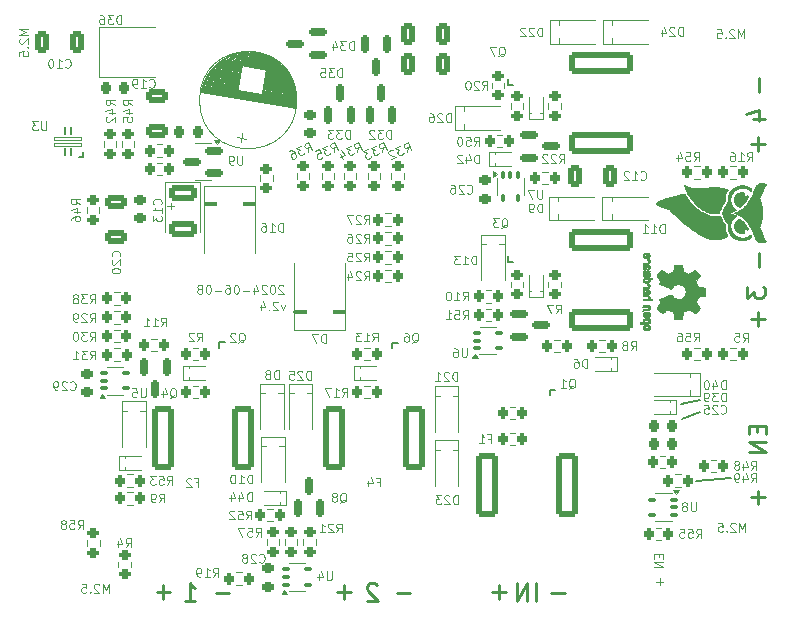
<source format=gbr>
G04 #@! TF.GenerationSoftware,KiCad,Pcbnew,8.0.2+dfsg-1*
G04 #@! TF.CreationDate,2024-06-08T19:17:01+01:00*
G04 #@! TF.ProjectId,owl-driver-board,6f776c2d-6472-4697-9665-722d626f6172,rev?*
G04 #@! TF.SameCoordinates,Original*
G04 #@! TF.FileFunction,Legend,Bot*
G04 #@! TF.FilePolarity,Positive*
%FSLAX46Y46*%
G04 Gerber Fmt 4.6, Leading zero omitted, Abs format (unit mm)*
G04 Created by KiCad (PCBNEW 8.0.2+dfsg-1) date 2024-06-08 19:17:01*
%MOMM*%
%LPD*%
G01*
G04 APERTURE LIST*
G04 Aperture macros list*
%AMRoundRect*
0 Rectangle with rounded corners*
0 $1 Rounding radius*
0 $2 $3 $4 $5 $6 $7 $8 $9 X,Y pos of 4 corners*
0 Add a 4 corners polygon primitive as box body*
4,1,4,$2,$3,$4,$5,$6,$7,$8,$9,$2,$3,0*
0 Add four circle primitives for the rounded corners*
1,1,$1+$1,$2,$3*
1,1,$1+$1,$4,$5*
1,1,$1+$1,$6,$7*
1,1,$1+$1,$8,$9*
0 Add four rect primitives between the rounded corners*
20,1,$1+$1,$2,$3,$4,$5,0*
20,1,$1+$1,$4,$5,$6,$7,0*
20,1,$1+$1,$6,$7,$8,$9,0*
20,1,$1+$1,$8,$9,$2,$3,0*%
%AMFreePoly0*
4,1,5,0.225000,-0.400000,-0.225000,-0.400000,-0.225000,0.400000,0.225000,0.400000,0.225000,-0.400000,0.225000,-0.400000,$1*%
%AMFreePoly1*
4,1,29,0.150000,1.240000,0.200000,1.240000,0.200000,-1.260000,0.150000,-1.260000,0.150000,-1.860000,-0.150000,-1.860000,-0.150000,-1.260000,-1.350000,-1.260000,-1.350000,-1.210000,-2.050000,-1.210000,-2.050000,-0.760000,-1.350000,-0.760000,-1.350000,-0.560000,-2.050000,-0.560000,-2.050000,-0.110000,-1.350000,-0.110000,-1.350000,0.090000,-2.050000,0.090000,-2.050000,0.540000,-1.350000,0.540000,
-1.350000,0.740000,-2.050000,0.740000,-2.050000,1.190000,-1.350000,1.190000,-1.350000,1.240000,-0.150000,1.240000,-0.150000,1.840000,0.150000,1.840000,0.150000,1.240000,0.150000,1.240000,$1*%
%AMFreePoly2*
4,1,27,0.269134,0.146194,0.285355,0.135355,0.296194,0.119134,0.300000,0.100000,0.300000,-0.450000,0.296194,-0.469134,0.285355,-0.485355,0.269134,-0.496194,0.250000,-0.500000,0.100000,-0.500000,0.080866,-0.496194,0.064645,-0.485355,0.053806,-0.469134,0.050000,-0.450000,0.050000,-0.150000,-0.250000,-0.150000,-0.269134,-0.146194,-0.285355,-0.135355,-0.296194,-0.119134,-0.300000,-0.100000,
-0.300000,0.100000,-0.296194,0.119134,-0.285355,0.135355,-0.269134,0.146194,-0.250000,0.150000,0.250000,0.150000,0.269134,0.146194,0.269134,0.146194,$1*%
%AMFreePoly3*
4,1,28,0.269134,0.496194,0.285355,0.485355,0.296194,0.469134,0.300000,0.450000,0.300000,-0.100000,0.296194,-0.119134,0.285355,-0.135355,0.269134,-0.146194,0.250000,-0.150000,0.000000,-0.150000,-0.250000,-0.150000,-0.269134,-0.146194,-0.285355,-0.135355,-0.296194,-0.119134,-0.300000,-0.100000,-0.300000,0.100000,-0.296194,0.119134,-0.285355,0.135355,-0.269134,0.146194,-0.250000,0.150000,
0.050000,0.150000,0.050000,0.450000,0.053806,0.469134,0.064645,0.485355,0.080866,0.496194,0.100000,0.500000,0.250000,0.500000,0.269134,0.496194,0.269134,0.496194,$1*%
%AMFreePoly4*
4,1,28,-0.080866,0.496194,-0.064645,0.485355,-0.053806,0.469134,-0.050000,0.450000,-0.050000,0.150000,0.250000,0.150000,0.269134,0.146194,0.285355,0.135355,0.296194,0.119134,0.300000,0.100000,0.300000,-0.100000,0.296194,-0.119134,0.285355,-0.135355,0.269134,-0.146194,0.250000,-0.150000,0.000000,-0.150000,-0.250000,-0.150000,-0.269134,-0.146194,-0.285355,-0.135355,-0.296194,-0.119134,
-0.300000,-0.100000,-0.300000,0.450000,-0.296194,0.469134,-0.285355,0.485355,-0.269134,0.496194,-0.250000,0.500000,-0.100000,0.500000,-0.080866,0.496194,-0.080866,0.496194,$1*%
%AMFreePoly5*
4,1,27,0.269134,0.146194,0.285355,0.135355,0.296194,0.119134,0.300000,0.100000,0.300000,-0.100000,0.296194,-0.119134,0.285355,-0.135355,0.269134,-0.146194,0.250000,-0.150000,-0.050000,-0.150000,-0.050000,-0.450000,-0.053806,-0.469134,-0.064645,-0.485355,-0.080866,-0.496194,-0.100000,-0.500000,-0.250000,-0.500000,-0.269134,-0.496194,-0.285355,-0.485355,-0.296194,-0.469134,-0.300000,-0.450000,
-0.300000,0.100000,-0.296194,0.119134,-0.285355,0.135355,-0.269134,0.146194,-0.250000,0.150000,0.250000,0.150000,0.269134,0.146194,0.269134,0.146194,$1*%
G04 Aperture macros list end*
%ADD10C,0.010000*%
%ADD11C,0.150000*%
%ADD12C,0.240000*%
%ADD13C,0.120000*%
%ADD14C,0.300000*%
%ADD15C,6.200000*%
%ADD16C,4.950000*%
%ADD17R,1.727200X1.727200*%
%ADD18O,1.727200X1.727200*%
%ADD19C,2.082800*%
%ADD20C,2.500000*%
%ADD21R,1.700000X1.700000*%
%ADD22O,1.700000X1.700000*%
%ADD23R,0.600000X0.700000*%
%ADD24R,1.100000X1.100000*%
%ADD25RoundRect,0.150000X0.587500X0.150000X-0.587500X0.150000X-0.587500X-0.150000X0.587500X-0.150000X0*%
%ADD26RoundRect,0.250000X-0.712500X-2.475000X0.712500X-2.475000X0.712500X2.475000X-0.712500X2.475000X0*%
%ADD27RoundRect,0.200000X-0.200000X-0.275000X0.200000X-0.275000X0.200000X0.275000X-0.200000X0.275000X0*%
%ADD28RoundRect,0.200000X0.200000X0.275000X-0.200000X0.275000X-0.200000X-0.275000X0.200000X-0.275000X0*%
%ADD29RoundRect,0.150000X0.150000X-0.587500X0.150000X0.587500X-0.150000X0.587500X-0.150000X-0.587500X0*%
%ADD30RoundRect,0.250000X0.325000X0.650000X-0.325000X0.650000X-0.325000X-0.650000X0.325000X-0.650000X0*%
%ADD31FreePoly0,180.000000*%
%ADD32FreePoly1,90.000000*%
%ADD33RoundRect,0.200000X-0.275000X0.200000X-0.275000X-0.200000X0.275000X-0.200000X0.275000X0.200000X0*%
%ADD34RoundRect,0.225000X0.250000X-0.225000X0.250000X0.225000X-0.250000X0.225000X-0.250000X-0.225000X0*%
%ADD35RoundRect,0.200000X0.275000X-0.200000X0.275000X0.200000X-0.275000X0.200000X-0.275000X-0.200000X0*%
%ADD36RoundRect,0.225000X-0.250000X0.225000X-0.250000X-0.225000X0.250000X-0.225000X0.250000X0.225000X0*%
%ADD37R,0.700000X0.600000*%
%ADD38RoundRect,0.100000X-0.225000X-0.100000X0.225000X-0.100000X0.225000X0.100000X-0.225000X0.100000X0*%
%ADD39RoundRect,0.150000X-0.150000X0.587500X-0.150000X-0.587500X0.150000X-0.587500X0.150000X0.587500X0*%
%ADD40C,1.500000*%
%ADD41R,2.300000X2.500000*%
%ADD42RoundRect,0.100000X0.225000X0.100000X-0.225000X0.100000X-0.225000X-0.100000X0.225000X-0.100000X0*%
%ADD43FreePoly0,270.000000*%
%ADD44FreePoly1,180.000000*%
%ADD45RoundRect,0.250000X-0.325000X-0.650000X0.325000X-0.650000X0.325000X0.650000X-0.325000X0.650000X0*%
%ADD46RoundRect,0.250000X-2.475000X0.712500X-2.475000X-0.712500X2.475000X-0.712500X2.475000X0.712500X0*%
%ADD47RoundRect,0.250000X0.712500X2.475000X-0.712500X2.475000X-0.712500X-2.475000X0.712500X-2.475000X0*%
%ADD48RoundRect,0.100000X-0.100000X0.225000X-0.100000X-0.225000X0.100000X-0.225000X0.100000X0.225000X0*%
%ADD49RoundRect,0.150000X-0.587500X-0.150000X0.587500X-0.150000X0.587500X0.150000X-0.587500X0.150000X0*%
%ADD50RoundRect,0.250000X0.650000X-0.325000X0.650000X0.325000X-0.650000X0.325000X-0.650000X-0.325000X0*%
%ADD51R,4.860000X3.360000*%
%ADD52R,1.400000X1.390000*%
%ADD53RoundRect,0.250000X-0.650000X0.325000X-0.650000X-0.325000X0.650000X-0.325000X0.650000X0.325000X0*%
%ADD54RoundRect,0.225000X0.225000X0.250000X-0.225000X0.250000X-0.225000X-0.250000X0.225000X-0.250000X0*%
%ADD55RoundRect,0.225000X-0.225000X-0.250000X0.225000X-0.250000X0.225000X0.250000X-0.225000X0.250000X0*%
%ADD56RoundRect,0.250000X-0.925000X0.412500X-0.925000X-0.412500X0.925000X-0.412500X0.925000X0.412500X0*%
%ADD57FreePoly2,90.000000*%
%ADD58RoundRect,0.050000X0.075000X-0.250000X0.075000X0.250000X-0.075000X0.250000X-0.075000X-0.250000X0*%
%ADD59FreePoly3,90.000000*%
%ADD60RoundRect,0.050000X1.150000X-0.100000X1.150000X0.100000X-1.150000X0.100000X-1.150000X-0.100000X0*%
%ADD61FreePoly4,90.000000*%
%ADD62FreePoly5,90.000000*%
%ADD63C,1.600000*%
G04 APERTURE END LIST*
D10*
X62314597Y-21386497D02*
X62335699Y-21387365D01*
X62356885Y-21388879D01*
X62378055Y-21391031D01*
X62399105Y-21393817D01*
X62419933Y-21397230D01*
X62440437Y-21401265D01*
X62460514Y-21405917D01*
X62480062Y-21411179D01*
X62498977Y-21417045D01*
X62571980Y-21441295D01*
X62544016Y-21480966D01*
X62539876Y-21486943D01*
X62536152Y-21492556D01*
X62532825Y-21497870D01*
X62529875Y-21502947D01*
X62527283Y-21507850D01*
X62525028Y-21512642D01*
X62523092Y-21517385D01*
X62521454Y-21522143D01*
X62520095Y-21526979D01*
X62518995Y-21531955D01*
X62518135Y-21537134D01*
X62517494Y-21542579D01*
X62517054Y-21548353D01*
X62516795Y-21554519D01*
X62516697Y-21561139D01*
X62516740Y-21568277D01*
X62517123Y-21578780D01*
X62517970Y-21588852D01*
X62519290Y-21598512D01*
X62521095Y-21607781D01*
X62522182Y-21612275D01*
X62523394Y-21616679D01*
X62524733Y-21620995D01*
X62526200Y-21625226D01*
X62527796Y-21629374D01*
X62529523Y-21633441D01*
X62531381Y-21637432D01*
X62533372Y-21641346D01*
X62535498Y-21645188D01*
X62537760Y-21648960D01*
X62540159Y-21652664D01*
X62542696Y-21656303D01*
X62545373Y-21659880D01*
X62548192Y-21663396D01*
X62551152Y-21666854D01*
X62554257Y-21670257D01*
X62560903Y-21676909D01*
X62568140Y-21683369D01*
X62575979Y-21689659D01*
X62584431Y-21695799D01*
X62590552Y-21699814D01*
X62596866Y-21703521D01*
X62603357Y-21706922D01*
X62610009Y-21710017D01*
X62616805Y-21712809D01*
X62623728Y-21715298D01*
X62630761Y-21717485D01*
X62637888Y-21719373D01*
X62645093Y-21720963D01*
X62652358Y-21722255D01*
X62659667Y-21723252D01*
X62667003Y-21723954D01*
X62674350Y-21724364D01*
X62681691Y-21724482D01*
X62696289Y-21723850D01*
X62703512Y-21723102D01*
X62710662Y-21722068D01*
X62717724Y-21720750D01*
X62724679Y-21719148D01*
X62731512Y-21717265D01*
X62738205Y-21715101D01*
X62744743Y-21712659D01*
X62751108Y-21709939D01*
X62757285Y-21706942D01*
X62763255Y-21703671D01*
X62769003Y-21700126D01*
X62774512Y-21696309D01*
X62779765Y-21692221D01*
X62784745Y-21687865D01*
X62789437Y-21683240D01*
X62793823Y-21678348D01*
X62796097Y-21675683D01*
X62798339Y-21673126D01*
X62800535Y-21670692D01*
X62802673Y-21668390D01*
X62804739Y-21666233D01*
X62806721Y-21664232D01*
X62808605Y-21662399D01*
X62810379Y-21660745D01*
X62812030Y-21659282D01*
X62813544Y-21658021D01*
X62814909Y-21656975D01*
X62816112Y-21656154D01*
X62816648Y-21655832D01*
X62817139Y-21655570D01*
X62817583Y-21655371D01*
X62817979Y-21655236D01*
X62818324Y-21655165D01*
X62818617Y-21655161D01*
X62818857Y-21655226D01*
X62819042Y-21655359D01*
X62820224Y-21657174D01*
X62822432Y-21661069D01*
X62829412Y-21674130D01*
X62838964Y-21692600D01*
X62850069Y-21714538D01*
X62878051Y-21770359D01*
X62811325Y-21882410D01*
X62784877Y-21926031D01*
X62757932Y-21968903D01*
X62730480Y-22011038D01*
X62702509Y-22052452D01*
X62674009Y-22093156D01*
X62644969Y-22133165D01*
X62615378Y-22172491D01*
X62585227Y-22211148D01*
X62554504Y-22249150D01*
X62523199Y-22286509D01*
X62491301Y-22323239D01*
X62458799Y-22359354D01*
X62425683Y-22394867D01*
X62391943Y-22429791D01*
X62357567Y-22464140D01*
X62322546Y-22497927D01*
X62281992Y-22536474D01*
X62265641Y-22551768D01*
X62251399Y-22564591D01*
X62238888Y-22575077D01*
X62233163Y-22579487D01*
X62227727Y-22583365D01*
X62222534Y-22586726D01*
X62217537Y-22589589D01*
X62212686Y-22591969D01*
X62207936Y-22593885D01*
X62203239Y-22595353D01*
X62198546Y-22596390D01*
X62193811Y-22597014D01*
X62188987Y-22597241D01*
X62184025Y-22597088D01*
X62178878Y-22596572D01*
X62173498Y-22595710D01*
X62167839Y-22594520D01*
X62155491Y-22591222D01*
X62141454Y-22586813D01*
X62106791Y-22575207D01*
X62092783Y-22570288D01*
X62078629Y-22564775D01*
X62064366Y-22558689D01*
X62050029Y-22552054D01*
X62035658Y-22544892D01*
X62021287Y-22537227D01*
X62006954Y-22529082D01*
X61992696Y-22520478D01*
X61978550Y-22511440D01*
X61964552Y-22501989D01*
X61950739Y-22492150D01*
X61937148Y-22481944D01*
X61923817Y-22471394D01*
X61910781Y-22460524D01*
X61898077Y-22449356D01*
X61885744Y-22437914D01*
X61867268Y-22419699D01*
X61849782Y-22401223D01*
X61833270Y-22382458D01*
X61817719Y-22363377D01*
X61803113Y-22343953D01*
X61789436Y-22324159D01*
X61776676Y-22303968D01*
X61764815Y-22283352D01*
X61753840Y-22262284D01*
X61743736Y-22240737D01*
X61734488Y-22218684D01*
X61726080Y-22196097D01*
X61718498Y-22172950D01*
X61711728Y-22149216D01*
X61705753Y-22124866D01*
X61700560Y-22099874D01*
X61700561Y-22099890D01*
X61696800Y-22077297D01*
X61694038Y-22054433D01*
X61692266Y-22031342D01*
X61691479Y-22008067D01*
X61691670Y-21984652D01*
X61692833Y-21961141D01*
X61694961Y-21937577D01*
X61698046Y-21914003D01*
X61702083Y-21890464D01*
X61707065Y-21867003D01*
X61712986Y-21843664D01*
X61719838Y-21820490D01*
X61727615Y-21797524D01*
X61736311Y-21774811D01*
X61745918Y-21752394D01*
X61756431Y-21730316D01*
X61773047Y-21699238D01*
X61791126Y-21669412D01*
X61810634Y-21640864D01*
X61831535Y-21613623D01*
X61853792Y-21587718D01*
X61877370Y-21563177D01*
X61902232Y-21540027D01*
X61928344Y-21518297D01*
X61955668Y-21498016D01*
X61984170Y-21479211D01*
X62013813Y-21461911D01*
X62044562Y-21446143D01*
X62076380Y-21431937D01*
X62109232Y-21419320D01*
X62143082Y-21408320D01*
X62177893Y-21398966D01*
X62195526Y-21395157D01*
X62213962Y-21392034D01*
X62233098Y-21389591D01*
X62252832Y-21387821D01*
X62273062Y-21386719D01*
X62293684Y-21386280D01*
X62314597Y-21386497D01*
G36*
X62314597Y-21386497D02*
G01*
X62335699Y-21387365D01*
X62356885Y-21388879D01*
X62378055Y-21391031D01*
X62399105Y-21393817D01*
X62419933Y-21397230D01*
X62440437Y-21401265D01*
X62460514Y-21405917D01*
X62480062Y-21411179D01*
X62498977Y-21417045D01*
X62571980Y-21441295D01*
X62544016Y-21480966D01*
X62539876Y-21486943D01*
X62536152Y-21492556D01*
X62532825Y-21497870D01*
X62529875Y-21502947D01*
X62527283Y-21507850D01*
X62525028Y-21512642D01*
X62523092Y-21517385D01*
X62521454Y-21522143D01*
X62520095Y-21526979D01*
X62518995Y-21531955D01*
X62518135Y-21537134D01*
X62517494Y-21542579D01*
X62517054Y-21548353D01*
X62516795Y-21554519D01*
X62516697Y-21561139D01*
X62516740Y-21568277D01*
X62517123Y-21578780D01*
X62517970Y-21588852D01*
X62519290Y-21598512D01*
X62521095Y-21607781D01*
X62522182Y-21612275D01*
X62523394Y-21616679D01*
X62524733Y-21620995D01*
X62526200Y-21625226D01*
X62527796Y-21629374D01*
X62529523Y-21633441D01*
X62531381Y-21637432D01*
X62533372Y-21641346D01*
X62535498Y-21645188D01*
X62537760Y-21648960D01*
X62540159Y-21652664D01*
X62542696Y-21656303D01*
X62545373Y-21659880D01*
X62548192Y-21663396D01*
X62551152Y-21666854D01*
X62554257Y-21670257D01*
X62560903Y-21676909D01*
X62568140Y-21683369D01*
X62575979Y-21689659D01*
X62584431Y-21695799D01*
X62590552Y-21699814D01*
X62596866Y-21703521D01*
X62603357Y-21706922D01*
X62610009Y-21710017D01*
X62616805Y-21712809D01*
X62623728Y-21715298D01*
X62630761Y-21717485D01*
X62637888Y-21719373D01*
X62645093Y-21720963D01*
X62652358Y-21722255D01*
X62659667Y-21723252D01*
X62667003Y-21723954D01*
X62674350Y-21724364D01*
X62681691Y-21724482D01*
X62696289Y-21723850D01*
X62703512Y-21723102D01*
X62710662Y-21722068D01*
X62717724Y-21720750D01*
X62724679Y-21719148D01*
X62731512Y-21717265D01*
X62738205Y-21715101D01*
X62744743Y-21712659D01*
X62751108Y-21709939D01*
X62757285Y-21706942D01*
X62763255Y-21703671D01*
X62769003Y-21700126D01*
X62774512Y-21696309D01*
X62779765Y-21692221D01*
X62784745Y-21687865D01*
X62789437Y-21683240D01*
X62793823Y-21678348D01*
X62796097Y-21675683D01*
X62798339Y-21673126D01*
X62800535Y-21670692D01*
X62802673Y-21668390D01*
X62804739Y-21666233D01*
X62806721Y-21664232D01*
X62808605Y-21662399D01*
X62810379Y-21660745D01*
X62812030Y-21659282D01*
X62813544Y-21658021D01*
X62814909Y-21656975D01*
X62816112Y-21656154D01*
X62816648Y-21655832D01*
X62817139Y-21655570D01*
X62817583Y-21655371D01*
X62817979Y-21655236D01*
X62818324Y-21655165D01*
X62818617Y-21655161D01*
X62818857Y-21655226D01*
X62819042Y-21655359D01*
X62820224Y-21657174D01*
X62822432Y-21661069D01*
X62829412Y-21674130D01*
X62838964Y-21692600D01*
X62850069Y-21714538D01*
X62878051Y-21770359D01*
X62811325Y-21882410D01*
X62784877Y-21926031D01*
X62757932Y-21968903D01*
X62730480Y-22011038D01*
X62702509Y-22052452D01*
X62674009Y-22093156D01*
X62644969Y-22133165D01*
X62615378Y-22172491D01*
X62585227Y-22211148D01*
X62554504Y-22249150D01*
X62523199Y-22286509D01*
X62491301Y-22323239D01*
X62458799Y-22359354D01*
X62425683Y-22394867D01*
X62391943Y-22429791D01*
X62357567Y-22464140D01*
X62322546Y-22497927D01*
X62281992Y-22536474D01*
X62265641Y-22551768D01*
X62251399Y-22564591D01*
X62238888Y-22575077D01*
X62233163Y-22579487D01*
X62227727Y-22583365D01*
X62222534Y-22586726D01*
X62217537Y-22589589D01*
X62212686Y-22591969D01*
X62207936Y-22593885D01*
X62203239Y-22595353D01*
X62198546Y-22596390D01*
X62193811Y-22597014D01*
X62188987Y-22597241D01*
X62184025Y-22597088D01*
X62178878Y-22596572D01*
X62173498Y-22595710D01*
X62167839Y-22594520D01*
X62155491Y-22591222D01*
X62141454Y-22586813D01*
X62106791Y-22575207D01*
X62092783Y-22570288D01*
X62078629Y-22564775D01*
X62064366Y-22558689D01*
X62050029Y-22552054D01*
X62035658Y-22544892D01*
X62021287Y-22537227D01*
X62006954Y-22529082D01*
X61992696Y-22520478D01*
X61978550Y-22511440D01*
X61964552Y-22501989D01*
X61950739Y-22492150D01*
X61937148Y-22481944D01*
X61923817Y-22471394D01*
X61910781Y-22460524D01*
X61898077Y-22449356D01*
X61885744Y-22437914D01*
X61867268Y-22419699D01*
X61849782Y-22401223D01*
X61833270Y-22382458D01*
X61817719Y-22363377D01*
X61803113Y-22343953D01*
X61789436Y-22324159D01*
X61776676Y-22303968D01*
X61764815Y-22283352D01*
X61753840Y-22262284D01*
X61743736Y-22240737D01*
X61734488Y-22218684D01*
X61726080Y-22196097D01*
X61718498Y-22172950D01*
X61711728Y-22149216D01*
X61705753Y-22124866D01*
X61700560Y-22099874D01*
X61700561Y-22099890D01*
X61696800Y-22077297D01*
X61694038Y-22054433D01*
X61692266Y-22031342D01*
X61691479Y-22008067D01*
X61691670Y-21984652D01*
X61692833Y-21961141D01*
X61694961Y-21937577D01*
X61698046Y-21914003D01*
X61702083Y-21890464D01*
X61707065Y-21867003D01*
X61712986Y-21843664D01*
X61719838Y-21820490D01*
X61727615Y-21797524D01*
X61736311Y-21774811D01*
X61745918Y-21752394D01*
X61756431Y-21730316D01*
X61773047Y-21699238D01*
X61791126Y-21669412D01*
X61810634Y-21640864D01*
X61831535Y-21613623D01*
X61853792Y-21587718D01*
X61877370Y-21563177D01*
X61902232Y-21540027D01*
X61928344Y-21518297D01*
X61955668Y-21498016D01*
X61984170Y-21479211D01*
X62013813Y-21461911D01*
X62044562Y-21446143D01*
X62076380Y-21431937D01*
X62109232Y-21419320D01*
X62143082Y-21408320D01*
X62177893Y-21398966D01*
X62195526Y-21395157D01*
X62213962Y-21392034D01*
X62233098Y-21389591D01*
X62252832Y-21387821D01*
X62273062Y-21386719D01*
X62293684Y-21386280D01*
X62314597Y-21386497D01*
G37*
X62388434Y-20804560D02*
X62424557Y-20805944D01*
X62460052Y-20808259D01*
X62494977Y-20811519D01*
X62529393Y-20815737D01*
X62563359Y-20820929D01*
X62596934Y-20827106D01*
X62630177Y-20834283D01*
X62663149Y-20842475D01*
X62695908Y-20851694D01*
X62728514Y-20861954D01*
X62761027Y-20873270D01*
X62793505Y-20885654D01*
X62826008Y-20899121D01*
X62858596Y-20913685D01*
X62891328Y-20929359D01*
X62910930Y-20939351D01*
X62931652Y-20950458D01*
X62953166Y-20962464D01*
X62975143Y-20975153D01*
X63019171Y-21001720D01*
X63061103Y-21028435D01*
X63080462Y-21041310D01*
X63098309Y-21053575D01*
X63114318Y-21065015D01*
X63128159Y-21075414D01*
X63139502Y-21084558D01*
X63148019Y-21092230D01*
X63153381Y-21098216D01*
X63154776Y-21100508D01*
X63155260Y-21102299D01*
X63154556Y-21105909D01*
X63152527Y-21112290D01*
X63145218Y-21131706D01*
X63134780Y-21157233D01*
X63122658Y-21185553D01*
X63110298Y-21213351D01*
X63099148Y-21237312D01*
X63090653Y-21254120D01*
X63087854Y-21258806D01*
X63086895Y-21260038D01*
X63086260Y-21260460D01*
X63085454Y-21260182D01*
X63083946Y-21259367D01*
X63078984Y-21256234D01*
X63071682Y-21251281D01*
X63062350Y-21244728D01*
X63038831Y-21227700D01*
X63010899Y-21206909D01*
X62992303Y-21193372D01*
X62972484Y-21179839D01*
X62951590Y-21166381D01*
X62929769Y-21153070D01*
X62907170Y-21139979D01*
X62883942Y-21127180D01*
X62860233Y-21114745D01*
X62836191Y-21102747D01*
X62811965Y-21091258D01*
X62787704Y-21080350D01*
X62763555Y-21070095D01*
X62739668Y-21060565D01*
X62716191Y-21051833D01*
X62693272Y-21043971D01*
X62671060Y-21037052D01*
X62649703Y-21031147D01*
X62616301Y-21023322D01*
X62581719Y-21016702D01*
X62546137Y-21011280D01*
X62509738Y-21007052D01*
X62472702Y-21004013D01*
X62435211Y-21002157D01*
X62397445Y-21001479D01*
X62359587Y-21001974D01*
X62321817Y-21003637D01*
X62284316Y-21006463D01*
X62247267Y-21010446D01*
X62210850Y-21015582D01*
X62175246Y-21021865D01*
X62140636Y-21029290D01*
X62107203Y-21037852D01*
X62075126Y-21047546D01*
X62058315Y-21053340D01*
X62040710Y-21059957D01*
X62022445Y-21067328D01*
X62003651Y-21075385D01*
X61965003Y-21093275D01*
X61925819Y-21113073D01*
X61887155Y-21134225D01*
X61850064Y-21156175D01*
X61832438Y-21167276D01*
X61815600Y-21178369D01*
X61799683Y-21189384D01*
X61784818Y-21200252D01*
X61745507Y-21231409D01*
X61708103Y-21264149D01*
X61672621Y-21298387D01*
X61639075Y-21334040D01*
X61607479Y-21371026D01*
X61577849Y-21409260D01*
X61550199Y-21448658D01*
X61524544Y-21489139D01*
X61500898Y-21530617D01*
X61479276Y-21573010D01*
X61459692Y-21616234D01*
X61442162Y-21660205D01*
X61426699Y-21704841D01*
X61413319Y-21750058D01*
X61402036Y-21795771D01*
X61392864Y-21841899D01*
X61385819Y-21888357D01*
X61380914Y-21935061D01*
X61378165Y-21981929D01*
X61377586Y-22028877D01*
X61379191Y-22075822D01*
X61382997Y-22122679D01*
X61389016Y-22169366D01*
X61397263Y-22215799D01*
X61407754Y-22261895D01*
X61420502Y-22307569D01*
X61435523Y-22352740D01*
X61452831Y-22397322D01*
X61472441Y-22441234D01*
X61494367Y-22484390D01*
X61518624Y-22526709D01*
X61545227Y-22568106D01*
X61555656Y-22582825D01*
X61567657Y-22598642D01*
X61581040Y-22615357D01*
X61595612Y-22632774D01*
X61611181Y-22650693D01*
X61627556Y-22668917D01*
X61661956Y-22705489D01*
X61697278Y-22740904D01*
X61714805Y-22757683D01*
X61731987Y-22773579D01*
X61748633Y-22788393D01*
X61764550Y-22801929D01*
X61779547Y-22813988D01*
X61793433Y-22824371D01*
X61849963Y-22864771D01*
X61824752Y-22881380D01*
X61815096Y-22887237D01*
X61802154Y-22894310D01*
X61768003Y-22911411D01*
X61725478Y-22931292D01*
X61677762Y-22952566D01*
X61628034Y-22973844D01*
X61579477Y-22993734D01*
X61535270Y-23010850D01*
X61498595Y-23023802D01*
X61461618Y-23035486D01*
X61424192Y-23046521D01*
X61386250Y-23056922D01*
X61347729Y-23066705D01*
X61308561Y-23075886D01*
X61268682Y-23084480D01*
X61228026Y-23092503D01*
X61186528Y-23099972D01*
X61153318Y-23105848D01*
X61138646Y-23108560D01*
X61125742Y-23111027D01*
X61114965Y-23113177D01*
X61106672Y-23114941D01*
X61101223Y-23116245D01*
X61099678Y-23116704D01*
X61098978Y-23117021D01*
X61098909Y-23117160D01*
X61098964Y-23117311D01*
X61099432Y-23117653D01*
X61100358Y-23118044D01*
X61101721Y-23118478D01*
X61105663Y-23119461D01*
X61111072Y-23120571D01*
X61117766Y-23121775D01*
X61125561Y-23123040D01*
X61134273Y-23124333D01*
X61143717Y-23125622D01*
X61174922Y-23130175D01*
X61208386Y-23136046D01*
X61280763Y-23151341D01*
X61358188Y-23170710D01*
X61438001Y-23193354D01*
X61517543Y-23218476D01*
X61594154Y-23245280D01*
X61665174Y-23272967D01*
X61697756Y-23286893D01*
X61727943Y-23300741D01*
X61771785Y-23321722D01*
X61789243Y-23330292D01*
X61803878Y-23337792D01*
X61810173Y-23341192D01*
X61815804Y-23344384D01*
X61820788Y-23347389D01*
X61825137Y-23350226D01*
X61828866Y-23352915D01*
X61831989Y-23355477D01*
X61834521Y-23357931D01*
X61836476Y-23360297D01*
X61837868Y-23362595D01*
X61838357Y-23363725D01*
X61838712Y-23364845D01*
X61838932Y-23365958D01*
X61839021Y-23367067D01*
X61838980Y-23368174D01*
X61838810Y-23369281D01*
X61838094Y-23371506D01*
X61836887Y-23373763D01*
X61835202Y-23376072D01*
X61833055Y-23378452D01*
X61830459Y-23380923D01*
X61827429Y-23383505D01*
X61823980Y-23386219D01*
X61820124Y-23389084D01*
X61811254Y-23395346D01*
X61800933Y-23402452D01*
X61778496Y-23418883D01*
X61755319Y-23437707D01*
X61731598Y-23458684D01*
X61707528Y-23481573D01*
X61683308Y-23506133D01*
X61659131Y-23532123D01*
X61635195Y-23559302D01*
X61611696Y-23587428D01*
X61588830Y-23616261D01*
X61566794Y-23645560D01*
X61545783Y-23675084D01*
X61525993Y-23704592D01*
X61507621Y-23733842D01*
X61490864Y-23762594D01*
X61475916Y-23790606D01*
X61462975Y-23817638D01*
X61451036Y-23845612D01*
X61439948Y-23874380D01*
X61429726Y-23903855D01*
X61420385Y-23933947D01*
X61411938Y-23964568D01*
X61404401Y-23995630D01*
X61397787Y-24027044D01*
X61392111Y-24058723D01*
X61387388Y-24090577D01*
X61383632Y-24122518D01*
X61380858Y-24154458D01*
X61379079Y-24186308D01*
X61378311Y-24217980D01*
X61378568Y-24249385D01*
X61379865Y-24280436D01*
X61382215Y-24311043D01*
X61386060Y-24345536D01*
X61391003Y-24379677D01*
X61404131Y-24446825D01*
X61421491Y-24512336D01*
X61442974Y-24576060D01*
X61468472Y-24637847D01*
X61497878Y-24697544D01*
X61531082Y-24755003D01*
X61567976Y-24810072D01*
X61608453Y-24862601D01*
X61652403Y-24912440D01*
X61699719Y-24959437D01*
X61750293Y-25003443D01*
X61804016Y-25044306D01*
X61860779Y-25081876D01*
X61920476Y-25116003D01*
X61982996Y-25146536D01*
X62030898Y-25166433D01*
X62079833Y-25183620D01*
X62129684Y-25198099D01*
X62180335Y-25209870D01*
X62231669Y-25218935D01*
X62283569Y-25225293D01*
X62335918Y-25228946D01*
X62388600Y-25229895D01*
X62441497Y-25228141D01*
X62494493Y-25223684D01*
X62547471Y-25216525D01*
X62600315Y-25206665D01*
X62652906Y-25194106D01*
X62705130Y-25178847D01*
X62756868Y-25160890D01*
X62808004Y-25140236D01*
X62822316Y-25133748D01*
X62837908Y-25126157D01*
X62871989Y-25108248D01*
X62908368Y-25087668D01*
X62945169Y-25065576D01*
X62980514Y-25043132D01*
X63012524Y-25021494D01*
X63026691Y-25011339D01*
X63039321Y-25001821D01*
X63050179Y-24993084D01*
X63059029Y-24985273D01*
X63061543Y-24982940D01*
X63064017Y-24980712D01*
X63066438Y-24978600D01*
X63068792Y-24976614D01*
X63071064Y-24974762D01*
X63073241Y-24973055D01*
X63075308Y-24971503D01*
X63077251Y-24970114D01*
X63079055Y-24968899D01*
X63080707Y-24967867D01*
X63082193Y-24967027D01*
X63083498Y-24966391D01*
X63084078Y-24966151D01*
X63084608Y-24965966D01*
X63085085Y-24965837D01*
X63085509Y-24965764D01*
X63085876Y-24965748D01*
X63086186Y-24965792D01*
X63086437Y-24965897D01*
X63086627Y-24966062D01*
X63087840Y-24968558D01*
X63090124Y-24974229D01*
X63097369Y-24993643D01*
X63107304Y-25021399D01*
X63118870Y-25054592D01*
X63148035Y-25139301D01*
X63109171Y-25173302D01*
X63089206Y-25190155D01*
X63067934Y-25206953D01*
X63045482Y-25223626D01*
X63021975Y-25240104D01*
X62997540Y-25256318D01*
X62972302Y-25272199D01*
X62946386Y-25287678D01*
X62919918Y-25302684D01*
X62893024Y-25317148D01*
X62865830Y-25331002D01*
X62838461Y-25344175D01*
X62811044Y-25356599D01*
X62783702Y-25368203D01*
X62756564Y-25378919D01*
X62729753Y-25388677D01*
X62703396Y-25397407D01*
X62648431Y-25413094D01*
X62592611Y-25425932D01*
X62536063Y-25435934D01*
X62478914Y-25443112D01*
X62421291Y-25447478D01*
X62363322Y-25449042D01*
X62305132Y-25447818D01*
X62246849Y-25443816D01*
X62188601Y-25437049D01*
X62130514Y-25427528D01*
X62072715Y-25415264D01*
X62015331Y-25400271D01*
X61958490Y-25382558D01*
X61902318Y-25362139D01*
X61846943Y-25339024D01*
X61792490Y-25313227D01*
X61743285Y-25286623D01*
X61694871Y-25256793D01*
X61647431Y-25223947D01*
X61601144Y-25188297D01*
X61556190Y-25150055D01*
X61512749Y-25109433D01*
X61471003Y-25066642D01*
X61431130Y-25021894D01*
X61393311Y-24975401D01*
X61357727Y-24927373D01*
X61324557Y-24878023D01*
X61293982Y-24827562D01*
X61266182Y-24776202D01*
X61241337Y-24724155D01*
X61219627Y-24671632D01*
X61201233Y-24618845D01*
X61185365Y-24566078D01*
X61172382Y-24516903D01*
X61166897Y-24493146D01*
X61162045Y-24469668D01*
X61157796Y-24446263D01*
X61154119Y-24422724D01*
X61150986Y-24398845D01*
X61148367Y-24374420D01*
X61144551Y-24323106D01*
X61142436Y-24267131D01*
X61141783Y-24204845D01*
X61141783Y-24042204D01*
X61088833Y-23969105D01*
X61049682Y-23912251D01*
X61009427Y-23848321D01*
X60968220Y-23777602D01*
X60926212Y-23700380D01*
X60883555Y-23616943D01*
X60840398Y-23527578D01*
X60796895Y-23432571D01*
X60753195Y-23332210D01*
X60702487Y-23213169D01*
X60676715Y-23153229D01*
X60676705Y-23153192D01*
X60675086Y-23149488D01*
X60673553Y-23145819D01*
X60672141Y-23142281D01*
X60670884Y-23138968D01*
X60669817Y-23135975D01*
X60668975Y-23133399D01*
X60668649Y-23132296D01*
X60668393Y-23131333D01*
X60668210Y-23130521D01*
X60668105Y-23129873D01*
X60672328Y-23115884D01*
X60684595Y-23083751D01*
X60726158Y-22982057D01*
X60778589Y-22858791D01*
X60827683Y-22747953D01*
X60862100Y-22675057D01*
X60898359Y-22602571D01*
X60935762Y-22531718D01*
X60973608Y-22463721D01*
X61011200Y-22399801D01*
X61047837Y-22341183D01*
X61082822Y-22289088D01*
X61099475Y-22265869D01*
X61115453Y-22244739D01*
X61139953Y-22213289D01*
X61144253Y-22021007D01*
X61146246Y-21950409D01*
X61149025Y-21890940D01*
X61150832Y-21864569D01*
X61152980Y-21840010D01*
X61155519Y-21816938D01*
X61158498Y-21795031D01*
X61161965Y-21773964D01*
X61165968Y-21753414D01*
X61170556Y-21733058D01*
X61175778Y-21712572D01*
X61181683Y-21691632D01*
X61188317Y-21669915D01*
X61203973Y-21622854D01*
X61225114Y-21566230D01*
X61248824Y-21511050D01*
X61275043Y-21457382D01*
X61303707Y-21405299D01*
X61334755Y-21354869D01*
X61368126Y-21306164D01*
X61403756Y-21259253D01*
X61441584Y-21214207D01*
X61481549Y-21171095D01*
X61523587Y-21129989D01*
X61567637Y-21090958D01*
X61613638Y-21054073D01*
X61661526Y-21019404D01*
X61711241Y-20987022D01*
X61762720Y-20956995D01*
X61815900Y-20929396D01*
X61849456Y-20913497D01*
X61882621Y-20898763D01*
X61915479Y-20885174D01*
X61948110Y-20872712D01*
X61980596Y-20861357D01*
X62013017Y-20851090D01*
X62045457Y-20841893D01*
X62077995Y-20833746D01*
X62110713Y-20826630D01*
X62143693Y-20820526D01*
X62177015Y-20815416D01*
X62210763Y-20811279D01*
X62245015Y-20808098D01*
X62279856Y-20805853D01*
X62315364Y-20804524D01*
X62351623Y-20804094D01*
X62388434Y-20804560D01*
G36*
X62388434Y-20804560D02*
G01*
X62424557Y-20805944D01*
X62460052Y-20808259D01*
X62494977Y-20811519D01*
X62529393Y-20815737D01*
X62563359Y-20820929D01*
X62596934Y-20827106D01*
X62630177Y-20834283D01*
X62663149Y-20842475D01*
X62695908Y-20851694D01*
X62728514Y-20861954D01*
X62761027Y-20873270D01*
X62793505Y-20885654D01*
X62826008Y-20899121D01*
X62858596Y-20913685D01*
X62891328Y-20929359D01*
X62910930Y-20939351D01*
X62931652Y-20950458D01*
X62953166Y-20962464D01*
X62975143Y-20975153D01*
X63019171Y-21001720D01*
X63061103Y-21028435D01*
X63080462Y-21041310D01*
X63098309Y-21053575D01*
X63114318Y-21065015D01*
X63128159Y-21075414D01*
X63139502Y-21084558D01*
X63148019Y-21092230D01*
X63153381Y-21098216D01*
X63154776Y-21100508D01*
X63155260Y-21102299D01*
X63154556Y-21105909D01*
X63152527Y-21112290D01*
X63145218Y-21131706D01*
X63134780Y-21157233D01*
X63122658Y-21185553D01*
X63110298Y-21213351D01*
X63099148Y-21237312D01*
X63090653Y-21254120D01*
X63087854Y-21258806D01*
X63086895Y-21260038D01*
X63086260Y-21260460D01*
X63085454Y-21260182D01*
X63083946Y-21259367D01*
X63078984Y-21256234D01*
X63071682Y-21251281D01*
X63062350Y-21244728D01*
X63038831Y-21227700D01*
X63010899Y-21206909D01*
X62992303Y-21193372D01*
X62972484Y-21179839D01*
X62951590Y-21166381D01*
X62929769Y-21153070D01*
X62907170Y-21139979D01*
X62883942Y-21127180D01*
X62860233Y-21114745D01*
X62836191Y-21102747D01*
X62811965Y-21091258D01*
X62787704Y-21080350D01*
X62763555Y-21070095D01*
X62739668Y-21060565D01*
X62716191Y-21051833D01*
X62693272Y-21043971D01*
X62671060Y-21037052D01*
X62649703Y-21031147D01*
X62616301Y-21023322D01*
X62581719Y-21016702D01*
X62546137Y-21011280D01*
X62509738Y-21007052D01*
X62472702Y-21004013D01*
X62435211Y-21002157D01*
X62397445Y-21001479D01*
X62359587Y-21001974D01*
X62321817Y-21003637D01*
X62284316Y-21006463D01*
X62247267Y-21010446D01*
X62210850Y-21015582D01*
X62175246Y-21021865D01*
X62140636Y-21029290D01*
X62107203Y-21037852D01*
X62075126Y-21047546D01*
X62058315Y-21053340D01*
X62040710Y-21059957D01*
X62022445Y-21067328D01*
X62003651Y-21075385D01*
X61965003Y-21093275D01*
X61925819Y-21113073D01*
X61887155Y-21134225D01*
X61850064Y-21156175D01*
X61832438Y-21167276D01*
X61815600Y-21178369D01*
X61799683Y-21189384D01*
X61784818Y-21200252D01*
X61745507Y-21231409D01*
X61708103Y-21264149D01*
X61672621Y-21298387D01*
X61639075Y-21334040D01*
X61607479Y-21371026D01*
X61577849Y-21409260D01*
X61550199Y-21448658D01*
X61524544Y-21489139D01*
X61500898Y-21530617D01*
X61479276Y-21573010D01*
X61459692Y-21616234D01*
X61442162Y-21660205D01*
X61426699Y-21704841D01*
X61413319Y-21750058D01*
X61402036Y-21795771D01*
X61392864Y-21841899D01*
X61385819Y-21888357D01*
X61380914Y-21935061D01*
X61378165Y-21981929D01*
X61377586Y-22028877D01*
X61379191Y-22075822D01*
X61382997Y-22122679D01*
X61389016Y-22169366D01*
X61397263Y-22215799D01*
X61407754Y-22261895D01*
X61420502Y-22307569D01*
X61435523Y-22352740D01*
X61452831Y-22397322D01*
X61472441Y-22441234D01*
X61494367Y-22484390D01*
X61518624Y-22526709D01*
X61545227Y-22568106D01*
X61555656Y-22582825D01*
X61567657Y-22598642D01*
X61581040Y-22615357D01*
X61595612Y-22632774D01*
X61611181Y-22650693D01*
X61627556Y-22668917D01*
X61661956Y-22705489D01*
X61697278Y-22740904D01*
X61714805Y-22757683D01*
X61731987Y-22773579D01*
X61748633Y-22788393D01*
X61764550Y-22801929D01*
X61779547Y-22813988D01*
X61793433Y-22824371D01*
X61849963Y-22864771D01*
X61824752Y-22881380D01*
X61815096Y-22887237D01*
X61802154Y-22894310D01*
X61768003Y-22911411D01*
X61725478Y-22931292D01*
X61677762Y-22952566D01*
X61628034Y-22973844D01*
X61579477Y-22993734D01*
X61535270Y-23010850D01*
X61498595Y-23023802D01*
X61461618Y-23035486D01*
X61424192Y-23046521D01*
X61386250Y-23056922D01*
X61347729Y-23066705D01*
X61308561Y-23075886D01*
X61268682Y-23084480D01*
X61228026Y-23092503D01*
X61186528Y-23099972D01*
X61153318Y-23105848D01*
X61138646Y-23108560D01*
X61125742Y-23111027D01*
X61114965Y-23113177D01*
X61106672Y-23114941D01*
X61101223Y-23116245D01*
X61099678Y-23116704D01*
X61098978Y-23117021D01*
X61098909Y-23117160D01*
X61098964Y-23117311D01*
X61099432Y-23117653D01*
X61100358Y-23118044D01*
X61101721Y-23118478D01*
X61105663Y-23119461D01*
X61111072Y-23120571D01*
X61117766Y-23121775D01*
X61125561Y-23123040D01*
X61134273Y-23124333D01*
X61143717Y-23125622D01*
X61174922Y-23130175D01*
X61208386Y-23136046D01*
X61280763Y-23151341D01*
X61358188Y-23170710D01*
X61438001Y-23193354D01*
X61517543Y-23218476D01*
X61594154Y-23245280D01*
X61665174Y-23272967D01*
X61697756Y-23286893D01*
X61727943Y-23300741D01*
X61771785Y-23321722D01*
X61789243Y-23330292D01*
X61803878Y-23337792D01*
X61810173Y-23341192D01*
X61815804Y-23344384D01*
X61820788Y-23347389D01*
X61825137Y-23350226D01*
X61828866Y-23352915D01*
X61831989Y-23355477D01*
X61834521Y-23357931D01*
X61836476Y-23360297D01*
X61837868Y-23362595D01*
X61838357Y-23363725D01*
X61838712Y-23364845D01*
X61838932Y-23365958D01*
X61839021Y-23367067D01*
X61838980Y-23368174D01*
X61838810Y-23369281D01*
X61838094Y-23371506D01*
X61836887Y-23373763D01*
X61835202Y-23376072D01*
X61833055Y-23378452D01*
X61830459Y-23380923D01*
X61827429Y-23383505D01*
X61823980Y-23386219D01*
X61820124Y-23389084D01*
X61811254Y-23395346D01*
X61800933Y-23402452D01*
X61778496Y-23418883D01*
X61755319Y-23437707D01*
X61731598Y-23458684D01*
X61707528Y-23481573D01*
X61683308Y-23506133D01*
X61659131Y-23532123D01*
X61635195Y-23559302D01*
X61611696Y-23587428D01*
X61588830Y-23616261D01*
X61566794Y-23645560D01*
X61545783Y-23675084D01*
X61525993Y-23704592D01*
X61507621Y-23733842D01*
X61490864Y-23762594D01*
X61475916Y-23790606D01*
X61462975Y-23817638D01*
X61451036Y-23845612D01*
X61439948Y-23874380D01*
X61429726Y-23903855D01*
X61420385Y-23933947D01*
X61411938Y-23964568D01*
X61404401Y-23995630D01*
X61397787Y-24027044D01*
X61392111Y-24058723D01*
X61387388Y-24090577D01*
X61383632Y-24122518D01*
X61380858Y-24154458D01*
X61379079Y-24186308D01*
X61378311Y-24217980D01*
X61378568Y-24249385D01*
X61379865Y-24280436D01*
X61382215Y-24311043D01*
X61386060Y-24345536D01*
X61391003Y-24379677D01*
X61404131Y-24446825D01*
X61421491Y-24512336D01*
X61442974Y-24576060D01*
X61468472Y-24637847D01*
X61497878Y-24697544D01*
X61531082Y-24755003D01*
X61567976Y-24810072D01*
X61608453Y-24862601D01*
X61652403Y-24912440D01*
X61699719Y-24959437D01*
X61750293Y-25003443D01*
X61804016Y-25044306D01*
X61860779Y-25081876D01*
X61920476Y-25116003D01*
X61982996Y-25146536D01*
X62030898Y-25166433D01*
X62079833Y-25183620D01*
X62129684Y-25198099D01*
X62180335Y-25209870D01*
X62231669Y-25218935D01*
X62283569Y-25225293D01*
X62335918Y-25228946D01*
X62388600Y-25229895D01*
X62441497Y-25228141D01*
X62494493Y-25223684D01*
X62547471Y-25216525D01*
X62600315Y-25206665D01*
X62652906Y-25194106D01*
X62705130Y-25178847D01*
X62756868Y-25160890D01*
X62808004Y-25140236D01*
X62822316Y-25133748D01*
X62837908Y-25126157D01*
X62871989Y-25108248D01*
X62908368Y-25087668D01*
X62945169Y-25065576D01*
X62980514Y-25043132D01*
X63012524Y-25021494D01*
X63026691Y-25011339D01*
X63039321Y-25001821D01*
X63050179Y-24993084D01*
X63059029Y-24985273D01*
X63061543Y-24982940D01*
X63064017Y-24980712D01*
X63066438Y-24978600D01*
X63068792Y-24976614D01*
X63071064Y-24974762D01*
X63073241Y-24973055D01*
X63075308Y-24971503D01*
X63077251Y-24970114D01*
X63079055Y-24968899D01*
X63080707Y-24967867D01*
X63082193Y-24967027D01*
X63083498Y-24966391D01*
X63084078Y-24966151D01*
X63084608Y-24965966D01*
X63085085Y-24965837D01*
X63085509Y-24965764D01*
X63085876Y-24965748D01*
X63086186Y-24965792D01*
X63086437Y-24965897D01*
X63086627Y-24966062D01*
X63087840Y-24968558D01*
X63090124Y-24974229D01*
X63097369Y-24993643D01*
X63107304Y-25021399D01*
X63118870Y-25054592D01*
X63148035Y-25139301D01*
X63109171Y-25173302D01*
X63089206Y-25190155D01*
X63067934Y-25206953D01*
X63045482Y-25223626D01*
X63021975Y-25240104D01*
X62997540Y-25256318D01*
X62972302Y-25272199D01*
X62946386Y-25287678D01*
X62919918Y-25302684D01*
X62893024Y-25317148D01*
X62865830Y-25331002D01*
X62838461Y-25344175D01*
X62811044Y-25356599D01*
X62783702Y-25368203D01*
X62756564Y-25378919D01*
X62729753Y-25388677D01*
X62703396Y-25397407D01*
X62648431Y-25413094D01*
X62592611Y-25425932D01*
X62536063Y-25435934D01*
X62478914Y-25443112D01*
X62421291Y-25447478D01*
X62363322Y-25449042D01*
X62305132Y-25447818D01*
X62246849Y-25443816D01*
X62188601Y-25437049D01*
X62130514Y-25427528D01*
X62072715Y-25415264D01*
X62015331Y-25400271D01*
X61958490Y-25382558D01*
X61902318Y-25362139D01*
X61846943Y-25339024D01*
X61792490Y-25313227D01*
X61743285Y-25286623D01*
X61694871Y-25256793D01*
X61647431Y-25223947D01*
X61601144Y-25188297D01*
X61556190Y-25150055D01*
X61512749Y-25109433D01*
X61471003Y-25066642D01*
X61431130Y-25021894D01*
X61393311Y-24975401D01*
X61357727Y-24927373D01*
X61324557Y-24878023D01*
X61293982Y-24827562D01*
X61266182Y-24776202D01*
X61241337Y-24724155D01*
X61219627Y-24671632D01*
X61201233Y-24618845D01*
X61185365Y-24566078D01*
X61172382Y-24516903D01*
X61166897Y-24493146D01*
X61162045Y-24469668D01*
X61157796Y-24446263D01*
X61154119Y-24422724D01*
X61150986Y-24398845D01*
X61148367Y-24374420D01*
X61144551Y-24323106D01*
X61142436Y-24267131D01*
X61141783Y-24204845D01*
X61141783Y-24042204D01*
X61088833Y-23969105D01*
X61049682Y-23912251D01*
X61009427Y-23848321D01*
X60968220Y-23777602D01*
X60926212Y-23700380D01*
X60883555Y-23616943D01*
X60840398Y-23527578D01*
X60796895Y-23432571D01*
X60753195Y-23332210D01*
X60702487Y-23213169D01*
X60676715Y-23153229D01*
X60676705Y-23153192D01*
X60675086Y-23149488D01*
X60673553Y-23145819D01*
X60672141Y-23142281D01*
X60670884Y-23138968D01*
X60669817Y-23135975D01*
X60668975Y-23133399D01*
X60668649Y-23132296D01*
X60668393Y-23131333D01*
X60668210Y-23130521D01*
X60668105Y-23129873D01*
X60672328Y-23115884D01*
X60684595Y-23083751D01*
X60726158Y-22982057D01*
X60778589Y-22858791D01*
X60827683Y-22747953D01*
X60862100Y-22675057D01*
X60898359Y-22602571D01*
X60935762Y-22531718D01*
X60973608Y-22463721D01*
X61011200Y-22399801D01*
X61047837Y-22341183D01*
X61082822Y-22289088D01*
X61099475Y-22265869D01*
X61115453Y-22244739D01*
X61139953Y-22213289D01*
X61144253Y-22021007D01*
X61146246Y-21950409D01*
X61149025Y-21890940D01*
X61150832Y-21864569D01*
X61152980Y-21840010D01*
X61155519Y-21816938D01*
X61158498Y-21795031D01*
X61161965Y-21773964D01*
X61165968Y-21753414D01*
X61170556Y-21733058D01*
X61175778Y-21712572D01*
X61181683Y-21691632D01*
X61188317Y-21669915D01*
X61203973Y-21622854D01*
X61225114Y-21566230D01*
X61248824Y-21511050D01*
X61275043Y-21457382D01*
X61303707Y-21405299D01*
X61334755Y-21354869D01*
X61368126Y-21306164D01*
X61403756Y-21259253D01*
X61441584Y-21214207D01*
X61481549Y-21171095D01*
X61523587Y-21129989D01*
X61567637Y-21090958D01*
X61613638Y-21054073D01*
X61661526Y-21019404D01*
X61711241Y-20987022D01*
X61762720Y-20956995D01*
X61815900Y-20929396D01*
X61849456Y-20913497D01*
X61882621Y-20898763D01*
X61915479Y-20885174D01*
X61948110Y-20872712D01*
X61980596Y-20861357D01*
X62013017Y-20851090D01*
X62045457Y-20841893D01*
X62077995Y-20833746D01*
X62110713Y-20826630D01*
X62143693Y-20820526D01*
X62177015Y-20815416D01*
X62210763Y-20811279D01*
X62245015Y-20808098D01*
X62279856Y-20805853D01*
X62315364Y-20804524D01*
X62351623Y-20804094D01*
X62388434Y-20804560D01*
G37*
D11*
X58850000Y-40000000D02*
X57300000Y-40550000D01*
D10*
X57496125Y-20804166D02*
X57497140Y-20804440D01*
X57500109Y-20805492D01*
X57504190Y-20807155D01*
X57509220Y-20809356D01*
X57515035Y-20812021D01*
X57521469Y-20815076D01*
X57528359Y-20818448D01*
X57535539Y-20822063D01*
X57564719Y-20835626D01*
X57603177Y-20851531D01*
X57648434Y-20868904D01*
X57698013Y-20886870D01*
X57749437Y-20904555D01*
X57800227Y-20921085D01*
X57847905Y-20935585D01*
X57889995Y-20947180D01*
X57976325Y-20967810D01*
X58061652Y-20985042D01*
X58147840Y-20999070D01*
X58236754Y-21010092D01*
X58330260Y-21018303D01*
X58430221Y-21023899D01*
X58538504Y-21027076D01*
X58656972Y-21028030D01*
X58819514Y-21026675D01*
X58893489Y-21024718D01*
X58969180Y-21021587D01*
X59145456Y-21010845D01*
X59387825Y-20992531D01*
X59635869Y-20974739D01*
X59852248Y-20963319D01*
X59950114Y-20960048D01*
X60041923Y-20958432D01*
X60128297Y-20958490D01*
X60209856Y-20960243D01*
X60287219Y-20963711D01*
X60361007Y-20968914D01*
X60431841Y-20975874D01*
X60500340Y-20984609D01*
X60567125Y-20995141D01*
X60632815Y-21007490D01*
X60698032Y-21021677D01*
X60763395Y-21037721D01*
X60791481Y-21045292D01*
X60821184Y-21053856D01*
X60883547Y-21073257D01*
X60946701Y-21094510D01*
X61006859Y-21116203D01*
X61060237Y-21136920D01*
X61083201Y-21146472D01*
X61103051Y-21155249D01*
X61119313Y-21163077D01*
X61131514Y-21169777D01*
X61139182Y-21175173D01*
X61141168Y-21177327D01*
X61141843Y-21179088D01*
X61141728Y-21179834D01*
X61141391Y-21180890D01*
X61140842Y-21182238D01*
X61140093Y-21183858D01*
X61138043Y-21187834D01*
X61135329Y-21192663D01*
X61132045Y-21198186D01*
X61128280Y-21204248D01*
X61124126Y-21210692D01*
X61119673Y-21217359D01*
X61107154Y-21236681D01*
X61094239Y-21258321D01*
X61067636Y-21307562D01*
X61040706Y-21363094D01*
X61014288Y-21422927D01*
X60989221Y-21485071D01*
X60966345Y-21547539D01*
X60946500Y-21608340D01*
X60937977Y-21637494D01*
X60930526Y-21665485D01*
X60925621Y-21686609D01*
X60921111Y-21709386D01*
X60917012Y-21733561D01*
X60913337Y-21758883D01*
X60907319Y-21811953D01*
X60903174Y-21866570D01*
X60901016Y-21920712D01*
X60900964Y-21972353D01*
X60901763Y-21996603D01*
X60903132Y-22019469D01*
X60905085Y-22040699D01*
X60907636Y-22060037D01*
X60917136Y-22121288D01*
X60865176Y-22189798D01*
X60838345Y-22226487D01*
X60811068Y-22266407D01*
X60783257Y-22309703D01*
X60754826Y-22356524D01*
X60725689Y-22407016D01*
X60695757Y-22461326D01*
X60664946Y-22519601D01*
X60633167Y-22581987D01*
X60605303Y-22639058D01*
X60574484Y-22704603D01*
X60510064Y-22847302D01*
X60479505Y-22917551D01*
X60452075Y-22982462D01*
X60429296Y-23038584D01*
X60412687Y-23082464D01*
X60396477Y-23128054D01*
X60337337Y-23142713D01*
X60296690Y-23152049D01*
X60256724Y-23159659D01*
X60216603Y-23165612D01*
X60175488Y-23169978D01*
X60132543Y-23172828D01*
X60086930Y-23174230D01*
X60037811Y-23174256D01*
X59984349Y-23172973D01*
X59938350Y-23170785D01*
X59892834Y-23167342D01*
X59847690Y-23162613D01*
X59802806Y-23156568D01*
X59758069Y-23149175D01*
X59713367Y-23140405D01*
X59668587Y-23130225D01*
X59623618Y-23118607D01*
X59578348Y-23105518D01*
X59532664Y-23090928D01*
X59486454Y-23074807D01*
X59439606Y-23057124D01*
X59392007Y-23037847D01*
X59343546Y-23016947D01*
X59294110Y-22994393D01*
X59243587Y-22970154D01*
X59130379Y-22911234D01*
X59018553Y-22846409D01*
X58908347Y-22775918D01*
X58800000Y-22700000D01*
X58693752Y-22618896D01*
X58589842Y-22532845D01*
X58488509Y-22442089D01*
X58389991Y-22346865D01*
X58294528Y-22247415D01*
X58202359Y-22143979D01*
X58113723Y-22036796D01*
X58028860Y-21926106D01*
X57948007Y-21812149D01*
X57871405Y-21695165D01*
X57799292Y-21575395D01*
X57731908Y-21453077D01*
X57701030Y-21392393D01*
X57671404Y-21330188D01*
X57643068Y-21266553D01*
X57616056Y-21201581D01*
X57590407Y-21135361D01*
X57566156Y-21067986D01*
X57543341Y-20999546D01*
X57521998Y-20930132D01*
X57522060Y-20930109D01*
X57516570Y-20911425D01*
X57511681Y-20894608D01*
X57507372Y-20879567D01*
X57503624Y-20866209D01*
X57500419Y-20854445D01*
X57497736Y-20844182D01*
X57495558Y-20835330D01*
X57494651Y-20831404D01*
X57493863Y-20827796D01*
X57493192Y-20824496D01*
X57492635Y-20821491D01*
X57492189Y-20818770D01*
X57491852Y-20816323D01*
X57491622Y-20814136D01*
X57491496Y-20812200D01*
X57491473Y-20810502D01*
X57491548Y-20809031D01*
X57491721Y-20807776D01*
X57491989Y-20806725D01*
X57492349Y-20805867D01*
X57492563Y-20805507D01*
X57492799Y-20805191D01*
X57493057Y-20804917D01*
X57493336Y-20804685D01*
X57493637Y-20804492D01*
X57493959Y-20804337D01*
X57494664Y-20804137D01*
X57495450Y-20804073D01*
X57496125Y-20804166D01*
G36*
X57496125Y-20804166D02*
G01*
X57497140Y-20804440D01*
X57500109Y-20805492D01*
X57504190Y-20807155D01*
X57509220Y-20809356D01*
X57515035Y-20812021D01*
X57521469Y-20815076D01*
X57528359Y-20818448D01*
X57535539Y-20822063D01*
X57564719Y-20835626D01*
X57603177Y-20851531D01*
X57648434Y-20868904D01*
X57698013Y-20886870D01*
X57749437Y-20904555D01*
X57800227Y-20921085D01*
X57847905Y-20935585D01*
X57889995Y-20947180D01*
X57976325Y-20967810D01*
X58061652Y-20985042D01*
X58147840Y-20999070D01*
X58236754Y-21010092D01*
X58330260Y-21018303D01*
X58430221Y-21023899D01*
X58538504Y-21027076D01*
X58656972Y-21028030D01*
X58819514Y-21026675D01*
X58893489Y-21024718D01*
X58969180Y-21021587D01*
X59145456Y-21010845D01*
X59387825Y-20992531D01*
X59635869Y-20974739D01*
X59852248Y-20963319D01*
X59950114Y-20960048D01*
X60041923Y-20958432D01*
X60128297Y-20958490D01*
X60209856Y-20960243D01*
X60287219Y-20963711D01*
X60361007Y-20968914D01*
X60431841Y-20975874D01*
X60500340Y-20984609D01*
X60567125Y-20995141D01*
X60632815Y-21007490D01*
X60698032Y-21021677D01*
X60763395Y-21037721D01*
X60791481Y-21045292D01*
X60821184Y-21053856D01*
X60883547Y-21073257D01*
X60946701Y-21094510D01*
X61006859Y-21116203D01*
X61060237Y-21136920D01*
X61083201Y-21146472D01*
X61103051Y-21155249D01*
X61119313Y-21163077D01*
X61131514Y-21169777D01*
X61139182Y-21175173D01*
X61141168Y-21177327D01*
X61141843Y-21179088D01*
X61141728Y-21179834D01*
X61141391Y-21180890D01*
X61140842Y-21182238D01*
X61140093Y-21183858D01*
X61138043Y-21187834D01*
X61135329Y-21192663D01*
X61132045Y-21198186D01*
X61128280Y-21204248D01*
X61124126Y-21210692D01*
X61119673Y-21217359D01*
X61107154Y-21236681D01*
X61094239Y-21258321D01*
X61067636Y-21307562D01*
X61040706Y-21363094D01*
X61014288Y-21422927D01*
X60989221Y-21485071D01*
X60966345Y-21547539D01*
X60946500Y-21608340D01*
X60937977Y-21637494D01*
X60930526Y-21665485D01*
X60925621Y-21686609D01*
X60921111Y-21709386D01*
X60917012Y-21733561D01*
X60913337Y-21758883D01*
X60907319Y-21811953D01*
X60903174Y-21866570D01*
X60901016Y-21920712D01*
X60900964Y-21972353D01*
X60901763Y-21996603D01*
X60903132Y-22019469D01*
X60905085Y-22040699D01*
X60907636Y-22060037D01*
X60917136Y-22121288D01*
X60865176Y-22189798D01*
X60838345Y-22226487D01*
X60811068Y-22266407D01*
X60783257Y-22309703D01*
X60754826Y-22356524D01*
X60725689Y-22407016D01*
X60695757Y-22461326D01*
X60664946Y-22519601D01*
X60633167Y-22581987D01*
X60605303Y-22639058D01*
X60574484Y-22704603D01*
X60510064Y-22847302D01*
X60479505Y-22917551D01*
X60452075Y-22982462D01*
X60429296Y-23038584D01*
X60412687Y-23082464D01*
X60396477Y-23128054D01*
X60337337Y-23142713D01*
X60296690Y-23152049D01*
X60256724Y-23159659D01*
X60216603Y-23165612D01*
X60175488Y-23169978D01*
X60132543Y-23172828D01*
X60086930Y-23174230D01*
X60037811Y-23174256D01*
X59984349Y-23172973D01*
X59938350Y-23170785D01*
X59892834Y-23167342D01*
X59847690Y-23162613D01*
X59802806Y-23156568D01*
X59758069Y-23149175D01*
X59713367Y-23140405D01*
X59668587Y-23130225D01*
X59623618Y-23118607D01*
X59578348Y-23105518D01*
X59532664Y-23090928D01*
X59486454Y-23074807D01*
X59439606Y-23057124D01*
X59392007Y-23037847D01*
X59343546Y-23016947D01*
X59294110Y-22994393D01*
X59243587Y-22970154D01*
X59130379Y-22911234D01*
X59018553Y-22846409D01*
X58908347Y-22775918D01*
X58800000Y-22700000D01*
X58693752Y-22618896D01*
X58589842Y-22532845D01*
X58488509Y-22442089D01*
X58389991Y-22346865D01*
X58294528Y-22247415D01*
X58202359Y-22143979D01*
X58113723Y-22036796D01*
X58028860Y-21926106D01*
X57948007Y-21812149D01*
X57871405Y-21695165D01*
X57799292Y-21575395D01*
X57731908Y-21453077D01*
X57701030Y-21392393D01*
X57671404Y-21330188D01*
X57643068Y-21266553D01*
X57616056Y-21201581D01*
X57590407Y-21135361D01*
X57566156Y-21067986D01*
X57543341Y-20999546D01*
X57521998Y-20930132D01*
X57522060Y-20930109D01*
X57516570Y-20911425D01*
X57511681Y-20894608D01*
X57507372Y-20879567D01*
X57503624Y-20866209D01*
X57500419Y-20854445D01*
X57497736Y-20844182D01*
X57495558Y-20835330D01*
X57494651Y-20831404D01*
X57493863Y-20827796D01*
X57493192Y-20824496D01*
X57492635Y-20821491D01*
X57492189Y-20818770D01*
X57491852Y-20816323D01*
X57491622Y-20814136D01*
X57491496Y-20812200D01*
X57491473Y-20810502D01*
X57491548Y-20809031D01*
X57491721Y-20807776D01*
X57491989Y-20806725D01*
X57492349Y-20805867D01*
X57492563Y-20805507D01*
X57492799Y-20805191D01*
X57493057Y-20804917D01*
X57493336Y-20804685D01*
X57493637Y-20804492D01*
X57493959Y-20804337D01*
X57494664Y-20804137D01*
X57495450Y-20804073D01*
X57496125Y-20804166D01*
G37*
X57485987Y-21522340D02*
X57487193Y-21522437D01*
X57488381Y-21522605D01*
X57489553Y-21522847D01*
X57490712Y-21523165D01*
X57491860Y-21523560D01*
X57492998Y-21524034D01*
X57494131Y-21524590D01*
X57495259Y-21525228D01*
X57496386Y-21525950D01*
X57497514Y-21526759D01*
X57499781Y-21528643D01*
X57502081Y-21530894D01*
X57504432Y-21533527D01*
X57506854Y-21536556D01*
X57509366Y-21539996D01*
X57511986Y-21543860D01*
X57514734Y-21548164D01*
X57517630Y-21552921D01*
X57554518Y-21613755D01*
X57593406Y-21675993D01*
X57633286Y-21738125D01*
X57673148Y-21798640D01*
X57711985Y-21856027D01*
X57748789Y-21908774D01*
X57782550Y-21955371D01*
X57812260Y-21994306D01*
X57892870Y-22094017D01*
X57974192Y-22190035D01*
X58056287Y-22282414D01*
X58139218Y-22371204D01*
X58223047Y-22456459D01*
X58307837Y-22538230D01*
X58393649Y-22616569D01*
X58480545Y-22691529D01*
X58568588Y-22763162D01*
X58657839Y-22831519D01*
X58748362Y-22896653D01*
X58840218Y-22958616D01*
X58933469Y-23017459D01*
X59028177Y-23073236D01*
X59124405Y-23125997D01*
X59222214Y-23175796D01*
X59301559Y-23213307D01*
X59380442Y-23247849D01*
X59458803Y-23279412D01*
X59536580Y-23307983D01*
X59613713Y-23333549D01*
X59690141Y-23356099D01*
X59765803Y-23375620D01*
X59840638Y-23392100D01*
X59914584Y-23405526D01*
X59987582Y-23415887D01*
X60059571Y-23423171D01*
X60130488Y-23427364D01*
X60200274Y-23428455D01*
X60268868Y-23426432D01*
X60336208Y-23421281D01*
X60402235Y-23412992D01*
X60421801Y-23410116D01*
X60440141Y-23407535D01*
X60456848Y-23405301D01*
X60471513Y-23403462D01*
X60483729Y-23402070D01*
X60493088Y-23401174D01*
X60496569Y-23400928D01*
X60499183Y-23400824D01*
X60500878Y-23400870D01*
X60501366Y-23400951D01*
X60501605Y-23401071D01*
X60506139Y-23410259D01*
X60516870Y-23433244D01*
X60550504Y-23506735D01*
X60591038Y-23593605D01*
X60632190Y-23677101D01*
X60673538Y-23756478D01*
X60714657Y-23830992D01*
X60755124Y-23899898D01*
X60794516Y-23962451D01*
X60813676Y-23991112D01*
X60832409Y-24017906D01*
X60850661Y-24042739D01*
X60868379Y-24065519D01*
X60876296Y-24075436D01*
X60883318Y-24084365D01*
X60889487Y-24092399D01*
X60894850Y-24099633D01*
X60899451Y-24106159D01*
X60903335Y-24112071D01*
X60905021Y-24114826D01*
X60906545Y-24117462D01*
X60907912Y-24119992D01*
X60909127Y-24122426D01*
X60910197Y-24124777D01*
X60911126Y-24127057D01*
X60911921Y-24129276D01*
X60912586Y-24131447D01*
X60913128Y-24133581D01*
X60913552Y-24135691D01*
X60913863Y-24137787D01*
X60914068Y-24139881D01*
X60914171Y-24141985D01*
X60914179Y-24144112D01*
X60914097Y-24146271D01*
X60913930Y-24148476D01*
X60913365Y-24153068D01*
X60912529Y-24157980D01*
X60907500Y-24188357D01*
X60903606Y-24219712D01*
X60900841Y-24251960D01*
X60899197Y-24285020D01*
X60898666Y-24318809D01*
X60899242Y-24353243D01*
X60900915Y-24388240D01*
X60903678Y-24423716D01*
X60907524Y-24459590D01*
X60912446Y-24495777D01*
X60918434Y-24532196D01*
X60925482Y-24568763D01*
X60933583Y-24605396D01*
X60942727Y-24642011D01*
X60952909Y-24678525D01*
X60964119Y-24714857D01*
X60969475Y-24730500D01*
X60975973Y-24747964D01*
X60991855Y-24787213D01*
X61010679Y-24830318D01*
X61031359Y-24874993D01*
X61052807Y-24918952D01*
X61073937Y-24959908D01*
X61093662Y-24995576D01*
X61102659Y-25010712D01*
X61110897Y-25023668D01*
X61115765Y-25031072D01*
X61120097Y-25037802D01*
X61123907Y-25043898D01*
X61127207Y-25049397D01*
X61128671Y-25051935D01*
X61130012Y-25054338D01*
X61131232Y-25056611D01*
X61132334Y-25058758D01*
X61133319Y-25060786D01*
X61134188Y-25062698D01*
X61134943Y-25064499D01*
X61135586Y-25066194D01*
X61136119Y-25067788D01*
X61136544Y-25069285D01*
X61136861Y-25070691D01*
X61137073Y-25072010D01*
X61137181Y-25073247D01*
X61137187Y-25074406D01*
X61137093Y-25075494D01*
X61136901Y-25076513D01*
X61136612Y-25077470D01*
X61136227Y-25078368D01*
X61135749Y-25079213D01*
X61135179Y-25080010D01*
X61134520Y-25080763D01*
X61133771Y-25081477D01*
X61132937Y-25082157D01*
X61132017Y-25082807D01*
X61107734Y-25097648D01*
X61074887Y-25115987D01*
X61035741Y-25136693D01*
X60992562Y-25158635D01*
X60947615Y-25180681D01*
X60903165Y-25201701D01*
X60861480Y-25220563D01*
X60824824Y-25236137D01*
X60775316Y-25255525D01*
X60726327Y-25273246D01*
X60677435Y-25289420D01*
X60628219Y-25304166D01*
X60578257Y-25317604D01*
X60527128Y-25329854D01*
X60474411Y-25341035D01*
X60419685Y-25351269D01*
X60389844Y-25355969D01*
X60357415Y-25360100D01*
X60286251Y-25366640D01*
X60209098Y-25370865D01*
X60128862Y-25372749D01*
X60048450Y-25372266D01*
X59970768Y-25369392D01*
X59898721Y-25364102D01*
X59865720Y-25360542D01*
X59835217Y-25356369D01*
X59751009Y-25341870D01*
X59666403Y-25324193D01*
X59581256Y-25303276D01*
X59495420Y-25279053D01*
X59408751Y-25251461D01*
X59321101Y-25220436D01*
X59232325Y-25185913D01*
X59142278Y-25147828D01*
X59050813Y-25106117D01*
X58957785Y-25060716D01*
X58863048Y-25011562D01*
X58766456Y-24958589D01*
X58667863Y-24901734D01*
X58567123Y-24840932D01*
X58464090Y-24776120D01*
X58358619Y-24707233D01*
X58291309Y-24661302D01*
X58209270Y-24603454D01*
X58022259Y-24467676D01*
X57840097Y-24331244D01*
X57764118Y-24272579D01*
X57705292Y-24225504D01*
X57537552Y-24086677D01*
X57410502Y-23980042D01*
X57303334Y-23887944D01*
X57195240Y-23792726D01*
X56994906Y-23613340D01*
X56824134Y-23456807D01*
X56653610Y-23295859D01*
X56454017Y-23103226D01*
X56164718Y-22822113D01*
X56082628Y-22793854D01*
X55966819Y-22755024D01*
X55803659Y-22701353D01*
X55679220Y-22659491D01*
X55621100Y-22638962D01*
X55565767Y-22618724D01*
X55513259Y-22598795D01*
X55463615Y-22579193D01*
X55416876Y-22559934D01*
X55373081Y-22541036D01*
X55332269Y-22522517D01*
X55294479Y-22504394D01*
X55259752Y-22486684D01*
X55228126Y-22469405D01*
X55199641Y-22452574D01*
X55174336Y-22436209D01*
X55152252Y-22420327D01*
X55133426Y-22404945D01*
X55133440Y-22404959D01*
X55126250Y-22398605D01*
X55119916Y-22392901D01*
X55114392Y-22387759D01*
X55109630Y-22383091D01*
X55105585Y-22378806D01*
X55103817Y-22376780D01*
X55102210Y-22374817D01*
X55100758Y-22372905D01*
X55099457Y-22371034D01*
X55098300Y-22369193D01*
X55097281Y-22367370D01*
X55096394Y-22365554D01*
X55095634Y-22363734D01*
X55094995Y-22361900D01*
X55094471Y-22360039D01*
X55094056Y-22358142D01*
X55093744Y-22356196D01*
X55093530Y-22354191D01*
X55093408Y-22352116D01*
X55093371Y-22349959D01*
X55093415Y-22347709D01*
X55093718Y-22342888D01*
X55094272Y-22337564D01*
X55095029Y-22331648D01*
X55102563Y-22306226D01*
X55118409Y-22279717D01*
X55142435Y-22252185D01*
X55174509Y-22223692D01*
X55214500Y-22194301D01*
X55262276Y-22164076D01*
X55317705Y-22133081D01*
X55380657Y-22101378D01*
X55450998Y-22069030D01*
X55528598Y-22036102D01*
X55613326Y-22002656D01*
X55705048Y-21968755D01*
X55908952Y-21899843D01*
X56139257Y-21829872D01*
X56252733Y-21798195D01*
X56380426Y-21764571D01*
X56664127Y-21694856D01*
X56961696Y-21627489D01*
X57244468Y-21569231D01*
X57401732Y-21538565D01*
X57453912Y-21528207D01*
X57478230Y-21523170D01*
X57480930Y-21522637D01*
X57483510Y-21522356D01*
X57484760Y-21522314D01*
X57485987Y-21522340D01*
G36*
X57485987Y-21522340D02*
G01*
X57487193Y-21522437D01*
X57488381Y-21522605D01*
X57489553Y-21522847D01*
X57490712Y-21523165D01*
X57491860Y-21523560D01*
X57492998Y-21524034D01*
X57494131Y-21524590D01*
X57495259Y-21525228D01*
X57496386Y-21525950D01*
X57497514Y-21526759D01*
X57499781Y-21528643D01*
X57502081Y-21530894D01*
X57504432Y-21533527D01*
X57506854Y-21536556D01*
X57509366Y-21539996D01*
X57511986Y-21543860D01*
X57514734Y-21548164D01*
X57517630Y-21552921D01*
X57554518Y-21613755D01*
X57593406Y-21675993D01*
X57633286Y-21738125D01*
X57673148Y-21798640D01*
X57711985Y-21856027D01*
X57748789Y-21908774D01*
X57782550Y-21955371D01*
X57812260Y-21994306D01*
X57892870Y-22094017D01*
X57974192Y-22190035D01*
X58056287Y-22282414D01*
X58139218Y-22371204D01*
X58223047Y-22456459D01*
X58307837Y-22538230D01*
X58393649Y-22616569D01*
X58480545Y-22691529D01*
X58568588Y-22763162D01*
X58657839Y-22831519D01*
X58748362Y-22896653D01*
X58840218Y-22958616D01*
X58933469Y-23017459D01*
X59028177Y-23073236D01*
X59124405Y-23125997D01*
X59222214Y-23175796D01*
X59301559Y-23213307D01*
X59380442Y-23247849D01*
X59458803Y-23279412D01*
X59536580Y-23307983D01*
X59613713Y-23333549D01*
X59690141Y-23356099D01*
X59765803Y-23375620D01*
X59840638Y-23392100D01*
X59914584Y-23405526D01*
X59987582Y-23415887D01*
X60059571Y-23423171D01*
X60130488Y-23427364D01*
X60200274Y-23428455D01*
X60268868Y-23426432D01*
X60336208Y-23421281D01*
X60402235Y-23412992D01*
X60421801Y-23410116D01*
X60440141Y-23407535D01*
X60456848Y-23405301D01*
X60471513Y-23403462D01*
X60483729Y-23402070D01*
X60493088Y-23401174D01*
X60496569Y-23400928D01*
X60499183Y-23400824D01*
X60500878Y-23400870D01*
X60501366Y-23400951D01*
X60501605Y-23401071D01*
X60506139Y-23410259D01*
X60516870Y-23433244D01*
X60550504Y-23506735D01*
X60591038Y-23593605D01*
X60632190Y-23677101D01*
X60673538Y-23756478D01*
X60714657Y-23830992D01*
X60755124Y-23899898D01*
X60794516Y-23962451D01*
X60813676Y-23991112D01*
X60832409Y-24017906D01*
X60850661Y-24042739D01*
X60868379Y-24065519D01*
X60876296Y-24075436D01*
X60883318Y-24084365D01*
X60889487Y-24092399D01*
X60894850Y-24099633D01*
X60899451Y-24106159D01*
X60903335Y-24112071D01*
X60905021Y-24114826D01*
X60906545Y-24117462D01*
X60907912Y-24119992D01*
X60909127Y-24122426D01*
X60910197Y-24124777D01*
X60911126Y-24127057D01*
X60911921Y-24129276D01*
X60912586Y-24131447D01*
X60913128Y-24133581D01*
X60913552Y-24135691D01*
X60913863Y-24137787D01*
X60914068Y-24139881D01*
X60914171Y-24141985D01*
X60914179Y-24144112D01*
X60914097Y-24146271D01*
X60913930Y-24148476D01*
X60913365Y-24153068D01*
X60912529Y-24157980D01*
X60907500Y-24188357D01*
X60903606Y-24219712D01*
X60900841Y-24251960D01*
X60899197Y-24285020D01*
X60898666Y-24318809D01*
X60899242Y-24353243D01*
X60900915Y-24388240D01*
X60903678Y-24423716D01*
X60907524Y-24459590D01*
X60912446Y-24495777D01*
X60918434Y-24532196D01*
X60925482Y-24568763D01*
X60933583Y-24605396D01*
X60942727Y-24642011D01*
X60952909Y-24678525D01*
X60964119Y-24714857D01*
X60969475Y-24730500D01*
X60975973Y-24747964D01*
X60991855Y-24787213D01*
X61010679Y-24830318D01*
X61031359Y-24874993D01*
X61052807Y-24918952D01*
X61073937Y-24959908D01*
X61093662Y-24995576D01*
X61102659Y-25010712D01*
X61110897Y-25023668D01*
X61115765Y-25031072D01*
X61120097Y-25037802D01*
X61123907Y-25043898D01*
X61127207Y-25049397D01*
X61128671Y-25051935D01*
X61130012Y-25054338D01*
X61131232Y-25056611D01*
X61132334Y-25058758D01*
X61133319Y-25060786D01*
X61134188Y-25062698D01*
X61134943Y-25064499D01*
X61135586Y-25066194D01*
X61136119Y-25067788D01*
X61136544Y-25069285D01*
X61136861Y-25070691D01*
X61137073Y-25072010D01*
X61137181Y-25073247D01*
X61137187Y-25074406D01*
X61137093Y-25075494D01*
X61136901Y-25076513D01*
X61136612Y-25077470D01*
X61136227Y-25078368D01*
X61135749Y-25079213D01*
X61135179Y-25080010D01*
X61134520Y-25080763D01*
X61133771Y-25081477D01*
X61132937Y-25082157D01*
X61132017Y-25082807D01*
X61107734Y-25097648D01*
X61074887Y-25115987D01*
X61035741Y-25136693D01*
X60992562Y-25158635D01*
X60947615Y-25180681D01*
X60903165Y-25201701D01*
X60861480Y-25220563D01*
X60824824Y-25236137D01*
X60775316Y-25255525D01*
X60726327Y-25273246D01*
X60677435Y-25289420D01*
X60628219Y-25304166D01*
X60578257Y-25317604D01*
X60527128Y-25329854D01*
X60474411Y-25341035D01*
X60419685Y-25351269D01*
X60389844Y-25355969D01*
X60357415Y-25360100D01*
X60286251Y-25366640D01*
X60209098Y-25370865D01*
X60128862Y-25372749D01*
X60048450Y-25372266D01*
X59970768Y-25369392D01*
X59898721Y-25364102D01*
X59865720Y-25360542D01*
X59835217Y-25356369D01*
X59751009Y-25341870D01*
X59666403Y-25324193D01*
X59581256Y-25303276D01*
X59495420Y-25279053D01*
X59408751Y-25251461D01*
X59321101Y-25220436D01*
X59232325Y-25185913D01*
X59142278Y-25147828D01*
X59050813Y-25106117D01*
X58957785Y-25060716D01*
X58863048Y-25011562D01*
X58766456Y-24958589D01*
X58667863Y-24901734D01*
X58567123Y-24840932D01*
X58464090Y-24776120D01*
X58358619Y-24707233D01*
X58291309Y-24661302D01*
X58209270Y-24603454D01*
X58022259Y-24467676D01*
X57840097Y-24331244D01*
X57764118Y-24272579D01*
X57705292Y-24225504D01*
X57537552Y-24086677D01*
X57410502Y-23980042D01*
X57303334Y-23887944D01*
X57195240Y-23792726D01*
X56994906Y-23613340D01*
X56824134Y-23456807D01*
X56653610Y-23295859D01*
X56454017Y-23103226D01*
X56164718Y-22822113D01*
X56082628Y-22793854D01*
X55966819Y-22755024D01*
X55803659Y-22701353D01*
X55679220Y-22659491D01*
X55621100Y-22638962D01*
X55565767Y-22618724D01*
X55513259Y-22598795D01*
X55463615Y-22579193D01*
X55416876Y-22559934D01*
X55373081Y-22541036D01*
X55332269Y-22522517D01*
X55294479Y-22504394D01*
X55259752Y-22486684D01*
X55228126Y-22469405D01*
X55199641Y-22452574D01*
X55174336Y-22436209D01*
X55152252Y-22420327D01*
X55133426Y-22404945D01*
X55133440Y-22404959D01*
X55126250Y-22398605D01*
X55119916Y-22392901D01*
X55114392Y-22387759D01*
X55109630Y-22383091D01*
X55105585Y-22378806D01*
X55103817Y-22376780D01*
X55102210Y-22374817D01*
X55100758Y-22372905D01*
X55099457Y-22371034D01*
X55098300Y-22369193D01*
X55097281Y-22367370D01*
X55096394Y-22365554D01*
X55095634Y-22363734D01*
X55094995Y-22361900D01*
X55094471Y-22360039D01*
X55094056Y-22358142D01*
X55093744Y-22356196D01*
X55093530Y-22354191D01*
X55093408Y-22352116D01*
X55093371Y-22349959D01*
X55093415Y-22347709D01*
X55093718Y-22342888D01*
X55094272Y-22337564D01*
X55095029Y-22331648D01*
X55102563Y-22306226D01*
X55118409Y-22279717D01*
X55142435Y-22252185D01*
X55174509Y-22223692D01*
X55214500Y-22194301D01*
X55262276Y-22164076D01*
X55317705Y-22133081D01*
X55380657Y-22101378D01*
X55450998Y-22069030D01*
X55528598Y-22036102D01*
X55613326Y-22002656D01*
X55705048Y-21968755D01*
X55908952Y-21899843D01*
X56139257Y-21829872D01*
X56252733Y-21798195D01*
X56380426Y-21764571D01*
X56664127Y-21694856D01*
X56961696Y-21627489D01*
X57244468Y-21569231D01*
X57401732Y-21538565D01*
X57453912Y-21528207D01*
X57478230Y-21523170D01*
X57480930Y-21522637D01*
X57483510Y-21522356D01*
X57484760Y-21522314D01*
X57485987Y-21522340D01*
G37*
D11*
X58850000Y-39000000D02*
X57200000Y-39300000D01*
D10*
X62317581Y-23723911D02*
X62384491Y-23789098D01*
X62449341Y-23857097D01*
X62512282Y-23928096D01*
X62573462Y-24002282D01*
X62633032Y-24079845D01*
X62691141Y-24160972D01*
X62747939Y-24245851D01*
X62803575Y-24334671D01*
X62876904Y-24455568D01*
X62861432Y-24488989D01*
X62854184Y-24504279D01*
X62845889Y-24521208D01*
X62837569Y-24537717D01*
X62830248Y-24551748D01*
X62814537Y-24581089D01*
X62792272Y-24554628D01*
X62786339Y-24548155D01*
X62779726Y-24541992D01*
X62772509Y-24536168D01*
X62764763Y-24530710D01*
X62756563Y-24525647D01*
X62747984Y-24521006D01*
X62739102Y-24516817D01*
X62729992Y-24513106D01*
X62720729Y-24509904D01*
X62711387Y-24507236D01*
X62702043Y-24505133D01*
X62692772Y-24503621D01*
X62683648Y-24502730D01*
X62674748Y-24502487D01*
X62666145Y-24502921D01*
X62657916Y-24504059D01*
X62648203Y-24506205D01*
X62638640Y-24508961D01*
X62629251Y-24512307D01*
X62620058Y-24516227D01*
X62611087Y-24520700D01*
X62602359Y-24525709D01*
X62593899Y-24531235D01*
X62585729Y-24537260D01*
X62577875Y-24543766D01*
X62570358Y-24550734D01*
X62563203Y-24558146D01*
X62556434Y-24565983D01*
X62550072Y-24574227D01*
X62544143Y-24582860D01*
X62538670Y-24591864D01*
X62533676Y-24601219D01*
X62529120Y-24610557D01*
X62524872Y-24619638D01*
X62521025Y-24628239D01*
X62517671Y-24636135D01*
X62514903Y-24643101D01*
X62513768Y-24646165D01*
X62512814Y-24648912D01*
X62512053Y-24651314D01*
X62511496Y-24653343D01*
X62511156Y-24654971D01*
X62511043Y-24656170D01*
X62511308Y-24661419D01*
X62512027Y-24667200D01*
X62513170Y-24673432D01*
X62514703Y-24680033D01*
X62516595Y-24686923D01*
X62518813Y-24694021D01*
X62521325Y-24701246D01*
X62524099Y-24708516D01*
X62527102Y-24715752D01*
X62530302Y-24722871D01*
X62533667Y-24729793D01*
X62537165Y-24736437D01*
X62540764Y-24742723D01*
X62544430Y-24748568D01*
X62548133Y-24753893D01*
X62551839Y-24758615D01*
X62560171Y-24768551D01*
X62563306Y-24772601D01*
X62565643Y-24776157D01*
X62566486Y-24777777D01*
X62567098Y-24779306D01*
X62567469Y-24780756D01*
X62567589Y-24782137D01*
X62567447Y-24783461D01*
X62567032Y-24784738D01*
X62566335Y-24785980D01*
X62565344Y-24787198D01*
X62564050Y-24788402D01*
X62562442Y-24789603D01*
X62558242Y-24792044D01*
X62552662Y-24794606D01*
X62545619Y-24797380D01*
X62537028Y-24800453D01*
X62526808Y-24803912D01*
X62501144Y-24812345D01*
X62468136Y-24822163D01*
X62435019Y-24830028D01*
X62401856Y-24835979D01*
X62368709Y-24840051D01*
X62335642Y-24842283D01*
X62302717Y-24842710D01*
X62269995Y-24841369D01*
X62237541Y-24838298D01*
X62205416Y-24833533D01*
X62173682Y-24827112D01*
X62142404Y-24819070D01*
X62111642Y-24809445D01*
X62081460Y-24798274D01*
X62051920Y-24785593D01*
X62023085Y-24771439D01*
X61995018Y-24755850D01*
X61967780Y-24738862D01*
X61941435Y-24720512D01*
X61916044Y-24700836D01*
X61891672Y-24679872D01*
X61868379Y-24657657D01*
X61846230Y-24634227D01*
X61825285Y-24609619D01*
X61805609Y-24583870D01*
X61787263Y-24557017D01*
X61770310Y-24529097D01*
X61754812Y-24500146D01*
X61740833Y-24470202D01*
X61728435Y-24439301D01*
X61717679Y-24407480D01*
X61708630Y-24374776D01*
X61701349Y-24341226D01*
X61701344Y-24341215D01*
X61698641Y-24325343D01*
X61696424Y-24309147D01*
X61694693Y-24292665D01*
X61693444Y-24275934D01*
X61692677Y-24258991D01*
X61692390Y-24241874D01*
X61692579Y-24224619D01*
X61693244Y-24207265D01*
X61694382Y-24189849D01*
X61695992Y-24172408D01*
X61698071Y-24154978D01*
X61700618Y-24137599D01*
X61703631Y-24120306D01*
X61707108Y-24103137D01*
X61711046Y-24086129D01*
X61715444Y-24069321D01*
X61727375Y-24031313D01*
X61741758Y-23994398D01*
X61758501Y-23958664D01*
X61777513Y-23924202D01*
X61798701Y-23891102D01*
X61821977Y-23859452D01*
X61847246Y-23829344D01*
X61874420Y-23800866D01*
X61903405Y-23774109D01*
X61934111Y-23749162D01*
X61966446Y-23726116D01*
X62000320Y-23705060D01*
X62035640Y-23686084D01*
X62072316Y-23669277D01*
X62110256Y-23654730D01*
X62149369Y-23642532D01*
X62212339Y-23625082D01*
X62317581Y-23723911D01*
G36*
X62317581Y-23723911D02*
G01*
X62384491Y-23789098D01*
X62449341Y-23857097D01*
X62512282Y-23928096D01*
X62573462Y-24002282D01*
X62633032Y-24079845D01*
X62691141Y-24160972D01*
X62747939Y-24245851D01*
X62803575Y-24334671D01*
X62876904Y-24455568D01*
X62861432Y-24488989D01*
X62854184Y-24504279D01*
X62845889Y-24521208D01*
X62837569Y-24537717D01*
X62830248Y-24551748D01*
X62814537Y-24581089D01*
X62792272Y-24554628D01*
X62786339Y-24548155D01*
X62779726Y-24541992D01*
X62772509Y-24536168D01*
X62764763Y-24530710D01*
X62756563Y-24525647D01*
X62747984Y-24521006D01*
X62739102Y-24516817D01*
X62729992Y-24513106D01*
X62720729Y-24509904D01*
X62711387Y-24507236D01*
X62702043Y-24505133D01*
X62692772Y-24503621D01*
X62683648Y-24502730D01*
X62674748Y-24502487D01*
X62666145Y-24502921D01*
X62657916Y-24504059D01*
X62648203Y-24506205D01*
X62638640Y-24508961D01*
X62629251Y-24512307D01*
X62620058Y-24516227D01*
X62611087Y-24520700D01*
X62602359Y-24525709D01*
X62593899Y-24531235D01*
X62585729Y-24537260D01*
X62577875Y-24543766D01*
X62570358Y-24550734D01*
X62563203Y-24558146D01*
X62556434Y-24565983D01*
X62550072Y-24574227D01*
X62544143Y-24582860D01*
X62538670Y-24591864D01*
X62533676Y-24601219D01*
X62529120Y-24610557D01*
X62524872Y-24619638D01*
X62521025Y-24628239D01*
X62517671Y-24636135D01*
X62514903Y-24643101D01*
X62513768Y-24646165D01*
X62512814Y-24648912D01*
X62512053Y-24651314D01*
X62511496Y-24653343D01*
X62511156Y-24654971D01*
X62511043Y-24656170D01*
X62511308Y-24661419D01*
X62512027Y-24667200D01*
X62513170Y-24673432D01*
X62514703Y-24680033D01*
X62516595Y-24686923D01*
X62518813Y-24694021D01*
X62521325Y-24701246D01*
X62524099Y-24708516D01*
X62527102Y-24715752D01*
X62530302Y-24722871D01*
X62533667Y-24729793D01*
X62537165Y-24736437D01*
X62540764Y-24742723D01*
X62544430Y-24748568D01*
X62548133Y-24753893D01*
X62551839Y-24758615D01*
X62560171Y-24768551D01*
X62563306Y-24772601D01*
X62565643Y-24776157D01*
X62566486Y-24777777D01*
X62567098Y-24779306D01*
X62567469Y-24780756D01*
X62567589Y-24782137D01*
X62567447Y-24783461D01*
X62567032Y-24784738D01*
X62566335Y-24785980D01*
X62565344Y-24787198D01*
X62564050Y-24788402D01*
X62562442Y-24789603D01*
X62558242Y-24792044D01*
X62552662Y-24794606D01*
X62545619Y-24797380D01*
X62537028Y-24800453D01*
X62526808Y-24803912D01*
X62501144Y-24812345D01*
X62468136Y-24822163D01*
X62435019Y-24830028D01*
X62401856Y-24835979D01*
X62368709Y-24840051D01*
X62335642Y-24842283D01*
X62302717Y-24842710D01*
X62269995Y-24841369D01*
X62237541Y-24838298D01*
X62205416Y-24833533D01*
X62173682Y-24827112D01*
X62142404Y-24819070D01*
X62111642Y-24809445D01*
X62081460Y-24798274D01*
X62051920Y-24785593D01*
X62023085Y-24771439D01*
X61995018Y-24755850D01*
X61967780Y-24738862D01*
X61941435Y-24720512D01*
X61916044Y-24700836D01*
X61891672Y-24679872D01*
X61868379Y-24657657D01*
X61846230Y-24634227D01*
X61825285Y-24609619D01*
X61805609Y-24583870D01*
X61787263Y-24557017D01*
X61770310Y-24529097D01*
X61754812Y-24500146D01*
X61740833Y-24470202D01*
X61728435Y-24439301D01*
X61717679Y-24407480D01*
X61708630Y-24374776D01*
X61701349Y-24341226D01*
X61701344Y-24341215D01*
X61698641Y-24325343D01*
X61696424Y-24309147D01*
X61694693Y-24292665D01*
X61693444Y-24275934D01*
X61692677Y-24258991D01*
X61692390Y-24241874D01*
X61692579Y-24224619D01*
X61693244Y-24207265D01*
X61694382Y-24189849D01*
X61695992Y-24172408D01*
X61698071Y-24154978D01*
X61700618Y-24137599D01*
X61703631Y-24120306D01*
X61707108Y-24103137D01*
X61711046Y-24086129D01*
X61715444Y-24069321D01*
X61727375Y-24031313D01*
X61741758Y-23994398D01*
X61758501Y-23958664D01*
X61777513Y-23924202D01*
X61798701Y-23891102D01*
X61821977Y-23859452D01*
X61847246Y-23829344D01*
X61874420Y-23800866D01*
X61903405Y-23774109D01*
X61934111Y-23749162D01*
X61966446Y-23726116D01*
X62000320Y-23705060D01*
X62035640Y-23686084D01*
X62072316Y-23669277D01*
X62110256Y-23654730D01*
X62149369Y-23642532D01*
X62212339Y-23625082D01*
X62317581Y-23723911D01*
G37*
X64038775Y-20620404D02*
X64090662Y-20624041D01*
X64143843Y-20630920D01*
X64198179Y-20641065D01*
X64253530Y-20654498D01*
X64309756Y-20671242D01*
X64341932Y-20681698D01*
X64354683Y-20686025D01*
X64365311Y-20689950D01*
X64369852Y-20691809D01*
X64373890Y-20693624D01*
X64377435Y-20695412D01*
X64380497Y-20697193D01*
X64383084Y-20698986D01*
X64385206Y-20700809D01*
X64386872Y-20702681D01*
X64388093Y-20704620D01*
X64388876Y-20706645D01*
X64389233Y-20708775D01*
X64389171Y-20711028D01*
X64388702Y-20713424D01*
X64387833Y-20715980D01*
X64386575Y-20718715D01*
X64384937Y-20721648D01*
X64382928Y-20724798D01*
X64380557Y-20728183D01*
X64377835Y-20731822D01*
X64371374Y-20739937D01*
X64354643Y-20760033D01*
X64312062Y-20813467D01*
X64292634Y-20839848D01*
X64274223Y-20866453D01*
X64256662Y-20893617D01*
X64239781Y-20921677D01*
X64223413Y-20950968D01*
X64207390Y-20981826D01*
X64191542Y-21014588D01*
X64175702Y-21049588D01*
X64143372Y-21127651D01*
X64109054Y-21218702D01*
X64071400Y-21325428D01*
X64048376Y-21390178D01*
X64024590Y-21452958D01*
X64000056Y-21513736D01*
X63974788Y-21572483D01*
X63948800Y-21629167D01*
X63922104Y-21683758D01*
X63894716Y-21736224D01*
X63866648Y-21786535D01*
X63808391Y-21887497D01*
X63858976Y-22005789D01*
X63889841Y-22080375D01*
X63917863Y-22153253D01*
X63943233Y-22225043D01*
X63966139Y-22296368D01*
X63986771Y-22367848D01*
X64005319Y-22440105D01*
X64021971Y-22513760D01*
X64036917Y-22589434D01*
X64054733Y-22697626D01*
X64068497Y-22806405D01*
X64078239Y-22915523D01*
X64083985Y-23024728D01*
X64085764Y-23133769D01*
X64083604Y-23242398D01*
X64077532Y-23350364D01*
X64067577Y-23457416D01*
X64053766Y-23563305D01*
X64036128Y-23667779D01*
X64014690Y-23770590D01*
X63989481Y-23871486D01*
X63960527Y-23970218D01*
X63927858Y-24066535D01*
X63891500Y-24160188D01*
X63851483Y-24250925D01*
X63806542Y-24346735D01*
X63824433Y-24371935D01*
X63839082Y-24395080D01*
X63858920Y-24429978D01*
X63882386Y-24473569D01*
X63907917Y-24522793D01*
X63933952Y-24574591D01*
X63958928Y-24625903D01*
X63981285Y-24673670D01*
X63999461Y-24714832D01*
X64019250Y-24764380D01*
X64043788Y-24829827D01*
X64069952Y-24902657D01*
X64094618Y-24974356D01*
X64110019Y-25019483D01*
X64125125Y-25061954D01*
X64140052Y-25101990D01*
X64154915Y-25139813D01*
X64169832Y-25175644D01*
X64184917Y-25209703D01*
X64200285Y-25242212D01*
X64216054Y-25273391D01*
X64232338Y-25303463D01*
X64249253Y-25332648D01*
X64266915Y-25361167D01*
X64285439Y-25389242D01*
X64304942Y-25417093D01*
X64325539Y-25444942D01*
X64347345Y-25473010D01*
X64370477Y-25501518D01*
X64399878Y-25537048D01*
X64303359Y-25568188D01*
X64258380Y-25582213D01*
X64218150Y-25593583D01*
X64199355Y-25598349D01*
X64181194Y-25602543D01*
X64163484Y-25606196D01*
X64146041Y-25609338D01*
X64128681Y-25612000D01*
X64111219Y-25614213D01*
X64093471Y-25616006D01*
X64075254Y-25617412D01*
X64056384Y-25618461D01*
X64036675Y-25619182D01*
X63994009Y-25619768D01*
X63944121Y-25618394D01*
X63896737Y-25614058D01*
X63873963Y-25610765D01*
X63851792Y-25606714D01*
X63830214Y-25601898D01*
X63809222Y-25596311D01*
X63788808Y-25589948D01*
X63768963Y-25582802D01*
X63749681Y-25574867D01*
X63730951Y-25566137D01*
X63712768Y-25556606D01*
X63695122Y-25546268D01*
X63678006Y-25535117D01*
X63661411Y-25523147D01*
X63645331Y-25510351D01*
X63629755Y-25496724D01*
X63614677Y-25482260D01*
X63600089Y-25466952D01*
X63585982Y-25450794D01*
X63572349Y-25433781D01*
X63559181Y-25415906D01*
X63546470Y-25397163D01*
X63534209Y-25377546D01*
X63522389Y-25357049D01*
X63500042Y-25313390D01*
X63479364Y-25266139D01*
X63460291Y-25215246D01*
X63414694Y-25088412D01*
X63366926Y-24964492D01*
X63317114Y-24843759D01*
X63265381Y-24726487D01*
X63211854Y-24612951D01*
X63156656Y-24503423D01*
X63099912Y-24398177D01*
X63041748Y-24297487D01*
X62975091Y-24190169D01*
X62906296Y-24087387D01*
X62835434Y-23989208D01*
X62762580Y-23895694D01*
X62687806Y-23806912D01*
X62611186Y-23722926D01*
X62532792Y-23643802D01*
X62452699Y-23569603D01*
X62370978Y-23500395D01*
X62287705Y-23436242D01*
X62202951Y-23377211D01*
X62116790Y-23323364D01*
X62029295Y-23274768D01*
X61940539Y-23231487D01*
X61850596Y-23193585D01*
X61759539Y-23161129D01*
X61653019Y-23126602D01*
X61751049Y-23093653D01*
X61831724Y-23064545D01*
X61910985Y-23031919D01*
X61988854Y-22995758D01*
X62065350Y-22956047D01*
X62140496Y-22912769D01*
X62214311Y-22865908D01*
X62286816Y-22815447D01*
X62358031Y-22761369D01*
X62427978Y-22703660D01*
X62496676Y-22642301D01*
X62564147Y-22577278D01*
X62630411Y-22508573D01*
X62695488Y-22436171D01*
X62759399Y-22360055D01*
X62822166Y-22280208D01*
X62883808Y-22196615D01*
X62964558Y-22077882D01*
X63043474Y-21950362D01*
X63120221Y-21814725D01*
X63194465Y-21671641D01*
X63265874Y-21521781D01*
X63334114Y-21365816D01*
X63398852Y-21204415D01*
X63459753Y-21038250D01*
X63467420Y-21016719D01*
X63474944Y-20996412D01*
X63482373Y-20977234D01*
X63489759Y-20959092D01*
X63497151Y-20941891D01*
X63504600Y-20925537D01*
X63512156Y-20909937D01*
X63519869Y-20894997D01*
X63527788Y-20880622D01*
X63535965Y-20866719D01*
X63544448Y-20853193D01*
X63553289Y-20839951D01*
X63562537Y-20826898D01*
X63572243Y-20813942D01*
X63582456Y-20800986D01*
X63593227Y-20787939D01*
X63621692Y-20757402D01*
X63652982Y-20729858D01*
X63686959Y-20705330D01*
X63723483Y-20683841D01*
X63762415Y-20665413D01*
X63803616Y-20650069D01*
X63846946Y-20637832D01*
X63892266Y-20628724D01*
X63939437Y-20622769D01*
X63988320Y-20619988D01*
X64038775Y-20620404D01*
G36*
X64038775Y-20620404D02*
G01*
X64090662Y-20624041D01*
X64143843Y-20630920D01*
X64198179Y-20641065D01*
X64253530Y-20654498D01*
X64309756Y-20671242D01*
X64341932Y-20681698D01*
X64354683Y-20686025D01*
X64365311Y-20689950D01*
X64369852Y-20691809D01*
X64373890Y-20693624D01*
X64377435Y-20695412D01*
X64380497Y-20697193D01*
X64383084Y-20698986D01*
X64385206Y-20700809D01*
X64386872Y-20702681D01*
X64388093Y-20704620D01*
X64388876Y-20706645D01*
X64389233Y-20708775D01*
X64389171Y-20711028D01*
X64388702Y-20713424D01*
X64387833Y-20715980D01*
X64386575Y-20718715D01*
X64384937Y-20721648D01*
X64382928Y-20724798D01*
X64380557Y-20728183D01*
X64377835Y-20731822D01*
X64371374Y-20739937D01*
X64354643Y-20760033D01*
X64312062Y-20813467D01*
X64292634Y-20839848D01*
X64274223Y-20866453D01*
X64256662Y-20893617D01*
X64239781Y-20921677D01*
X64223413Y-20950968D01*
X64207390Y-20981826D01*
X64191542Y-21014588D01*
X64175702Y-21049588D01*
X64143372Y-21127651D01*
X64109054Y-21218702D01*
X64071400Y-21325428D01*
X64048376Y-21390178D01*
X64024590Y-21452958D01*
X64000056Y-21513736D01*
X63974788Y-21572483D01*
X63948800Y-21629167D01*
X63922104Y-21683758D01*
X63894716Y-21736224D01*
X63866648Y-21786535D01*
X63808391Y-21887497D01*
X63858976Y-22005789D01*
X63889841Y-22080375D01*
X63917863Y-22153253D01*
X63943233Y-22225043D01*
X63966139Y-22296368D01*
X63986771Y-22367848D01*
X64005319Y-22440105D01*
X64021971Y-22513760D01*
X64036917Y-22589434D01*
X64054733Y-22697626D01*
X64068497Y-22806405D01*
X64078239Y-22915523D01*
X64083985Y-23024728D01*
X64085764Y-23133769D01*
X64083604Y-23242398D01*
X64077532Y-23350364D01*
X64067577Y-23457416D01*
X64053766Y-23563305D01*
X64036128Y-23667779D01*
X64014690Y-23770590D01*
X63989481Y-23871486D01*
X63960527Y-23970218D01*
X63927858Y-24066535D01*
X63891500Y-24160188D01*
X63851483Y-24250925D01*
X63806542Y-24346735D01*
X63824433Y-24371935D01*
X63839082Y-24395080D01*
X63858920Y-24429978D01*
X63882386Y-24473569D01*
X63907917Y-24522793D01*
X63933952Y-24574591D01*
X63958928Y-24625903D01*
X63981285Y-24673670D01*
X63999461Y-24714832D01*
X64019250Y-24764380D01*
X64043788Y-24829827D01*
X64069952Y-24902657D01*
X64094618Y-24974356D01*
X64110019Y-25019483D01*
X64125125Y-25061954D01*
X64140052Y-25101990D01*
X64154915Y-25139813D01*
X64169832Y-25175644D01*
X64184917Y-25209703D01*
X64200285Y-25242212D01*
X64216054Y-25273391D01*
X64232338Y-25303463D01*
X64249253Y-25332648D01*
X64266915Y-25361167D01*
X64285439Y-25389242D01*
X64304942Y-25417093D01*
X64325539Y-25444942D01*
X64347345Y-25473010D01*
X64370477Y-25501518D01*
X64399878Y-25537048D01*
X64303359Y-25568188D01*
X64258380Y-25582213D01*
X64218150Y-25593583D01*
X64199355Y-25598349D01*
X64181194Y-25602543D01*
X64163484Y-25606196D01*
X64146041Y-25609338D01*
X64128681Y-25612000D01*
X64111219Y-25614213D01*
X64093471Y-25616006D01*
X64075254Y-25617412D01*
X64056384Y-25618461D01*
X64036675Y-25619182D01*
X63994009Y-25619768D01*
X63944121Y-25618394D01*
X63896737Y-25614058D01*
X63873963Y-25610765D01*
X63851792Y-25606714D01*
X63830214Y-25601898D01*
X63809222Y-25596311D01*
X63788808Y-25589948D01*
X63768963Y-25582802D01*
X63749681Y-25574867D01*
X63730951Y-25566137D01*
X63712768Y-25556606D01*
X63695122Y-25546268D01*
X63678006Y-25535117D01*
X63661411Y-25523147D01*
X63645331Y-25510351D01*
X63629755Y-25496724D01*
X63614677Y-25482260D01*
X63600089Y-25466952D01*
X63585982Y-25450794D01*
X63572349Y-25433781D01*
X63559181Y-25415906D01*
X63546470Y-25397163D01*
X63534209Y-25377546D01*
X63522389Y-25357049D01*
X63500042Y-25313390D01*
X63479364Y-25266139D01*
X63460291Y-25215246D01*
X63414694Y-25088412D01*
X63366926Y-24964492D01*
X63317114Y-24843759D01*
X63265381Y-24726487D01*
X63211854Y-24612951D01*
X63156656Y-24503423D01*
X63099912Y-24398177D01*
X63041748Y-24297487D01*
X62975091Y-24190169D01*
X62906296Y-24087387D01*
X62835434Y-23989208D01*
X62762580Y-23895694D01*
X62687806Y-23806912D01*
X62611186Y-23722926D01*
X62532792Y-23643802D01*
X62452699Y-23569603D01*
X62370978Y-23500395D01*
X62287705Y-23436242D01*
X62202951Y-23377211D01*
X62116790Y-23323364D01*
X62029295Y-23274768D01*
X61940539Y-23231487D01*
X61850596Y-23193585D01*
X61759539Y-23161129D01*
X61653019Y-23126602D01*
X61751049Y-23093653D01*
X61831724Y-23064545D01*
X61910985Y-23031919D01*
X61988854Y-22995758D01*
X62065350Y-22956047D01*
X62140496Y-22912769D01*
X62214311Y-22865908D01*
X62286816Y-22815447D01*
X62358031Y-22761369D01*
X62427978Y-22703660D01*
X62496676Y-22642301D01*
X62564147Y-22577278D01*
X62630411Y-22508573D01*
X62695488Y-22436171D01*
X62759399Y-22360055D01*
X62822166Y-22280208D01*
X62883808Y-22196615D01*
X62964558Y-22077882D01*
X63043474Y-21950362D01*
X63120221Y-21814725D01*
X63194465Y-21671641D01*
X63265874Y-21521781D01*
X63334114Y-21365816D01*
X63398852Y-21204415D01*
X63459753Y-21038250D01*
X63467420Y-21016719D01*
X63474944Y-20996412D01*
X63482373Y-20977234D01*
X63489759Y-20959092D01*
X63497151Y-20941891D01*
X63504600Y-20925537D01*
X63512156Y-20909937D01*
X63519869Y-20894997D01*
X63527788Y-20880622D01*
X63535965Y-20866719D01*
X63544448Y-20853193D01*
X63553289Y-20839951D01*
X63562537Y-20826898D01*
X63572243Y-20813942D01*
X63582456Y-20800986D01*
X63593227Y-20787939D01*
X63621692Y-20757402D01*
X63652982Y-20729858D01*
X63686959Y-20705330D01*
X63723483Y-20683841D01*
X63762415Y-20665413D01*
X63803616Y-20650069D01*
X63846946Y-20637832D01*
X63892266Y-20628724D01*
X63939437Y-20622769D01*
X63988320Y-20619988D01*
X64038775Y-20620404D01*
G37*
D11*
X61400000Y-45600000D02*
X58450000Y-45800000D01*
D12*
X63710020Y-17884963D02*
X63710020Y-16742106D01*
X64281448Y-17313534D02*
X63138591Y-17313534D01*
X41215036Y-55210020D02*
X42357894Y-55210020D01*
X41786465Y-55781448D02*
X41786465Y-54638591D01*
X17815036Y-55310020D02*
X18957894Y-55310020D01*
X44884963Y-55981448D02*
X44884963Y-54481448D01*
X44170677Y-55981448D02*
X44170677Y-54481448D01*
X44170677Y-54481448D02*
X43313534Y-55981448D01*
X43313534Y-55981448D02*
X43313534Y-54481448D01*
D13*
X55297867Y-52046429D02*
X55297867Y-52296429D01*
X55690724Y-52403572D02*
X55690724Y-52046429D01*
X55690724Y-52046429D02*
X54940724Y-52046429D01*
X54940724Y-52046429D02*
X54940724Y-52403572D01*
X55690724Y-52725000D02*
X54940724Y-52725000D01*
X54940724Y-52725000D02*
X55690724Y-53153571D01*
X55690724Y-53153571D02*
X54940724Y-53153571D01*
X55405010Y-54082143D02*
X55405010Y-54653572D01*
X55690724Y-54367857D02*
X55119295Y-54367857D01*
X1940724Y-7557142D02*
X1190724Y-7557142D01*
X1190724Y-7557142D02*
X1726438Y-7807142D01*
X1726438Y-7807142D02*
X1190724Y-8057142D01*
X1190724Y-8057142D02*
X1940724Y-8057142D01*
X1262152Y-8378571D02*
X1226438Y-8414285D01*
X1226438Y-8414285D02*
X1190724Y-8485714D01*
X1190724Y-8485714D02*
X1190724Y-8664285D01*
X1190724Y-8664285D02*
X1226438Y-8735714D01*
X1226438Y-8735714D02*
X1262152Y-8771428D01*
X1262152Y-8771428D02*
X1333581Y-8807142D01*
X1333581Y-8807142D02*
X1405010Y-8807142D01*
X1405010Y-8807142D02*
X1512152Y-8771428D01*
X1512152Y-8771428D02*
X1940724Y-8342856D01*
X1940724Y-8342856D02*
X1940724Y-8807142D01*
X1869295Y-9128571D02*
X1905010Y-9164285D01*
X1905010Y-9164285D02*
X1940724Y-9128571D01*
X1940724Y-9128571D02*
X1905010Y-9092857D01*
X1905010Y-9092857D02*
X1869295Y-9128571D01*
X1869295Y-9128571D02*
X1940724Y-9128571D01*
X1190724Y-9842857D02*
X1190724Y-9485714D01*
X1190724Y-9485714D02*
X1547867Y-9450000D01*
X1547867Y-9450000D02*
X1512152Y-9485714D01*
X1512152Y-9485714D02*
X1476438Y-9557143D01*
X1476438Y-9557143D02*
X1476438Y-9735714D01*
X1476438Y-9735714D02*
X1512152Y-9807143D01*
X1512152Y-9807143D02*
X1547867Y-9842857D01*
X1547867Y-9842857D02*
X1619295Y-9878571D01*
X1619295Y-9878571D02*
X1797867Y-9878571D01*
X1797867Y-9878571D02*
X1869295Y-9842857D01*
X1869295Y-9842857D02*
X1905010Y-9807143D01*
X1905010Y-9807143D02*
X1940724Y-9735714D01*
X1940724Y-9735714D02*
X1940724Y-9557143D01*
X1940724Y-9557143D02*
X1905010Y-9485714D01*
X1905010Y-9485714D02*
X1869295Y-9450000D01*
D12*
X63810020Y-12884963D02*
X63810020Y-11742106D01*
X63710020Y-47784963D02*
X63710020Y-46642106D01*
X64281448Y-47213534D02*
X63138591Y-47213534D01*
X63810020Y-27684963D02*
X63810020Y-26542106D01*
X28115036Y-55210020D02*
X29257894Y-55210020D01*
X28686465Y-55781448D02*
X28686465Y-54638591D01*
D13*
X62642857Y-50140724D02*
X62642857Y-49390724D01*
X62642857Y-49390724D02*
X62392857Y-49926438D01*
X62392857Y-49926438D02*
X62142857Y-49390724D01*
X62142857Y-49390724D02*
X62142857Y-50140724D01*
X61821428Y-49462152D02*
X61785714Y-49426438D01*
X61785714Y-49426438D02*
X61714286Y-49390724D01*
X61714286Y-49390724D02*
X61535714Y-49390724D01*
X61535714Y-49390724D02*
X61464286Y-49426438D01*
X61464286Y-49426438D02*
X61428571Y-49462152D01*
X61428571Y-49462152D02*
X61392857Y-49533581D01*
X61392857Y-49533581D02*
X61392857Y-49605010D01*
X61392857Y-49605010D02*
X61428571Y-49712152D01*
X61428571Y-49712152D02*
X61857143Y-50140724D01*
X61857143Y-50140724D02*
X61392857Y-50140724D01*
X61071428Y-50069295D02*
X61035714Y-50105010D01*
X61035714Y-50105010D02*
X61071428Y-50140724D01*
X61071428Y-50140724D02*
X61107142Y-50105010D01*
X61107142Y-50105010D02*
X61071428Y-50069295D01*
X61071428Y-50069295D02*
X61071428Y-50140724D01*
X60357142Y-49390724D02*
X60714285Y-49390724D01*
X60714285Y-49390724D02*
X60749999Y-49747867D01*
X60749999Y-49747867D02*
X60714285Y-49712152D01*
X60714285Y-49712152D02*
X60642857Y-49676438D01*
X60642857Y-49676438D02*
X60464285Y-49676438D01*
X60464285Y-49676438D02*
X60392857Y-49712152D01*
X60392857Y-49712152D02*
X60357142Y-49747867D01*
X60357142Y-49747867D02*
X60321428Y-49819295D01*
X60321428Y-49819295D02*
X60321428Y-49997867D01*
X60321428Y-49997867D02*
X60357142Y-50069295D01*
X60357142Y-50069295D02*
X60392857Y-50105010D01*
X60392857Y-50105010D02*
X60464285Y-50140724D01*
X60464285Y-50140724D02*
X60642857Y-50140724D01*
X60642857Y-50140724D02*
X60714285Y-50105010D01*
X60714285Y-50105010D02*
X60749999Y-50069295D01*
X8742857Y-55290724D02*
X8742857Y-54540724D01*
X8742857Y-54540724D02*
X8492857Y-55076438D01*
X8492857Y-55076438D02*
X8242857Y-54540724D01*
X8242857Y-54540724D02*
X8242857Y-55290724D01*
X7921428Y-54612152D02*
X7885714Y-54576438D01*
X7885714Y-54576438D02*
X7814286Y-54540724D01*
X7814286Y-54540724D02*
X7635714Y-54540724D01*
X7635714Y-54540724D02*
X7564286Y-54576438D01*
X7564286Y-54576438D02*
X7528571Y-54612152D01*
X7528571Y-54612152D02*
X7492857Y-54683581D01*
X7492857Y-54683581D02*
X7492857Y-54755010D01*
X7492857Y-54755010D02*
X7528571Y-54862152D01*
X7528571Y-54862152D02*
X7957143Y-55290724D01*
X7957143Y-55290724D02*
X7492857Y-55290724D01*
X7171428Y-55219295D02*
X7135714Y-55255010D01*
X7135714Y-55255010D02*
X7171428Y-55290724D01*
X7171428Y-55290724D02*
X7207142Y-55255010D01*
X7207142Y-55255010D02*
X7171428Y-55219295D01*
X7171428Y-55219295D02*
X7171428Y-55290724D01*
X6457142Y-54540724D02*
X6814285Y-54540724D01*
X6814285Y-54540724D02*
X6849999Y-54897867D01*
X6849999Y-54897867D02*
X6814285Y-54862152D01*
X6814285Y-54862152D02*
X6742857Y-54826438D01*
X6742857Y-54826438D02*
X6564285Y-54826438D01*
X6564285Y-54826438D02*
X6492857Y-54862152D01*
X6492857Y-54862152D02*
X6457142Y-54897867D01*
X6457142Y-54897867D02*
X6421428Y-54969295D01*
X6421428Y-54969295D02*
X6421428Y-55147867D01*
X6421428Y-55147867D02*
X6457142Y-55219295D01*
X6457142Y-55219295D02*
X6492857Y-55255010D01*
X6492857Y-55255010D02*
X6564285Y-55290724D01*
X6564285Y-55290724D02*
X6742857Y-55290724D01*
X6742857Y-55290724D02*
X6814285Y-55255010D01*
X6814285Y-55255010D02*
X6849999Y-55219295D01*
D12*
X63645734Y-41165036D02*
X63645734Y-41665036D01*
X64431448Y-41879322D02*
X64431448Y-41165036D01*
X64431448Y-41165036D02*
X62931448Y-41165036D01*
X62931448Y-41165036D02*
X62931448Y-41879322D01*
X64431448Y-42522179D02*
X62931448Y-42522179D01*
X62931448Y-42522179D02*
X64431448Y-43379322D01*
X64431448Y-43379322D02*
X62931448Y-43379322D01*
X12815036Y-55210020D02*
X13957894Y-55210020D01*
X13386465Y-55781448D02*
X13386465Y-54638591D01*
X15199248Y-55981448D02*
X16056391Y-55981448D01*
X15627820Y-55981448D02*
X15627820Y-54481448D01*
X15627820Y-54481448D02*
X15770677Y-54695734D01*
X15770677Y-54695734D02*
X15913534Y-54838591D01*
X15913534Y-54838591D02*
X16056391Y-54910020D01*
X63710020Y-32684963D02*
X63710020Y-31542106D01*
X64281448Y-32113534D02*
X63138591Y-32113534D01*
X31456391Y-54624305D02*
X31384963Y-54552877D01*
X31384963Y-54552877D02*
X31242106Y-54481448D01*
X31242106Y-54481448D02*
X30884963Y-54481448D01*
X30884963Y-54481448D02*
X30742106Y-54552877D01*
X30742106Y-54552877D02*
X30670677Y-54624305D01*
X30670677Y-54624305D02*
X30599248Y-54767162D01*
X30599248Y-54767162D02*
X30599248Y-54910020D01*
X30599248Y-54910020D02*
X30670677Y-55124305D01*
X30670677Y-55124305D02*
X31527820Y-55981448D01*
X31527820Y-55981448D02*
X30599248Y-55981448D01*
X33115036Y-55310020D02*
X34257894Y-55310020D01*
D13*
X62542857Y-8340724D02*
X62542857Y-7590724D01*
X62542857Y-7590724D02*
X62292857Y-8126438D01*
X62292857Y-8126438D02*
X62042857Y-7590724D01*
X62042857Y-7590724D02*
X62042857Y-8340724D01*
X61721428Y-7662152D02*
X61685714Y-7626438D01*
X61685714Y-7626438D02*
X61614286Y-7590724D01*
X61614286Y-7590724D02*
X61435714Y-7590724D01*
X61435714Y-7590724D02*
X61364286Y-7626438D01*
X61364286Y-7626438D02*
X61328571Y-7662152D01*
X61328571Y-7662152D02*
X61292857Y-7733581D01*
X61292857Y-7733581D02*
X61292857Y-7805010D01*
X61292857Y-7805010D02*
X61328571Y-7912152D01*
X61328571Y-7912152D02*
X61757143Y-8340724D01*
X61757143Y-8340724D02*
X61292857Y-8340724D01*
X60971428Y-8269295D02*
X60935714Y-8305010D01*
X60935714Y-8305010D02*
X60971428Y-8340724D01*
X60971428Y-8340724D02*
X61007142Y-8305010D01*
X61007142Y-8305010D02*
X60971428Y-8269295D01*
X60971428Y-8269295D02*
X60971428Y-8340724D01*
X60257142Y-7590724D02*
X60614285Y-7590724D01*
X60614285Y-7590724D02*
X60649999Y-7947867D01*
X60649999Y-7947867D02*
X60614285Y-7912152D01*
X60614285Y-7912152D02*
X60542857Y-7876438D01*
X60542857Y-7876438D02*
X60364285Y-7876438D01*
X60364285Y-7876438D02*
X60292857Y-7912152D01*
X60292857Y-7912152D02*
X60257142Y-7947867D01*
X60257142Y-7947867D02*
X60221428Y-8019295D01*
X60221428Y-8019295D02*
X60221428Y-8197867D01*
X60221428Y-8197867D02*
X60257142Y-8269295D01*
X60257142Y-8269295D02*
X60292857Y-8305010D01*
X60292857Y-8305010D02*
X60364285Y-8340724D01*
X60364285Y-8340724D02*
X60542857Y-8340724D01*
X60542857Y-8340724D02*
X60614285Y-8305010D01*
X60614285Y-8305010D02*
X60649999Y-8269295D01*
D12*
X62781448Y-29372179D02*
X62781448Y-30300751D01*
X62781448Y-30300751D02*
X63352877Y-29800751D01*
X63352877Y-29800751D02*
X63352877Y-30015036D01*
X63352877Y-30015036D02*
X63424305Y-30157894D01*
X63424305Y-30157894D02*
X63495734Y-30229322D01*
X63495734Y-30229322D02*
X63638591Y-30300751D01*
X63638591Y-30300751D02*
X63995734Y-30300751D01*
X63995734Y-30300751D02*
X64138591Y-30229322D01*
X64138591Y-30229322D02*
X64210020Y-30157894D01*
X64210020Y-30157894D02*
X64281448Y-30015036D01*
X64281448Y-30015036D02*
X64281448Y-29586465D01*
X64281448Y-29586465D02*
X64210020Y-29443608D01*
X64210020Y-29443608D02*
X64138591Y-29372179D01*
D13*
X23671429Y-30890724D02*
X23492857Y-31390724D01*
X23492857Y-31390724D02*
X23314286Y-30890724D01*
X23064285Y-30712152D02*
X23028571Y-30676438D01*
X23028571Y-30676438D02*
X22957143Y-30640724D01*
X22957143Y-30640724D02*
X22778571Y-30640724D01*
X22778571Y-30640724D02*
X22707143Y-30676438D01*
X22707143Y-30676438D02*
X22671428Y-30712152D01*
X22671428Y-30712152D02*
X22635714Y-30783581D01*
X22635714Y-30783581D02*
X22635714Y-30855010D01*
X22635714Y-30855010D02*
X22671428Y-30962152D01*
X22671428Y-30962152D02*
X23100000Y-31390724D01*
X23100000Y-31390724D02*
X22635714Y-31390724D01*
X22314285Y-31319295D02*
X22278571Y-31355010D01*
X22278571Y-31355010D02*
X22314285Y-31390724D01*
X22314285Y-31390724D02*
X22349999Y-31355010D01*
X22349999Y-31355010D02*
X22314285Y-31319295D01*
X22314285Y-31319295D02*
X22314285Y-31390724D01*
X21635714Y-30890724D02*
X21635714Y-31390724D01*
X21814285Y-30605010D02*
X21992856Y-31140724D01*
X21992856Y-31140724D02*
X21528571Y-31140724D01*
X23542857Y-29312152D02*
X23507143Y-29276438D01*
X23507143Y-29276438D02*
X23435715Y-29240724D01*
X23435715Y-29240724D02*
X23257143Y-29240724D01*
X23257143Y-29240724D02*
X23185715Y-29276438D01*
X23185715Y-29276438D02*
X23150000Y-29312152D01*
X23150000Y-29312152D02*
X23114286Y-29383581D01*
X23114286Y-29383581D02*
X23114286Y-29455010D01*
X23114286Y-29455010D02*
X23150000Y-29562152D01*
X23150000Y-29562152D02*
X23578572Y-29990724D01*
X23578572Y-29990724D02*
X23114286Y-29990724D01*
X22650000Y-29240724D02*
X22578571Y-29240724D01*
X22578571Y-29240724D02*
X22507143Y-29276438D01*
X22507143Y-29276438D02*
X22471429Y-29312152D01*
X22471429Y-29312152D02*
X22435714Y-29383581D01*
X22435714Y-29383581D02*
X22400000Y-29526438D01*
X22400000Y-29526438D02*
X22400000Y-29705010D01*
X22400000Y-29705010D02*
X22435714Y-29847867D01*
X22435714Y-29847867D02*
X22471429Y-29919295D01*
X22471429Y-29919295D02*
X22507143Y-29955010D01*
X22507143Y-29955010D02*
X22578571Y-29990724D01*
X22578571Y-29990724D02*
X22650000Y-29990724D01*
X22650000Y-29990724D02*
X22721429Y-29955010D01*
X22721429Y-29955010D02*
X22757143Y-29919295D01*
X22757143Y-29919295D02*
X22792857Y-29847867D01*
X22792857Y-29847867D02*
X22828571Y-29705010D01*
X22828571Y-29705010D02*
X22828571Y-29526438D01*
X22828571Y-29526438D02*
X22792857Y-29383581D01*
X22792857Y-29383581D02*
X22757143Y-29312152D01*
X22757143Y-29312152D02*
X22721429Y-29276438D01*
X22721429Y-29276438D02*
X22650000Y-29240724D01*
X22114285Y-29312152D02*
X22078571Y-29276438D01*
X22078571Y-29276438D02*
X22007143Y-29240724D01*
X22007143Y-29240724D02*
X21828571Y-29240724D01*
X21828571Y-29240724D02*
X21757143Y-29276438D01*
X21757143Y-29276438D02*
X21721428Y-29312152D01*
X21721428Y-29312152D02*
X21685714Y-29383581D01*
X21685714Y-29383581D02*
X21685714Y-29455010D01*
X21685714Y-29455010D02*
X21721428Y-29562152D01*
X21721428Y-29562152D02*
X22150000Y-29990724D01*
X22150000Y-29990724D02*
X21685714Y-29990724D01*
X21042857Y-29490724D02*
X21042857Y-29990724D01*
X21221428Y-29205010D02*
X21399999Y-29740724D01*
X21399999Y-29740724D02*
X20935714Y-29740724D01*
X20649999Y-29705010D02*
X20078571Y-29705010D01*
X19578571Y-29240724D02*
X19507142Y-29240724D01*
X19507142Y-29240724D02*
X19435714Y-29276438D01*
X19435714Y-29276438D02*
X19400000Y-29312152D01*
X19400000Y-29312152D02*
X19364285Y-29383581D01*
X19364285Y-29383581D02*
X19328571Y-29526438D01*
X19328571Y-29526438D02*
X19328571Y-29705010D01*
X19328571Y-29705010D02*
X19364285Y-29847867D01*
X19364285Y-29847867D02*
X19400000Y-29919295D01*
X19400000Y-29919295D02*
X19435714Y-29955010D01*
X19435714Y-29955010D02*
X19507142Y-29990724D01*
X19507142Y-29990724D02*
X19578571Y-29990724D01*
X19578571Y-29990724D02*
X19650000Y-29955010D01*
X19650000Y-29955010D02*
X19685714Y-29919295D01*
X19685714Y-29919295D02*
X19721428Y-29847867D01*
X19721428Y-29847867D02*
X19757142Y-29705010D01*
X19757142Y-29705010D02*
X19757142Y-29526438D01*
X19757142Y-29526438D02*
X19721428Y-29383581D01*
X19721428Y-29383581D02*
X19685714Y-29312152D01*
X19685714Y-29312152D02*
X19650000Y-29276438D01*
X19650000Y-29276438D02*
X19578571Y-29240724D01*
X18685714Y-29240724D02*
X18828571Y-29240724D01*
X18828571Y-29240724D02*
X18899999Y-29276438D01*
X18899999Y-29276438D02*
X18935714Y-29312152D01*
X18935714Y-29312152D02*
X19007142Y-29419295D01*
X19007142Y-29419295D02*
X19042856Y-29562152D01*
X19042856Y-29562152D02*
X19042856Y-29847867D01*
X19042856Y-29847867D02*
X19007142Y-29919295D01*
X19007142Y-29919295D02*
X18971428Y-29955010D01*
X18971428Y-29955010D02*
X18899999Y-29990724D01*
X18899999Y-29990724D02*
X18757142Y-29990724D01*
X18757142Y-29990724D02*
X18685714Y-29955010D01*
X18685714Y-29955010D02*
X18649999Y-29919295D01*
X18649999Y-29919295D02*
X18614285Y-29847867D01*
X18614285Y-29847867D02*
X18614285Y-29669295D01*
X18614285Y-29669295D02*
X18649999Y-29597867D01*
X18649999Y-29597867D02*
X18685714Y-29562152D01*
X18685714Y-29562152D02*
X18757142Y-29526438D01*
X18757142Y-29526438D02*
X18899999Y-29526438D01*
X18899999Y-29526438D02*
X18971428Y-29562152D01*
X18971428Y-29562152D02*
X19007142Y-29597867D01*
X19007142Y-29597867D02*
X19042856Y-29669295D01*
X18292856Y-29705010D02*
X17721428Y-29705010D01*
X17221428Y-29240724D02*
X17149999Y-29240724D01*
X17149999Y-29240724D02*
X17078571Y-29276438D01*
X17078571Y-29276438D02*
X17042857Y-29312152D01*
X17042857Y-29312152D02*
X17007142Y-29383581D01*
X17007142Y-29383581D02*
X16971428Y-29526438D01*
X16971428Y-29526438D02*
X16971428Y-29705010D01*
X16971428Y-29705010D02*
X17007142Y-29847867D01*
X17007142Y-29847867D02*
X17042857Y-29919295D01*
X17042857Y-29919295D02*
X17078571Y-29955010D01*
X17078571Y-29955010D02*
X17149999Y-29990724D01*
X17149999Y-29990724D02*
X17221428Y-29990724D01*
X17221428Y-29990724D02*
X17292857Y-29955010D01*
X17292857Y-29955010D02*
X17328571Y-29919295D01*
X17328571Y-29919295D02*
X17364285Y-29847867D01*
X17364285Y-29847867D02*
X17399999Y-29705010D01*
X17399999Y-29705010D02*
X17399999Y-29526438D01*
X17399999Y-29526438D02*
X17364285Y-29383581D01*
X17364285Y-29383581D02*
X17328571Y-29312152D01*
X17328571Y-29312152D02*
X17292857Y-29276438D01*
X17292857Y-29276438D02*
X17221428Y-29240724D01*
X16542856Y-29562152D02*
X16614285Y-29526438D01*
X16614285Y-29526438D02*
X16649999Y-29490724D01*
X16649999Y-29490724D02*
X16685713Y-29419295D01*
X16685713Y-29419295D02*
X16685713Y-29383581D01*
X16685713Y-29383581D02*
X16649999Y-29312152D01*
X16649999Y-29312152D02*
X16614285Y-29276438D01*
X16614285Y-29276438D02*
X16542856Y-29240724D01*
X16542856Y-29240724D02*
X16399999Y-29240724D01*
X16399999Y-29240724D02*
X16328571Y-29276438D01*
X16328571Y-29276438D02*
X16292856Y-29312152D01*
X16292856Y-29312152D02*
X16257142Y-29383581D01*
X16257142Y-29383581D02*
X16257142Y-29419295D01*
X16257142Y-29419295D02*
X16292856Y-29490724D01*
X16292856Y-29490724D02*
X16328571Y-29526438D01*
X16328571Y-29526438D02*
X16399999Y-29562152D01*
X16399999Y-29562152D02*
X16542856Y-29562152D01*
X16542856Y-29562152D02*
X16614285Y-29597867D01*
X16614285Y-29597867D02*
X16649999Y-29633581D01*
X16649999Y-29633581D02*
X16685713Y-29705010D01*
X16685713Y-29705010D02*
X16685713Y-29847867D01*
X16685713Y-29847867D02*
X16649999Y-29919295D01*
X16649999Y-29919295D02*
X16614285Y-29955010D01*
X16614285Y-29955010D02*
X16542856Y-29990724D01*
X16542856Y-29990724D02*
X16399999Y-29990724D01*
X16399999Y-29990724D02*
X16328571Y-29955010D01*
X16328571Y-29955010D02*
X16292856Y-29919295D01*
X16292856Y-29919295D02*
X16257142Y-29847867D01*
X16257142Y-29847867D02*
X16257142Y-29705010D01*
X16257142Y-29705010D02*
X16292856Y-29633581D01*
X16292856Y-29633581D02*
X16328571Y-29597867D01*
X16328571Y-29597867D02*
X16399999Y-29562152D01*
D12*
X46215036Y-55310020D02*
X47357894Y-55310020D01*
X63281448Y-15157894D02*
X64281448Y-15157894D01*
X62710020Y-14800751D02*
X63781448Y-14443608D01*
X63781448Y-14443608D02*
X63781448Y-15372179D01*
D13*
X14285713Y-22555010D02*
X13714285Y-22555010D01*
X13999999Y-22840724D02*
X13999999Y-22269295D01*
X60992481Y-39090724D02*
X60992481Y-38340724D01*
X60992481Y-38340724D02*
X60813910Y-38340724D01*
X60813910Y-38340724D02*
X60706767Y-38376438D01*
X60706767Y-38376438D02*
X60635338Y-38447867D01*
X60635338Y-38447867D02*
X60599624Y-38519295D01*
X60599624Y-38519295D02*
X60563910Y-38662152D01*
X60563910Y-38662152D02*
X60563910Y-38769295D01*
X60563910Y-38769295D02*
X60599624Y-38912152D01*
X60599624Y-38912152D02*
X60635338Y-38983581D01*
X60635338Y-38983581D02*
X60706767Y-39055010D01*
X60706767Y-39055010D02*
X60813910Y-39090724D01*
X60813910Y-39090724D02*
X60992481Y-39090724D01*
X60313910Y-38340724D02*
X59849624Y-38340724D01*
X59849624Y-38340724D02*
X60099624Y-38626438D01*
X60099624Y-38626438D02*
X59992481Y-38626438D01*
X59992481Y-38626438D02*
X59921053Y-38662152D01*
X59921053Y-38662152D02*
X59885338Y-38697867D01*
X59885338Y-38697867D02*
X59849624Y-38769295D01*
X59849624Y-38769295D02*
X59849624Y-38947867D01*
X59849624Y-38947867D02*
X59885338Y-39019295D01*
X59885338Y-39019295D02*
X59921053Y-39055010D01*
X59921053Y-39055010D02*
X59992481Y-39090724D01*
X59992481Y-39090724D02*
X60206767Y-39090724D01*
X60206767Y-39090724D02*
X60278195Y-39055010D01*
X60278195Y-39055010D02*
X60313910Y-39019295D01*
X59492481Y-39090724D02*
X59349624Y-39090724D01*
X59349624Y-39090724D02*
X59278195Y-39055010D01*
X59278195Y-39055010D02*
X59242481Y-39019295D01*
X59242481Y-39019295D02*
X59171052Y-38912152D01*
X59171052Y-38912152D02*
X59135338Y-38769295D01*
X59135338Y-38769295D02*
X59135338Y-38483581D01*
X59135338Y-38483581D02*
X59171052Y-38412152D01*
X59171052Y-38412152D02*
X59206767Y-38376438D01*
X59206767Y-38376438D02*
X59278195Y-38340724D01*
X59278195Y-38340724D02*
X59421052Y-38340724D01*
X59421052Y-38340724D02*
X59492481Y-38376438D01*
X59492481Y-38376438D02*
X59528195Y-38412152D01*
X59528195Y-38412152D02*
X59563909Y-38483581D01*
X59563909Y-38483581D02*
X59563909Y-38662152D01*
X59563909Y-38662152D02*
X59528195Y-38733581D01*
X59528195Y-38733581D02*
X59492481Y-38769295D01*
X59492481Y-38769295D02*
X59421052Y-38805010D01*
X59421052Y-38805010D02*
X59278195Y-38805010D01*
X59278195Y-38805010D02*
X59206767Y-38769295D01*
X59206767Y-38769295D02*
X59171052Y-38733581D01*
X59171052Y-38733581D02*
X59135338Y-38662152D01*
X57360714Y-8140724D02*
X57360714Y-7390724D01*
X57360714Y-7390724D02*
X57182143Y-7390724D01*
X57182143Y-7390724D02*
X57075000Y-7426438D01*
X57075000Y-7426438D02*
X57003571Y-7497867D01*
X57003571Y-7497867D02*
X56967857Y-7569295D01*
X56967857Y-7569295D02*
X56932143Y-7712152D01*
X56932143Y-7712152D02*
X56932143Y-7819295D01*
X56932143Y-7819295D02*
X56967857Y-7962152D01*
X56967857Y-7962152D02*
X57003571Y-8033581D01*
X57003571Y-8033581D02*
X57075000Y-8105010D01*
X57075000Y-8105010D02*
X57182143Y-8140724D01*
X57182143Y-8140724D02*
X57360714Y-8140724D01*
X56646428Y-7462152D02*
X56610714Y-7426438D01*
X56610714Y-7426438D02*
X56539286Y-7390724D01*
X56539286Y-7390724D02*
X56360714Y-7390724D01*
X56360714Y-7390724D02*
X56289286Y-7426438D01*
X56289286Y-7426438D02*
X56253571Y-7462152D01*
X56253571Y-7462152D02*
X56217857Y-7533581D01*
X56217857Y-7533581D02*
X56217857Y-7605010D01*
X56217857Y-7605010D02*
X56253571Y-7712152D01*
X56253571Y-7712152D02*
X56682143Y-8140724D01*
X56682143Y-8140724D02*
X56217857Y-8140724D01*
X55575000Y-7640724D02*
X55575000Y-8140724D01*
X55753571Y-7355010D02*
X55932142Y-7890724D01*
X55932142Y-7890724D02*
X55467857Y-7890724D01*
X23153571Y-37190724D02*
X23153571Y-36440724D01*
X23153571Y-36440724D02*
X22975000Y-36440724D01*
X22975000Y-36440724D02*
X22867857Y-36476438D01*
X22867857Y-36476438D02*
X22796428Y-36547867D01*
X22796428Y-36547867D02*
X22760714Y-36619295D01*
X22760714Y-36619295D02*
X22725000Y-36762152D01*
X22725000Y-36762152D02*
X22725000Y-36869295D01*
X22725000Y-36869295D02*
X22760714Y-37012152D01*
X22760714Y-37012152D02*
X22796428Y-37083581D01*
X22796428Y-37083581D02*
X22867857Y-37155010D01*
X22867857Y-37155010D02*
X22975000Y-37190724D01*
X22975000Y-37190724D02*
X23153571Y-37190724D01*
X22296428Y-36762152D02*
X22367857Y-36726438D01*
X22367857Y-36726438D02*
X22403571Y-36690724D01*
X22403571Y-36690724D02*
X22439285Y-36619295D01*
X22439285Y-36619295D02*
X22439285Y-36583581D01*
X22439285Y-36583581D02*
X22403571Y-36512152D01*
X22403571Y-36512152D02*
X22367857Y-36476438D01*
X22367857Y-36476438D02*
X22296428Y-36440724D01*
X22296428Y-36440724D02*
X22153571Y-36440724D01*
X22153571Y-36440724D02*
X22082143Y-36476438D01*
X22082143Y-36476438D02*
X22046428Y-36512152D01*
X22046428Y-36512152D02*
X22010714Y-36583581D01*
X22010714Y-36583581D02*
X22010714Y-36619295D01*
X22010714Y-36619295D02*
X22046428Y-36690724D01*
X22046428Y-36690724D02*
X22082143Y-36726438D01*
X22082143Y-36726438D02*
X22153571Y-36762152D01*
X22153571Y-36762152D02*
X22296428Y-36762152D01*
X22296428Y-36762152D02*
X22367857Y-36797867D01*
X22367857Y-36797867D02*
X22403571Y-36833581D01*
X22403571Y-36833581D02*
X22439285Y-36905010D01*
X22439285Y-36905010D02*
X22439285Y-37047867D01*
X22439285Y-37047867D02*
X22403571Y-37119295D01*
X22403571Y-37119295D02*
X22367857Y-37155010D01*
X22367857Y-37155010D02*
X22296428Y-37190724D01*
X22296428Y-37190724D02*
X22153571Y-37190724D01*
X22153571Y-37190724D02*
X22082143Y-37155010D01*
X22082143Y-37155010D02*
X22046428Y-37119295D01*
X22046428Y-37119295D02*
X22010714Y-37047867D01*
X22010714Y-37047867D02*
X22010714Y-36905010D01*
X22010714Y-36905010D02*
X22046428Y-36833581D01*
X22046428Y-36833581D02*
X22082143Y-36797867D01*
X22082143Y-36797867D02*
X22153571Y-36762152D01*
X28510714Y-11640724D02*
X28510714Y-10890724D01*
X28510714Y-10890724D02*
X28332143Y-10890724D01*
X28332143Y-10890724D02*
X28225000Y-10926438D01*
X28225000Y-10926438D02*
X28153571Y-10997867D01*
X28153571Y-10997867D02*
X28117857Y-11069295D01*
X28117857Y-11069295D02*
X28082143Y-11212152D01*
X28082143Y-11212152D02*
X28082143Y-11319295D01*
X28082143Y-11319295D02*
X28117857Y-11462152D01*
X28117857Y-11462152D02*
X28153571Y-11533581D01*
X28153571Y-11533581D02*
X28225000Y-11605010D01*
X28225000Y-11605010D02*
X28332143Y-11640724D01*
X28332143Y-11640724D02*
X28510714Y-11640724D01*
X27832143Y-10890724D02*
X27367857Y-10890724D01*
X27367857Y-10890724D02*
X27617857Y-11176438D01*
X27617857Y-11176438D02*
X27510714Y-11176438D01*
X27510714Y-11176438D02*
X27439286Y-11212152D01*
X27439286Y-11212152D02*
X27403571Y-11247867D01*
X27403571Y-11247867D02*
X27367857Y-11319295D01*
X27367857Y-11319295D02*
X27367857Y-11497867D01*
X27367857Y-11497867D02*
X27403571Y-11569295D01*
X27403571Y-11569295D02*
X27439286Y-11605010D01*
X27439286Y-11605010D02*
X27510714Y-11640724D01*
X27510714Y-11640724D02*
X27725000Y-11640724D01*
X27725000Y-11640724D02*
X27796428Y-11605010D01*
X27796428Y-11605010D02*
X27832143Y-11569295D01*
X26689285Y-10890724D02*
X27046428Y-10890724D01*
X27046428Y-10890724D02*
X27082142Y-11247867D01*
X27082142Y-11247867D02*
X27046428Y-11212152D01*
X27046428Y-11212152D02*
X26975000Y-11176438D01*
X26975000Y-11176438D02*
X26796428Y-11176438D01*
X26796428Y-11176438D02*
X26725000Y-11212152D01*
X26725000Y-11212152D02*
X26689285Y-11247867D01*
X26689285Y-11247867D02*
X26653571Y-11319295D01*
X26653571Y-11319295D02*
X26653571Y-11497867D01*
X26653571Y-11497867D02*
X26689285Y-11569295D01*
X26689285Y-11569295D02*
X26725000Y-11605010D01*
X26725000Y-11605010D02*
X26796428Y-11640724D01*
X26796428Y-11640724D02*
X26975000Y-11640724D01*
X26975000Y-11640724D02*
X27046428Y-11605010D01*
X27046428Y-11605010D02*
X27082142Y-11569295D01*
X40899999Y-42247867D02*
X41149999Y-42247867D01*
X41149999Y-42640724D02*
X41149999Y-41890724D01*
X41149999Y-41890724D02*
X40792856Y-41890724D01*
X40114285Y-42640724D02*
X40542856Y-42640724D01*
X40328571Y-42640724D02*
X40328571Y-41890724D01*
X40328571Y-41890724D02*
X40399999Y-41997867D01*
X40399999Y-41997867D02*
X40471428Y-42069295D01*
X40471428Y-42069295D02*
X40542856Y-42105010D01*
X30382143Y-27240724D02*
X30632143Y-26883581D01*
X30810714Y-27240724D02*
X30810714Y-26490724D01*
X30810714Y-26490724D02*
X30525000Y-26490724D01*
X30525000Y-26490724D02*
X30453571Y-26526438D01*
X30453571Y-26526438D02*
X30417857Y-26562152D01*
X30417857Y-26562152D02*
X30382143Y-26633581D01*
X30382143Y-26633581D02*
X30382143Y-26740724D01*
X30382143Y-26740724D02*
X30417857Y-26812152D01*
X30417857Y-26812152D02*
X30453571Y-26847867D01*
X30453571Y-26847867D02*
X30525000Y-26883581D01*
X30525000Y-26883581D02*
X30810714Y-26883581D01*
X30096428Y-26562152D02*
X30060714Y-26526438D01*
X30060714Y-26526438D02*
X29989286Y-26490724D01*
X29989286Y-26490724D02*
X29810714Y-26490724D01*
X29810714Y-26490724D02*
X29739286Y-26526438D01*
X29739286Y-26526438D02*
X29703571Y-26562152D01*
X29703571Y-26562152D02*
X29667857Y-26633581D01*
X29667857Y-26633581D02*
X29667857Y-26705010D01*
X29667857Y-26705010D02*
X29703571Y-26812152D01*
X29703571Y-26812152D02*
X30132143Y-27240724D01*
X30132143Y-27240724D02*
X29667857Y-27240724D01*
X28989285Y-26490724D02*
X29346428Y-26490724D01*
X29346428Y-26490724D02*
X29382142Y-26847867D01*
X29382142Y-26847867D02*
X29346428Y-26812152D01*
X29346428Y-26812152D02*
X29275000Y-26776438D01*
X29275000Y-26776438D02*
X29096428Y-26776438D01*
X29096428Y-26776438D02*
X29025000Y-26812152D01*
X29025000Y-26812152D02*
X28989285Y-26847867D01*
X28989285Y-26847867D02*
X28953571Y-26919295D01*
X28953571Y-26919295D02*
X28953571Y-27097867D01*
X28953571Y-27097867D02*
X28989285Y-27169295D01*
X28989285Y-27169295D02*
X29025000Y-27205010D01*
X29025000Y-27205010D02*
X29096428Y-27240724D01*
X29096428Y-27240724D02*
X29275000Y-27240724D01*
X29275000Y-27240724D02*
X29346428Y-27205010D01*
X29346428Y-27205010D02*
X29382142Y-27169295D01*
X45460714Y-8190724D02*
X45460714Y-7440724D01*
X45460714Y-7440724D02*
X45282143Y-7440724D01*
X45282143Y-7440724D02*
X45175000Y-7476438D01*
X45175000Y-7476438D02*
X45103571Y-7547867D01*
X45103571Y-7547867D02*
X45067857Y-7619295D01*
X45067857Y-7619295D02*
X45032143Y-7762152D01*
X45032143Y-7762152D02*
X45032143Y-7869295D01*
X45032143Y-7869295D02*
X45067857Y-8012152D01*
X45067857Y-8012152D02*
X45103571Y-8083581D01*
X45103571Y-8083581D02*
X45175000Y-8155010D01*
X45175000Y-8155010D02*
X45282143Y-8190724D01*
X45282143Y-8190724D02*
X45460714Y-8190724D01*
X44746428Y-7512152D02*
X44710714Y-7476438D01*
X44710714Y-7476438D02*
X44639286Y-7440724D01*
X44639286Y-7440724D02*
X44460714Y-7440724D01*
X44460714Y-7440724D02*
X44389286Y-7476438D01*
X44389286Y-7476438D02*
X44353571Y-7512152D01*
X44353571Y-7512152D02*
X44317857Y-7583581D01*
X44317857Y-7583581D02*
X44317857Y-7655010D01*
X44317857Y-7655010D02*
X44353571Y-7762152D01*
X44353571Y-7762152D02*
X44782143Y-8190724D01*
X44782143Y-8190724D02*
X44317857Y-8190724D01*
X44032142Y-7512152D02*
X43996428Y-7476438D01*
X43996428Y-7476438D02*
X43925000Y-7440724D01*
X43925000Y-7440724D02*
X43746428Y-7440724D01*
X43746428Y-7440724D02*
X43675000Y-7476438D01*
X43675000Y-7476438D02*
X43639285Y-7512152D01*
X43639285Y-7512152D02*
X43603571Y-7583581D01*
X43603571Y-7583581D02*
X43603571Y-7655010D01*
X43603571Y-7655010D02*
X43639285Y-7762152D01*
X43639285Y-7762152D02*
X44067857Y-8190724D01*
X44067857Y-8190724D02*
X43603571Y-8190724D01*
X32660714Y-16840724D02*
X32660714Y-16090724D01*
X32660714Y-16090724D02*
X32482143Y-16090724D01*
X32482143Y-16090724D02*
X32375000Y-16126438D01*
X32375000Y-16126438D02*
X32303571Y-16197867D01*
X32303571Y-16197867D02*
X32267857Y-16269295D01*
X32267857Y-16269295D02*
X32232143Y-16412152D01*
X32232143Y-16412152D02*
X32232143Y-16519295D01*
X32232143Y-16519295D02*
X32267857Y-16662152D01*
X32267857Y-16662152D02*
X32303571Y-16733581D01*
X32303571Y-16733581D02*
X32375000Y-16805010D01*
X32375000Y-16805010D02*
X32482143Y-16840724D01*
X32482143Y-16840724D02*
X32660714Y-16840724D01*
X31982143Y-16090724D02*
X31517857Y-16090724D01*
X31517857Y-16090724D02*
X31767857Y-16376438D01*
X31767857Y-16376438D02*
X31660714Y-16376438D01*
X31660714Y-16376438D02*
X31589286Y-16412152D01*
X31589286Y-16412152D02*
X31553571Y-16447867D01*
X31553571Y-16447867D02*
X31517857Y-16519295D01*
X31517857Y-16519295D02*
X31517857Y-16697867D01*
X31517857Y-16697867D02*
X31553571Y-16769295D01*
X31553571Y-16769295D02*
X31589286Y-16805010D01*
X31589286Y-16805010D02*
X31660714Y-16840724D01*
X31660714Y-16840724D02*
X31875000Y-16840724D01*
X31875000Y-16840724D02*
X31946428Y-16805010D01*
X31946428Y-16805010D02*
X31982143Y-16769295D01*
X31232142Y-16162152D02*
X31196428Y-16126438D01*
X31196428Y-16126438D02*
X31125000Y-16090724D01*
X31125000Y-16090724D02*
X30946428Y-16090724D01*
X30946428Y-16090724D02*
X30875000Y-16126438D01*
X30875000Y-16126438D02*
X30839285Y-16162152D01*
X30839285Y-16162152D02*
X30803571Y-16233581D01*
X30803571Y-16233581D02*
X30803571Y-16305010D01*
X30803571Y-16305010D02*
X30839285Y-16412152D01*
X30839285Y-16412152D02*
X31267857Y-16840724D01*
X31267857Y-16840724D02*
X30803571Y-16840724D01*
X34421428Y-34112152D02*
X34492857Y-34076438D01*
X34492857Y-34076438D02*
X34564285Y-34005010D01*
X34564285Y-34005010D02*
X34671428Y-33897867D01*
X34671428Y-33897867D02*
X34742857Y-33862152D01*
X34742857Y-33862152D02*
X34814285Y-33862152D01*
X34778571Y-34040724D02*
X34850000Y-34005010D01*
X34850000Y-34005010D02*
X34921428Y-33933581D01*
X34921428Y-33933581D02*
X34957142Y-33790724D01*
X34957142Y-33790724D02*
X34957142Y-33540724D01*
X34957142Y-33540724D02*
X34921428Y-33397867D01*
X34921428Y-33397867D02*
X34850000Y-33326438D01*
X34850000Y-33326438D02*
X34778571Y-33290724D01*
X34778571Y-33290724D02*
X34635714Y-33290724D01*
X34635714Y-33290724D02*
X34564285Y-33326438D01*
X34564285Y-33326438D02*
X34492857Y-33397867D01*
X34492857Y-33397867D02*
X34457142Y-33540724D01*
X34457142Y-33540724D02*
X34457142Y-33790724D01*
X34457142Y-33790724D02*
X34492857Y-33933581D01*
X34492857Y-33933581D02*
X34564285Y-34005010D01*
X34564285Y-34005010D02*
X34635714Y-34040724D01*
X34635714Y-34040724D02*
X34778571Y-34040724D01*
X33814286Y-33290724D02*
X33957143Y-33290724D01*
X33957143Y-33290724D02*
X34028571Y-33326438D01*
X34028571Y-33326438D02*
X34064286Y-33362152D01*
X34064286Y-33362152D02*
X34135714Y-33469295D01*
X34135714Y-33469295D02*
X34171428Y-33612152D01*
X34171428Y-33612152D02*
X34171428Y-33897867D01*
X34171428Y-33897867D02*
X34135714Y-33969295D01*
X34135714Y-33969295D02*
X34100000Y-34005010D01*
X34100000Y-34005010D02*
X34028571Y-34040724D01*
X34028571Y-34040724D02*
X33885714Y-34040724D01*
X33885714Y-34040724D02*
X33814286Y-34005010D01*
X33814286Y-34005010D02*
X33778571Y-33969295D01*
X33778571Y-33969295D02*
X33742857Y-33897867D01*
X33742857Y-33897867D02*
X33742857Y-33719295D01*
X33742857Y-33719295D02*
X33778571Y-33647867D01*
X33778571Y-33647867D02*
X33814286Y-33612152D01*
X33814286Y-33612152D02*
X33885714Y-33576438D01*
X33885714Y-33576438D02*
X34028571Y-33576438D01*
X34028571Y-33576438D02*
X34100000Y-33612152D01*
X34100000Y-33612152D02*
X34135714Y-33647867D01*
X34135714Y-33647867D02*
X34171428Y-33719295D01*
X20910714Y-46040724D02*
X20910714Y-45290724D01*
X20910714Y-45290724D02*
X20732143Y-45290724D01*
X20732143Y-45290724D02*
X20625000Y-45326438D01*
X20625000Y-45326438D02*
X20553571Y-45397867D01*
X20553571Y-45397867D02*
X20517857Y-45469295D01*
X20517857Y-45469295D02*
X20482143Y-45612152D01*
X20482143Y-45612152D02*
X20482143Y-45719295D01*
X20482143Y-45719295D02*
X20517857Y-45862152D01*
X20517857Y-45862152D02*
X20553571Y-45933581D01*
X20553571Y-45933581D02*
X20625000Y-46005010D01*
X20625000Y-46005010D02*
X20732143Y-46040724D01*
X20732143Y-46040724D02*
X20910714Y-46040724D01*
X19767857Y-46040724D02*
X20196428Y-46040724D01*
X19982143Y-46040724D02*
X19982143Y-45290724D01*
X19982143Y-45290724D02*
X20053571Y-45397867D01*
X20053571Y-45397867D02*
X20125000Y-45469295D01*
X20125000Y-45469295D02*
X20196428Y-45505010D01*
X19303571Y-45290724D02*
X19232142Y-45290724D01*
X19232142Y-45290724D02*
X19160714Y-45326438D01*
X19160714Y-45326438D02*
X19125000Y-45362152D01*
X19125000Y-45362152D02*
X19089285Y-45433581D01*
X19089285Y-45433581D02*
X19053571Y-45576438D01*
X19053571Y-45576438D02*
X19053571Y-45755010D01*
X19053571Y-45755010D02*
X19089285Y-45897867D01*
X19089285Y-45897867D02*
X19125000Y-45969295D01*
X19125000Y-45969295D02*
X19160714Y-46005010D01*
X19160714Y-46005010D02*
X19232142Y-46040724D01*
X19232142Y-46040724D02*
X19303571Y-46040724D01*
X19303571Y-46040724D02*
X19375000Y-46005010D01*
X19375000Y-46005010D02*
X19410714Y-45969295D01*
X19410714Y-45969295D02*
X19446428Y-45897867D01*
X19446428Y-45897867D02*
X19482142Y-45755010D01*
X19482142Y-45755010D02*
X19482142Y-45576438D01*
X19482142Y-45576438D02*
X19446428Y-45433581D01*
X19446428Y-45433581D02*
X19410714Y-45362152D01*
X19410714Y-45362152D02*
X19375000Y-45326438D01*
X19375000Y-45326438D02*
X19303571Y-45290724D01*
X27780966Y-18005038D02*
X27856608Y-17575702D01*
X28169384Y-17823916D02*
X27852420Y-17144185D01*
X27852420Y-17144185D02*
X27593475Y-17264933D01*
X27593475Y-17264933D02*
X27543832Y-17327488D01*
X27543832Y-17327488D02*
X27526557Y-17374950D01*
X27526557Y-17374950D02*
X27524376Y-17454780D01*
X27524376Y-17454780D02*
X27569657Y-17551884D01*
X27569657Y-17551884D02*
X27632212Y-17601527D01*
X27632212Y-17601527D02*
X27679674Y-17618802D01*
X27679674Y-17618802D02*
X27759503Y-17620983D01*
X27759503Y-17620983D02*
X28018448Y-17500235D01*
X27237425Y-17430962D02*
X26816639Y-17627177D01*
X26816639Y-17627177D02*
X27163965Y-17780468D01*
X27163965Y-17780468D02*
X27066860Y-17825748D01*
X27066860Y-17825748D02*
X27017217Y-17888304D01*
X27017217Y-17888304D02*
X26999943Y-17935765D01*
X26999943Y-17935765D02*
X26997762Y-18015595D01*
X26997762Y-18015595D02*
X27073229Y-18177436D01*
X27073229Y-18177436D02*
X27135784Y-18227078D01*
X27135784Y-18227078D02*
X27183246Y-18244353D01*
X27183246Y-18244353D02*
X27263076Y-18246534D01*
X27263076Y-18246534D02*
X27457285Y-18155973D01*
X27457285Y-18155973D02*
X27506927Y-18093418D01*
X27506927Y-18093418D02*
X27524202Y-18045956D01*
X26201645Y-17913954D02*
X26525326Y-17763019D01*
X26525326Y-17763019D02*
X26708629Y-18071607D01*
X26708629Y-18071607D02*
X26661168Y-18054332D01*
X26661168Y-18054332D02*
X26581338Y-18052151D01*
X26581338Y-18052151D02*
X26419497Y-18127619D01*
X26419497Y-18127619D02*
X26369854Y-18190174D01*
X26369854Y-18190174D02*
X26352580Y-18237636D01*
X26352580Y-18237636D02*
X26350399Y-18317465D01*
X26350399Y-18317465D02*
X26425866Y-18479306D01*
X26425866Y-18479306D02*
X26488421Y-18528949D01*
X26488421Y-18528949D02*
X26535883Y-18546223D01*
X26535883Y-18546223D02*
X26615713Y-18548405D01*
X26615713Y-18548405D02*
X26777553Y-18472937D01*
X26777553Y-18472937D02*
X26827196Y-18410382D01*
X26827196Y-18410382D02*
X26844471Y-18362920D01*
X20382143Y-49090724D02*
X20632143Y-48733581D01*
X20810714Y-49090724D02*
X20810714Y-48340724D01*
X20810714Y-48340724D02*
X20525000Y-48340724D01*
X20525000Y-48340724D02*
X20453571Y-48376438D01*
X20453571Y-48376438D02*
X20417857Y-48412152D01*
X20417857Y-48412152D02*
X20382143Y-48483581D01*
X20382143Y-48483581D02*
X20382143Y-48590724D01*
X20382143Y-48590724D02*
X20417857Y-48662152D01*
X20417857Y-48662152D02*
X20453571Y-48697867D01*
X20453571Y-48697867D02*
X20525000Y-48733581D01*
X20525000Y-48733581D02*
X20810714Y-48733581D01*
X19703571Y-48340724D02*
X20060714Y-48340724D01*
X20060714Y-48340724D02*
X20096428Y-48697867D01*
X20096428Y-48697867D02*
X20060714Y-48662152D01*
X20060714Y-48662152D02*
X19989286Y-48626438D01*
X19989286Y-48626438D02*
X19810714Y-48626438D01*
X19810714Y-48626438D02*
X19739286Y-48662152D01*
X19739286Y-48662152D02*
X19703571Y-48697867D01*
X19703571Y-48697867D02*
X19667857Y-48769295D01*
X19667857Y-48769295D02*
X19667857Y-48947867D01*
X19667857Y-48947867D02*
X19703571Y-49019295D01*
X19703571Y-49019295D02*
X19739286Y-49055010D01*
X19739286Y-49055010D02*
X19810714Y-49090724D01*
X19810714Y-49090724D02*
X19989286Y-49090724D01*
X19989286Y-49090724D02*
X20060714Y-49055010D01*
X20060714Y-49055010D02*
X20096428Y-49019295D01*
X19382142Y-48412152D02*
X19346428Y-48376438D01*
X19346428Y-48376438D02*
X19275000Y-48340724D01*
X19275000Y-48340724D02*
X19096428Y-48340724D01*
X19096428Y-48340724D02*
X19025000Y-48376438D01*
X19025000Y-48376438D02*
X18989285Y-48412152D01*
X18989285Y-48412152D02*
X18953571Y-48483581D01*
X18953571Y-48483581D02*
X18953571Y-48555010D01*
X18953571Y-48555010D02*
X18989285Y-48662152D01*
X18989285Y-48662152D02*
X19417857Y-49090724D01*
X19417857Y-49090724D02*
X18953571Y-49090724D01*
X21482143Y-52669295D02*
X21517857Y-52705010D01*
X21517857Y-52705010D02*
X21625000Y-52740724D01*
X21625000Y-52740724D02*
X21696428Y-52740724D01*
X21696428Y-52740724D02*
X21803571Y-52705010D01*
X21803571Y-52705010D02*
X21875000Y-52633581D01*
X21875000Y-52633581D02*
X21910714Y-52562152D01*
X21910714Y-52562152D02*
X21946428Y-52419295D01*
X21946428Y-52419295D02*
X21946428Y-52312152D01*
X21946428Y-52312152D02*
X21910714Y-52169295D01*
X21910714Y-52169295D02*
X21875000Y-52097867D01*
X21875000Y-52097867D02*
X21803571Y-52026438D01*
X21803571Y-52026438D02*
X21696428Y-51990724D01*
X21696428Y-51990724D02*
X21625000Y-51990724D01*
X21625000Y-51990724D02*
X21517857Y-52026438D01*
X21517857Y-52026438D02*
X21482143Y-52062152D01*
X21196428Y-52062152D02*
X21160714Y-52026438D01*
X21160714Y-52026438D02*
X21089286Y-51990724D01*
X21089286Y-51990724D02*
X20910714Y-51990724D01*
X20910714Y-51990724D02*
X20839286Y-52026438D01*
X20839286Y-52026438D02*
X20803571Y-52062152D01*
X20803571Y-52062152D02*
X20767857Y-52133581D01*
X20767857Y-52133581D02*
X20767857Y-52205010D01*
X20767857Y-52205010D02*
X20803571Y-52312152D01*
X20803571Y-52312152D02*
X21232143Y-52740724D01*
X21232143Y-52740724D02*
X20767857Y-52740724D01*
X20339285Y-52312152D02*
X20410714Y-52276438D01*
X20410714Y-52276438D02*
X20446428Y-52240724D01*
X20446428Y-52240724D02*
X20482142Y-52169295D01*
X20482142Y-52169295D02*
X20482142Y-52133581D01*
X20482142Y-52133581D02*
X20446428Y-52062152D01*
X20446428Y-52062152D02*
X20410714Y-52026438D01*
X20410714Y-52026438D02*
X20339285Y-51990724D01*
X20339285Y-51990724D02*
X20196428Y-51990724D01*
X20196428Y-51990724D02*
X20125000Y-52026438D01*
X20125000Y-52026438D02*
X20089285Y-52062152D01*
X20089285Y-52062152D02*
X20053571Y-52133581D01*
X20053571Y-52133581D02*
X20053571Y-52169295D01*
X20053571Y-52169295D02*
X20089285Y-52240724D01*
X20089285Y-52240724D02*
X20125000Y-52276438D01*
X20125000Y-52276438D02*
X20196428Y-52312152D01*
X20196428Y-52312152D02*
X20339285Y-52312152D01*
X20339285Y-52312152D02*
X20410714Y-52347867D01*
X20410714Y-52347867D02*
X20446428Y-52383581D01*
X20446428Y-52383581D02*
X20482142Y-52455010D01*
X20482142Y-52455010D02*
X20482142Y-52597867D01*
X20482142Y-52597867D02*
X20446428Y-52669295D01*
X20446428Y-52669295D02*
X20410714Y-52705010D01*
X20410714Y-52705010D02*
X20339285Y-52740724D01*
X20339285Y-52740724D02*
X20196428Y-52740724D01*
X20196428Y-52740724D02*
X20125000Y-52705010D01*
X20125000Y-52705010D02*
X20089285Y-52669295D01*
X20089285Y-52669295D02*
X20053571Y-52597867D01*
X20053571Y-52597867D02*
X20053571Y-52455010D01*
X20053571Y-52455010D02*
X20089285Y-52383581D01*
X20089285Y-52383581D02*
X20125000Y-52347867D01*
X20125000Y-52347867D02*
X20196428Y-52312152D01*
X58282143Y-34010724D02*
X58532143Y-33653581D01*
X58710714Y-34010724D02*
X58710714Y-33260724D01*
X58710714Y-33260724D02*
X58425000Y-33260724D01*
X58425000Y-33260724D02*
X58353571Y-33296438D01*
X58353571Y-33296438D02*
X58317857Y-33332152D01*
X58317857Y-33332152D02*
X58282143Y-33403581D01*
X58282143Y-33403581D02*
X58282143Y-33510724D01*
X58282143Y-33510724D02*
X58317857Y-33582152D01*
X58317857Y-33582152D02*
X58353571Y-33617867D01*
X58353571Y-33617867D02*
X58425000Y-33653581D01*
X58425000Y-33653581D02*
X58710714Y-33653581D01*
X57603571Y-33260724D02*
X57960714Y-33260724D01*
X57960714Y-33260724D02*
X57996428Y-33617867D01*
X57996428Y-33617867D02*
X57960714Y-33582152D01*
X57960714Y-33582152D02*
X57889286Y-33546438D01*
X57889286Y-33546438D02*
X57710714Y-33546438D01*
X57710714Y-33546438D02*
X57639286Y-33582152D01*
X57639286Y-33582152D02*
X57603571Y-33617867D01*
X57603571Y-33617867D02*
X57567857Y-33689295D01*
X57567857Y-33689295D02*
X57567857Y-33867867D01*
X57567857Y-33867867D02*
X57603571Y-33939295D01*
X57603571Y-33939295D02*
X57639286Y-33975010D01*
X57639286Y-33975010D02*
X57710714Y-34010724D01*
X57710714Y-34010724D02*
X57889286Y-34010724D01*
X57889286Y-34010724D02*
X57960714Y-33975010D01*
X57960714Y-33975010D02*
X57996428Y-33939295D01*
X56925000Y-33260724D02*
X57067857Y-33260724D01*
X57067857Y-33260724D02*
X57139285Y-33296438D01*
X57139285Y-33296438D02*
X57175000Y-33332152D01*
X57175000Y-33332152D02*
X57246428Y-33439295D01*
X57246428Y-33439295D02*
X57282142Y-33582152D01*
X57282142Y-33582152D02*
X57282142Y-33867867D01*
X57282142Y-33867867D02*
X57246428Y-33939295D01*
X57246428Y-33939295D02*
X57210714Y-33975010D01*
X57210714Y-33975010D02*
X57139285Y-34010724D01*
X57139285Y-34010724D02*
X56996428Y-34010724D01*
X56996428Y-34010724D02*
X56925000Y-33975010D01*
X56925000Y-33975010D02*
X56889285Y-33939295D01*
X56889285Y-33939295D02*
X56853571Y-33867867D01*
X56853571Y-33867867D02*
X56853571Y-33689295D01*
X56853571Y-33689295D02*
X56889285Y-33617867D01*
X56889285Y-33617867D02*
X56925000Y-33582152D01*
X56925000Y-33582152D02*
X56996428Y-33546438D01*
X56996428Y-33546438D02*
X57139285Y-33546438D01*
X57139285Y-33546438D02*
X57210714Y-33582152D01*
X57210714Y-33582152D02*
X57246428Y-33617867D01*
X57246428Y-33617867D02*
X57282142Y-33689295D01*
X28032143Y-50190724D02*
X28282143Y-49833581D01*
X28460714Y-50190724D02*
X28460714Y-49440724D01*
X28460714Y-49440724D02*
X28175000Y-49440724D01*
X28175000Y-49440724D02*
X28103571Y-49476438D01*
X28103571Y-49476438D02*
X28067857Y-49512152D01*
X28067857Y-49512152D02*
X28032143Y-49583581D01*
X28032143Y-49583581D02*
X28032143Y-49690724D01*
X28032143Y-49690724D02*
X28067857Y-49762152D01*
X28067857Y-49762152D02*
X28103571Y-49797867D01*
X28103571Y-49797867D02*
X28175000Y-49833581D01*
X28175000Y-49833581D02*
X28460714Y-49833581D01*
X27746428Y-49512152D02*
X27710714Y-49476438D01*
X27710714Y-49476438D02*
X27639286Y-49440724D01*
X27639286Y-49440724D02*
X27460714Y-49440724D01*
X27460714Y-49440724D02*
X27389286Y-49476438D01*
X27389286Y-49476438D02*
X27353571Y-49512152D01*
X27353571Y-49512152D02*
X27317857Y-49583581D01*
X27317857Y-49583581D02*
X27317857Y-49655010D01*
X27317857Y-49655010D02*
X27353571Y-49762152D01*
X27353571Y-49762152D02*
X27782143Y-50190724D01*
X27782143Y-50190724D02*
X27317857Y-50190724D01*
X26603571Y-50190724D02*
X27032142Y-50190724D01*
X26817857Y-50190724D02*
X26817857Y-49440724D01*
X26817857Y-49440724D02*
X26889285Y-49547867D01*
X26889285Y-49547867D02*
X26960714Y-49619295D01*
X26960714Y-49619295D02*
X27032142Y-49655010D01*
X40110714Y-18940724D02*
X40110714Y-18190724D01*
X40110714Y-18190724D02*
X39932143Y-18190724D01*
X39932143Y-18190724D02*
X39825000Y-18226438D01*
X39825000Y-18226438D02*
X39753571Y-18297867D01*
X39753571Y-18297867D02*
X39717857Y-18369295D01*
X39717857Y-18369295D02*
X39682143Y-18512152D01*
X39682143Y-18512152D02*
X39682143Y-18619295D01*
X39682143Y-18619295D02*
X39717857Y-18762152D01*
X39717857Y-18762152D02*
X39753571Y-18833581D01*
X39753571Y-18833581D02*
X39825000Y-18905010D01*
X39825000Y-18905010D02*
X39932143Y-18940724D01*
X39932143Y-18940724D02*
X40110714Y-18940724D01*
X39039286Y-18440724D02*
X39039286Y-18940724D01*
X39217857Y-18155010D02*
X39396428Y-18690724D01*
X39396428Y-18690724D02*
X38932143Y-18690724D01*
X38682142Y-18262152D02*
X38646428Y-18226438D01*
X38646428Y-18226438D02*
X38575000Y-18190724D01*
X38575000Y-18190724D02*
X38396428Y-18190724D01*
X38396428Y-18190724D02*
X38325000Y-18226438D01*
X38325000Y-18226438D02*
X38289285Y-18262152D01*
X38289285Y-18262152D02*
X38253571Y-18333581D01*
X38253571Y-18333581D02*
X38253571Y-18405010D01*
X38253571Y-18405010D02*
X38289285Y-18512152D01*
X38289285Y-18512152D02*
X38717857Y-18940724D01*
X38717857Y-18940724D02*
X38253571Y-18940724D01*
X7157143Y-30790724D02*
X7407143Y-30433581D01*
X7585714Y-30790724D02*
X7585714Y-30040724D01*
X7585714Y-30040724D02*
X7300000Y-30040724D01*
X7300000Y-30040724D02*
X7228571Y-30076438D01*
X7228571Y-30076438D02*
X7192857Y-30112152D01*
X7192857Y-30112152D02*
X7157143Y-30183581D01*
X7157143Y-30183581D02*
X7157143Y-30290724D01*
X7157143Y-30290724D02*
X7192857Y-30362152D01*
X7192857Y-30362152D02*
X7228571Y-30397867D01*
X7228571Y-30397867D02*
X7300000Y-30433581D01*
X7300000Y-30433581D02*
X7585714Y-30433581D01*
X6907143Y-30040724D02*
X6442857Y-30040724D01*
X6442857Y-30040724D02*
X6692857Y-30326438D01*
X6692857Y-30326438D02*
X6585714Y-30326438D01*
X6585714Y-30326438D02*
X6514286Y-30362152D01*
X6514286Y-30362152D02*
X6478571Y-30397867D01*
X6478571Y-30397867D02*
X6442857Y-30469295D01*
X6442857Y-30469295D02*
X6442857Y-30647867D01*
X6442857Y-30647867D02*
X6478571Y-30719295D01*
X6478571Y-30719295D02*
X6514286Y-30755010D01*
X6514286Y-30755010D02*
X6585714Y-30790724D01*
X6585714Y-30790724D02*
X6800000Y-30790724D01*
X6800000Y-30790724D02*
X6871428Y-30755010D01*
X6871428Y-30755010D02*
X6907143Y-30719295D01*
X6014285Y-30362152D02*
X6085714Y-30326438D01*
X6085714Y-30326438D02*
X6121428Y-30290724D01*
X6121428Y-30290724D02*
X6157142Y-30219295D01*
X6157142Y-30219295D02*
X6157142Y-30183581D01*
X6157142Y-30183581D02*
X6121428Y-30112152D01*
X6121428Y-30112152D02*
X6085714Y-30076438D01*
X6085714Y-30076438D02*
X6014285Y-30040724D01*
X6014285Y-30040724D02*
X5871428Y-30040724D01*
X5871428Y-30040724D02*
X5800000Y-30076438D01*
X5800000Y-30076438D02*
X5764285Y-30112152D01*
X5764285Y-30112152D02*
X5728571Y-30183581D01*
X5728571Y-30183581D02*
X5728571Y-30219295D01*
X5728571Y-30219295D02*
X5764285Y-30290724D01*
X5764285Y-30290724D02*
X5800000Y-30326438D01*
X5800000Y-30326438D02*
X5871428Y-30362152D01*
X5871428Y-30362152D02*
X6014285Y-30362152D01*
X6014285Y-30362152D02*
X6085714Y-30397867D01*
X6085714Y-30397867D02*
X6121428Y-30433581D01*
X6121428Y-30433581D02*
X6157142Y-30505010D01*
X6157142Y-30505010D02*
X6157142Y-30647867D01*
X6157142Y-30647867D02*
X6121428Y-30719295D01*
X6121428Y-30719295D02*
X6085714Y-30755010D01*
X6085714Y-30755010D02*
X6014285Y-30790724D01*
X6014285Y-30790724D02*
X5871428Y-30790724D01*
X5871428Y-30790724D02*
X5800000Y-30755010D01*
X5800000Y-30755010D02*
X5764285Y-30719295D01*
X5764285Y-30719295D02*
X5728571Y-30647867D01*
X5728571Y-30647867D02*
X5728571Y-30505010D01*
X5728571Y-30505010D02*
X5764285Y-30433581D01*
X5764285Y-30433581D02*
X5800000Y-30397867D01*
X5800000Y-30397867D02*
X5871428Y-30362152D01*
X63132143Y-45940724D02*
X63382143Y-45583581D01*
X63560714Y-45940724D02*
X63560714Y-45190724D01*
X63560714Y-45190724D02*
X63275000Y-45190724D01*
X63275000Y-45190724D02*
X63203571Y-45226438D01*
X63203571Y-45226438D02*
X63167857Y-45262152D01*
X63167857Y-45262152D02*
X63132143Y-45333581D01*
X63132143Y-45333581D02*
X63132143Y-45440724D01*
X63132143Y-45440724D02*
X63167857Y-45512152D01*
X63167857Y-45512152D02*
X63203571Y-45547867D01*
X63203571Y-45547867D02*
X63275000Y-45583581D01*
X63275000Y-45583581D02*
X63560714Y-45583581D01*
X62489286Y-45440724D02*
X62489286Y-45940724D01*
X62667857Y-45155010D02*
X62846428Y-45690724D01*
X62846428Y-45690724D02*
X62382143Y-45690724D01*
X62060714Y-45940724D02*
X61917857Y-45940724D01*
X61917857Y-45940724D02*
X61846428Y-45905010D01*
X61846428Y-45905010D02*
X61810714Y-45869295D01*
X61810714Y-45869295D02*
X61739285Y-45762152D01*
X61739285Y-45762152D02*
X61703571Y-45619295D01*
X61703571Y-45619295D02*
X61703571Y-45333581D01*
X61703571Y-45333581D02*
X61739285Y-45262152D01*
X61739285Y-45262152D02*
X61775000Y-45226438D01*
X61775000Y-45226438D02*
X61846428Y-45190724D01*
X61846428Y-45190724D02*
X61989285Y-45190724D01*
X61989285Y-45190724D02*
X62060714Y-45226438D01*
X62060714Y-45226438D02*
X62096428Y-45262152D01*
X62096428Y-45262152D02*
X62132142Y-45333581D01*
X62132142Y-45333581D02*
X62132142Y-45512152D01*
X62132142Y-45512152D02*
X62096428Y-45583581D01*
X62096428Y-45583581D02*
X62060714Y-45619295D01*
X62060714Y-45619295D02*
X61989285Y-45655010D01*
X61989285Y-45655010D02*
X61846428Y-45655010D01*
X61846428Y-45655010D02*
X61775000Y-45619295D01*
X61775000Y-45619295D02*
X61739285Y-45583581D01*
X61739285Y-45583581D02*
X61703571Y-45512152D01*
X38260714Y-37340724D02*
X38260714Y-36590724D01*
X38260714Y-36590724D02*
X38082143Y-36590724D01*
X38082143Y-36590724D02*
X37975000Y-36626438D01*
X37975000Y-36626438D02*
X37903571Y-36697867D01*
X37903571Y-36697867D02*
X37867857Y-36769295D01*
X37867857Y-36769295D02*
X37832143Y-36912152D01*
X37832143Y-36912152D02*
X37832143Y-37019295D01*
X37832143Y-37019295D02*
X37867857Y-37162152D01*
X37867857Y-37162152D02*
X37903571Y-37233581D01*
X37903571Y-37233581D02*
X37975000Y-37305010D01*
X37975000Y-37305010D02*
X38082143Y-37340724D01*
X38082143Y-37340724D02*
X38260714Y-37340724D01*
X37546428Y-36662152D02*
X37510714Y-36626438D01*
X37510714Y-36626438D02*
X37439286Y-36590724D01*
X37439286Y-36590724D02*
X37260714Y-36590724D01*
X37260714Y-36590724D02*
X37189286Y-36626438D01*
X37189286Y-36626438D02*
X37153571Y-36662152D01*
X37153571Y-36662152D02*
X37117857Y-36733581D01*
X37117857Y-36733581D02*
X37117857Y-36805010D01*
X37117857Y-36805010D02*
X37153571Y-36912152D01*
X37153571Y-36912152D02*
X37582143Y-37340724D01*
X37582143Y-37340724D02*
X37117857Y-37340724D01*
X36403571Y-37340724D02*
X36832142Y-37340724D01*
X36617857Y-37340724D02*
X36617857Y-36590724D01*
X36617857Y-36590724D02*
X36689285Y-36697867D01*
X36689285Y-36697867D02*
X36760714Y-36769295D01*
X36760714Y-36769295D02*
X36832142Y-36805010D01*
X58282143Y-18740724D02*
X58532143Y-18383581D01*
X58710714Y-18740724D02*
X58710714Y-17990724D01*
X58710714Y-17990724D02*
X58425000Y-17990724D01*
X58425000Y-17990724D02*
X58353571Y-18026438D01*
X58353571Y-18026438D02*
X58317857Y-18062152D01*
X58317857Y-18062152D02*
X58282143Y-18133581D01*
X58282143Y-18133581D02*
X58282143Y-18240724D01*
X58282143Y-18240724D02*
X58317857Y-18312152D01*
X58317857Y-18312152D02*
X58353571Y-18347867D01*
X58353571Y-18347867D02*
X58425000Y-18383581D01*
X58425000Y-18383581D02*
X58710714Y-18383581D01*
X57603571Y-17990724D02*
X57960714Y-17990724D01*
X57960714Y-17990724D02*
X57996428Y-18347867D01*
X57996428Y-18347867D02*
X57960714Y-18312152D01*
X57960714Y-18312152D02*
X57889286Y-18276438D01*
X57889286Y-18276438D02*
X57710714Y-18276438D01*
X57710714Y-18276438D02*
X57639286Y-18312152D01*
X57639286Y-18312152D02*
X57603571Y-18347867D01*
X57603571Y-18347867D02*
X57567857Y-18419295D01*
X57567857Y-18419295D02*
X57567857Y-18597867D01*
X57567857Y-18597867D02*
X57603571Y-18669295D01*
X57603571Y-18669295D02*
X57639286Y-18705010D01*
X57639286Y-18705010D02*
X57710714Y-18740724D01*
X57710714Y-18740724D02*
X57889286Y-18740724D01*
X57889286Y-18740724D02*
X57960714Y-18705010D01*
X57960714Y-18705010D02*
X57996428Y-18669295D01*
X56925000Y-18240724D02*
X56925000Y-18740724D01*
X57103571Y-17955010D02*
X57282142Y-18490724D01*
X57282142Y-18490724D02*
X56817857Y-18490724D01*
X39071428Y-34590724D02*
X39071428Y-35197867D01*
X39071428Y-35197867D02*
X39035714Y-35269295D01*
X39035714Y-35269295D02*
X39000000Y-35305010D01*
X39000000Y-35305010D02*
X38928571Y-35340724D01*
X38928571Y-35340724D02*
X38785714Y-35340724D01*
X38785714Y-35340724D02*
X38714285Y-35305010D01*
X38714285Y-35305010D02*
X38678571Y-35269295D01*
X38678571Y-35269295D02*
X38642857Y-35197867D01*
X38642857Y-35197867D02*
X38642857Y-34590724D01*
X37964286Y-34590724D02*
X38107143Y-34590724D01*
X38107143Y-34590724D02*
X38178571Y-34626438D01*
X38178571Y-34626438D02*
X38214286Y-34662152D01*
X38214286Y-34662152D02*
X38285714Y-34769295D01*
X38285714Y-34769295D02*
X38321428Y-34912152D01*
X38321428Y-34912152D02*
X38321428Y-35197867D01*
X38321428Y-35197867D02*
X38285714Y-35269295D01*
X38285714Y-35269295D02*
X38250000Y-35305010D01*
X38250000Y-35305010D02*
X38178571Y-35340724D01*
X38178571Y-35340724D02*
X38035714Y-35340724D01*
X38035714Y-35340724D02*
X37964286Y-35305010D01*
X37964286Y-35305010D02*
X37928571Y-35269295D01*
X37928571Y-35269295D02*
X37892857Y-35197867D01*
X37892857Y-35197867D02*
X37892857Y-35019295D01*
X37892857Y-35019295D02*
X37928571Y-34947867D01*
X37928571Y-34947867D02*
X37964286Y-34912152D01*
X37964286Y-34912152D02*
X38035714Y-34876438D01*
X38035714Y-34876438D02*
X38178571Y-34876438D01*
X38178571Y-34876438D02*
X38250000Y-34912152D01*
X38250000Y-34912152D02*
X38285714Y-34947867D01*
X38285714Y-34947867D02*
X38321428Y-35019295D01*
X40382143Y-12690724D02*
X40632143Y-12333581D01*
X40810714Y-12690724D02*
X40810714Y-11940724D01*
X40810714Y-11940724D02*
X40525000Y-11940724D01*
X40525000Y-11940724D02*
X40453571Y-11976438D01*
X40453571Y-11976438D02*
X40417857Y-12012152D01*
X40417857Y-12012152D02*
X40382143Y-12083581D01*
X40382143Y-12083581D02*
X40382143Y-12190724D01*
X40382143Y-12190724D02*
X40417857Y-12262152D01*
X40417857Y-12262152D02*
X40453571Y-12297867D01*
X40453571Y-12297867D02*
X40525000Y-12333581D01*
X40525000Y-12333581D02*
X40810714Y-12333581D01*
X40096428Y-12012152D02*
X40060714Y-11976438D01*
X40060714Y-11976438D02*
X39989286Y-11940724D01*
X39989286Y-11940724D02*
X39810714Y-11940724D01*
X39810714Y-11940724D02*
X39739286Y-11976438D01*
X39739286Y-11976438D02*
X39703571Y-12012152D01*
X39703571Y-12012152D02*
X39667857Y-12083581D01*
X39667857Y-12083581D02*
X39667857Y-12155010D01*
X39667857Y-12155010D02*
X39703571Y-12262152D01*
X39703571Y-12262152D02*
X40132143Y-12690724D01*
X40132143Y-12690724D02*
X39667857Y-12690724D01*
X39203571Y-11940724D02*
X39132142Y-11940724D01*
X39132142Y-11940724D02*
X39060714Y-11976438D01*
X39060714Y-11976438D02*
X39025000Y-12012152D01*
X39025000Y-12012152D02*
X38989285Y-12083581D01*
X38989285Y-12083581D02*
X38953571Y-12226438D01*
X38953571Y-12226438D02*
X38953571Y-12405010D01*
X38953571Y-12405010D02*
X38989285Y-12547867D01*
X38989285Y-12547867D02*
X39025000Y-12619295D01*
X39025000Y-12619295D02*
X39060714Y-12655010D01*
X39060714Y-12655010D02*
X39132142Y-12690724D01*
X39132142Y-12690724D02*
X39203571Y-12690724D01*
X39203571Y-12690724D02*
X39275000Y-12655010D01*
X39275000Y-12655010D02*
X39310714Y-12619295D01*
X39310714Y-12619295D02*
X39346428Y-12547867D01*
X39346428Y-12547867D02*
X39382142Y-12405010D01*
X39382142Y-12405010D02*
X39382142Y-12226438D01*
X39382142Y-12226438D02*
X39346428Y-12083581D01*
X39346428Y-12083581D02*
X39310714Y-12012152D01*
X39310714Y-12012152D02*
X39275000Y-11976438D01*
X39275000Y-11976438D02*
X39203571Y-11940724D01*
X39082143Y-21419295D02*
X39117857Y-21455010D01*
X39117857Y-21455010D02*
X39225000Y-21490724D01*
X39225000Y-21490724D02*
X39296428Y-21490724D01*
X39296428Y-21490724D02*
X39403571Y-21455010D01*
X39403571Y-21455010D02*
X39475000Y-21383581D01*
X39475000Y-21383581D02*
X39510714Y-21312152D01*
X39510714Y-21312152D02*
X39546428Y-21169295D01*
X39546428Y-21169295D02*
X39546428Y-21062152D01*
X39546428Y-21062152D02*
X39510714Y-20919295D01*
X39510714Y-20919295D02*
X39475000Y-20847867D01*
X39475000Y-20847867D02*
X39403571Y-20776438D01*
X39403571Y-20776438D02*
X39296428Y-20740724D01*
X39296428Y-20740724D02*
X39225000Y-20740724D01*
X39225000Y-20740724D02*
X39117857Y-20776438D01*
X39117857Y-20776438D02*
X39082143Y-20812152D01*
X38796428Y-20812152D02*
X38760714Y-20776438D01*
X38760714Y-20776438D02*
X38689286Y-20740724D01*
X38689286Y-20740724D02*
X38510714Y-20740724D01*
X38510714Y-20740724D02*
X38439286Y-20776438D01*
X38439286Y-20776438D02*
X38403571Y-20812152D01*
X38403571Y-20812152D02*
X38367857Y-20883581D01*
X38367857Y-20883581D02*
X38367857Y-20955010D01*
X38367857Y-20955010D02*
X38403571Y-21062152D01*
X38403571Y-21062152D02*
X38832143Y-21490724D01*
X38832143Y-21490724D02*
X38367857Y-21490724D01*
X37725000Y-20740724D02*
X37867857Y-20740724D01*
X37867857Y-20740724D02*
X37939285Y-20776438D01*
X37939285Y-20776438D02*
X37975000Y-20812152D01*
X37975000Y-20812152D02*
X38046428Y-20919295D01*
X38046428Y-20919295D02*
X38082142Y-21062152D01*
X38082142Y-21062152D02*
X38082142Y-21347867D01*
X38082142Y-21347867D02*
X38046428Y-21419295D01*
X38046428Y-21419295D02*
X38010714Y-21455010D01*
X38010714Y-21455010D02*
X37939285Y-21490724D01*
X37939285Y-21490724D02*
X37796428Y-21490724D01*
X37796428Y-21490724D02*
X37725000Y-21455010D01*
X37725000Y-21455010D02*
X37689285Y-21419295D01*
X37689285Y-21419295D02*
X37653571Y-21347867D01*
X37653571Y-21347867D02*
X37653571Y-21169295D01*
X37653571Y-21169295D02*
X37689285Y-21097867D01*
X37689285Y-21097867D02*
X37725000Y-21062152D01*
X37725000Y-21062152D02*
X37796428Y-21026438D01*
X37796428Y-21026438D02*
X37939285Y-21026438D01*
X37939285Y-21026438D02*
X38010714Y-21062152D01*
X38010714Y-21062152D02*
X38046428Y-21097867D01*
X38046428Y-21097867D02*
X38082142Y-21169295D01*
X38732143Y-32140724D02*
X38982143Y-31783581D01*
X39160714Y-32140724D02*
X39160714Y-31390724D01*
X39160714Y-31390724D02*
X38875000Y-31390724D01*
X38875000Y-31390724D02*
X38803571Y-31426438D01*
X38803571Y-31426438D02*
X38767857Y-31462152D01*
X38767857Y-31462152D02*
X38732143Y-31533581D01*
X38732143Y-31533581D02*
X38732143Y-31640724D01*
X38732143Y-31640724D02*
X38767857Y-31712152D01*
X38767857Y-31712152D02*
X38803571Y-31747867D01*
X38803571Y-31747867D02*
X38875000Y-31783581D01*
X38875000Y-31783581D02*
X39160714Y-31783581D01*
X38053571Y-31390724D02*
X38410714Y-31390724D01*
X38410714Y-31390724D02*
X38446428Y-31747867D01*
X38446428Y-31747867D02*
X38410714Y-31712152D01*
X38410714Y-31712152D02*
X38339286Y-31676438D01*
X38339286Y-31676438D02*
X38160714Y-31676438D01*
X38160714Y-31676438D02*
X38089286Y-31712152D01*
X38089286Y-31712152D02*
X38053571Y-31747867D01*
X38053571Y-31747867D02*
X38017857Y-31819295D01*
X38017857Y-31819295D02*
X38017857Y-31997867D01*
X38017857Y-31997867D02*
X38053571Y-32069295D01*
X38053571Y-32069295D02*
X38089286Y-32105010D01*
X38089286Y-32105010D02*
X38160714Y-32140724D01*
X38160714Y-32140724D02*
X38339286Y-32140724D01*
X38339286Y-32140724D02*
X38410714Y-32105010D01*
X38410714Y-32105010D02*
X38446428Y-32069295D01*
X37303571Y-32140724D02*
X37732142Y-32140724D01*
X37517857Y-32140724D02*
X37517857Y-31390724D01*
X37517857Y-31390724D02*
X37589285Y-31497867D01*
X37589285Y-31497867D02*
X37660714Y-31569295D01*
X37660714Y-31569295D02*
X37732142Y-31605010D01*
X25860714Y-37240724D02*
X25860714Y-36490724D01*
X25860714Y-36490724D02*
X25682143Y-36490724D01*
X25682143Y-36490724D02*
X25575000Y-36526438D01*
X25575000Y-36526438D02*
X25503571Y-36597867D01*
X25503571Y-36597867D02*
X25467857Y-36669295D01*
X25467857Y-36669295D02*
X25432143Y-36812152D01*
X25432143Y-36812152D02*
X25432143Y-36919295D01*
X25432143Y-36919295D02*
X25467857Y-37062152D01*
X25467857Y-37062152D02*
X25503571Y-37133581D01*
X25503571Y-37133581D02*
X25575000Y-37205010D01*
X25575000Y-37205010D02*
X25682143Y-37240724D01*
X25682143Y-37240724D02*
X25860714Y-37240724D01*
X25146428Y-36562152D02*
X25110714Y-36526438D01*
X25110714Y-36526438D02*
X25039286Y-36490724D01*
X25039286Y-36490724D02*
X24860714Y-36490724D01*
X24860714Y-36490724D02*
X24789286Y-36526438D01*
X24789286Y-36526438D02*
X24753571Y-36562152D01*
X24753571Y-36562152D02*
X24717857Y-36633581D01*
X24717857Y-36633581D02*
X24717857Y-36705010D01*
X24717857Y-36705010D02*
X24753571Y-36812152D01*
X24753571Y-36812152D02*
X25182143Y-37240724D01*
X25182143Y-37240724D02*
X24717857Y-37240724D01*
X24039285Y-36490724D02*
X24396428Y-36490724D01*
X24396428Y-36490724D02*
X24432142Y-36847867D01*
X24432142Y-36847867D02*
X24396428Y-36812152D01*
X24396428Y-36812152D02*
X24325000Y-36776438D01*
X24325000Y-36776438D02*
X24146428Y-36776438D01*
X24146428Y-36776438D02*
X24075000Y-36812152D01*
X24075000Y-36812152D02*
X24039285Y-36847867D01*
X24039285Y-36847867D02*
X24003571Y-36919295D01*
X24003571Y-36919295D02*
X24003571Y-37097867D01*
X24003571Y-37097867D02*
X24039285Y-37169295D01*
X24039285Y-37169295D02*
X24075000Y-37205010D01*
X24075000Y-37205010D02*
X24146428Y-37240724D01*
X24146428Y-37240724D02*
X24325000Y-37240724D01*
X24325000Y-37240724D02*
X24396428Y-37205010D01*
X24396428Y-37205010D02*
X24432142Y-37169295D01*
X19721428Y-34112152D02*
X19792857Y-34076438D01*
X19792857Y-34076438D02*
X19864285Y-34005010D01*
X19864285Y-34005010D02*
X19971428Y-33897867D01*
X19971428Y-33897867D02*
X20042857Y-33862152D01*
X20042857Y-33862152D02*
X20114285Y-33862152D01*
X20078571Y-34040724D02*
X20150000Y-34005010D01*
X20150000Y-34005010D02*
X20221428Y-33933581D01*
X20221428Y-33933581D02*
X20257142Y-33790724D01*
X20257142Y-33790724D02*
X20257142Y-33540724D01*
X20257142Y-33540724D02*
X20221428Y-33397867D01*
X20221428Y-33397867D02*
X20150000Y-33326438D01*
X20150000Y-33326438D02*
X20078571Y-33290724D01*
X20078571Y-33290724D02*
X19935714Y-33290724D01*
X19935714Y-33290724D02*
X19864285Y-33326438D01*
X19864285Y-33326438D02*
X19792857Y-33397867D01*
X19792857Y-33397867D02*
X19757142Y-33540724D01*
X19757142Y-33540724D02*
X19757142Y-33790724D01*
X19757142Y-33790724D02*
X19792857Y-33933581D01*
X19792857Y-33933581D02*
X19864285Y-34005010D01*
X19864285Y-34005010D02*
X19935714Y-34040724D01*
X19935714Y-34040724D02*
X20078571Y-34040724D01*
X19471428Y-33362152D02*
X19435714Y-33326438D01*
X19435714Y-33326438D02*
X19364286Y-33290724D01*
X19364286Y-33290724D02*
X19185714Y-33290724D01*
X19185714Y-33290724D02*
X19114286Y-33326438D01*
X19114286Y-33326438D02*
X19078571Y-33362152D01*
X19078571Y-33362152D02*
X19042857Y-33433581D01*
X19042857Y-33433581D02*
X19042857Y-33505010D01*
X19042857Y-33505010D02*
X19078571Y-33612152D01*
X19078571Y-33612152D02*
X19507143Y-34040724D01*
X19507143Y-34040724D02*
X19042857Y-34040724D01*
X13025000Y-47640724D02*
X13275000Y-47283581D01*
X13453571Y-47640724D02*
X13453571Y-46890724D01*
X13453571Y-46890724D02*
X13167857Y-46890724D01*
X13167857Y-46890724D02*
X13096428Y-46926438D01*
X13096428Y-46926438D02*
X13060714Y-46962152D01*
X13060714Y-46962152D02*
X13025000Y-47033581D01*
X13025000Y-47033581D02*
X13025000Y-47140724D01*
X13025000Y-47140724D02*
X13060714Y-47212152D01*
X13060714Y-47212152D02*
X13096428Y-47247867D01*
X13096428Y-47247867D02*
X13167857Y-47283581D01*
X13167857Y-47283581D02*
X13453571Y-47283581D01*
X12667857Y-47640724D02*
X12525000Y-47640724D01*
X12525000Y-47640724D02*
X12453571Y-47605010D01*
X12453571Y-47605010D02*
X12417857Y-47569295D01*
X12417857Y-47569295D02*
X12346428Y-47462152D01*
X12346428Y-47462152D02*
X12310714Y-47319295D01*
X12310714Y-47319295D02*
X12310714Y-47033581D01*
X12310714Y-47033581D02*
X12346428Y-46962152D01*
X12346428Y-46962152D02*
X12382143Y-46926438D01*
X12382143Y-46926438D02*
X12453571Y-46890724D01*
X12453571Y-46890724D02*
X12596428Y-46890724D01*
X12596428Y-46890724D02*
X12667857Y-46926438D01*
X12667857Y-46926438D02*
X12703571Y-46962152D01*
X12703571Y-46962152D02*
X12739285Y-47033581D01*
X12739285Y-47033581D02*
X12739285Y-47212152D01*
X12739285Y-47212152D02*
X12703571Y-47283581D01*
X12703571Y-47283581D02*
X12667857Y-47319295D01*
X12667857Y-47319295D02*
X12596428Y-47355010D01*
X12596428Y-47355010D02*
X12453571Y-47355010D01*
X12453571Y-47355010D02*
X12382143Y-47319295D01*
X12382143Y-47319295D02*
X12346428Y-47283581D01*
X12346428Y-47283581D02*
X12310714Y-47212152D01*
X7182143Y-35540724D02*
X7432143Y-35183581D01*
X7610714Y-35540724D02*
X7610714Y-34790724D01*
X7610714Y-34790724D02*
X7325000Y-34790724D01*
X7325000Y-34790724D02*
X7253571Y-34826438D01*
X7253571Y-34826438D02*
X7217857Y-34862152D01*
X7217857Y-34862152D02*
X7182143Y-34933581D01*
X7182143Y-34933581D02*
X7182143Y-35040724D01*
X7182143Y-35040724D02*
X7217857Y-35112152D01*
X7217857Y-35112152D02*
X7253571Y-35147867D01*
X7253571Y-35147867D02*
X7325000Y-35183581D01*
X7325000Y-35183581D02*
X7610714Y-35183581D01*
X6932143Y-34790724D02*
X6467857Y-34790724D01*
X6467857Y-34790724D02*
X6717857Y-35076438D01*
X6717857Y-35076438D02*
X6610714Y-35076438D01*
X6610714Y-35076438D02*
X6539286Y-35112152D01*
X6539286Y-35112152D02*
X6503571Y-35147867D01*
X6503571Y-35147867D02*
X6467857Y-35219295D01*
X6467857Y-35219295D02*
X6467857Y-35397867D01*
X6467857Y-35397867D02*
X6503571Y-35469295D01*
X6503571Y-35469295D02*
X6539286Y-35505010D01*
X6539286Y-35505010D02*
X6610714Y-35540724D01*
X6610714Y-35540724D02*
X6825000Y-35540724D01*
X6825000Y-35540724D02*
X6896428Y-35505010D01*
X6896428Y-35505010D02*
X6932143Y-35469295D01*
X5753571Y-35540724D02*
X6182142Y-35540724D01*
X5967857Y-35540724D02*
X5967857Y-34790724D01*
X5967857Y-34790724D02*
X6039285Y-34897867D01*
X6039285Y-34897867D02*
X6110714Y-34969295D01*
X6110714Y-34969295D02*
X6182142Y-35005010D01*
X13921428Y-38812152D02*
X13992857Y-38776438D01*
X13992857Y-38776438D02*
X14064285Y-38705010D01*
X14064285Y-38705010D02*
X14171428Y-38597867D01*
X14171428Y-38597867D02*
X14242857Y-38562152D01*
X14242857Y-38562152D02*
X14314285Y-38562152D01*
X14278571Y-38740724D02*
X14350000Y-38705010D01*
X14350000Y-38705010D02*
X14421428Y-38633581D01*
X14421428Y-38633581D02*
X14457142Y-38490724D01*
X14457142Y-38490724D02*
X14457142Y-38240724D01*
X14457142Y-38240724D02*
X14421428Y-38097867D01*
X14421428Y-38097867D02*
X14350000Y-38026438D01*
X14350000Y-38026438D02*
X14278571Y-37990724D01*
X14278571Y-37990724D02*
X14135714Y-37990724D01*
X14135714Y-37990724D02*
X14064285Y-38026438D01*
X14064285Y-38026438D02*
X13992857Y-38097867D01*
X13992857Y-38097867D02*
X13957142Y-38240724D01*
X13957142Y-38240724D02*
X13957142Y-38490724D01*
X13957142Y-38490724D02*
X13992857Y-38633581D01*
X13992857Y-38633581D02*
X14064285Y-38705010D01*
X14064285Y-38705010D02*
X14135714Y-38740724D01*
X14135714Y-38740724D02*
X14278571Y-38740724D01*
X13314286Y-38240724D02*
X13314286Y-38740724D01*
X13492857Y-37955010D02*
X13671428Y-38490724D01*
X13671428Y-38490724D02*
X13207143Y-38490724D01*
X55810714Y-24840724D02*
X55810714Y-24090724D01*
X55810714Y-24090724D02*
X55632143Y-24090724D01*
X55632143Y-24090724D02*
X55525000Y-24126438D01*
X55525000Y-24126438D02*
X55453571Y-24197867D01*
X55453571Y-24197867D02*
X55417857Y-24269295D01*
X55417857Y-24269295D02*
X55382143Y-24412152D01*
X55382143Y-24412152D02*
X55382143Y-24519295D01*
X55382143Y-24519295D02*
X55417857Y-24662152D01*
X55417857Y-24662152D02*
X55453571Y-24733581D01*
X55453571Y-24733581D02*
X55525000Y-24805010D01*
X55525000Y-24805010D02*
X55632143Y-24840724D01*
X55632143Y-24840724D02*
X55810714Y-24840724D01*
X54667857Y-24840724D02*
X55096428Y-24840724D01*
X54882143Y-24840724D02*
X54882143Y-24090724D01*
X54882143Y-24090724D02*
X54953571Y-24197867D01*
X54953571Y-24197867D02*
X55025000Y-24269295D01*
X55025000Y-24269295D02*
X55096428Y-24305010D01*
X53953571Y-24840724D02*
X54382142Y-24840724D01*
X54167857Y-24840724D02*
X54167857Y-24090724D01*
X54167857Y-24090724D02*
X54239285Y-24197867D01*
X54239285Y-24197867D02*
X54310714Y-24269295D01*
X54310714Y-24269295D02*
X54382142Y-24305010D01*
X30382143Y-25640724D02*
X30632143Y-25283581D01*
X30810714Y-25640724D02*
X30810714Y-24890724D01*
X30810714Y-24890724D02*
X30525000Y-24890724D01*
X30525000Y-24890724D02*
X30453571Y-24926438D01*
X30453571Y-24926438D02*
X30417857Y-24962152D01*
X30417857Y-24962152D02*
X30382143Y-25033581D01*
X30382143Y-25033581D02*
X30382143Y-25140724D01*
X30382143Y-25140724D02*
X30417857Y-25212152D01*
X30417857Y-25212152D02*
X30453571Y-25247867D01*
X30453571Y-25247867D02*
X30525000Y-25283581D01*
X30525000Y-25283581D02*
X30810714Y-25283581D01*
X30096428Y-24962152D02*
X30060714Y-24926438D01*
X30060714Y-24926438D02*
X29989286Y-24890724D01*
X29989286Y-24890724D02*
X29810714Y-24890724D01*
X29810714Y-24890724D02*
X29739286Y-24926438D01*
X29739286Y-24926438D02*
X29703571Y-24962152D01*
X29703571Y-24962152D02*
X29667857Y-25033581D01*
X29667857Y-25033581D02*
X29667857Y-25105010D01*
X29667857Y-25105010D02*
X29703571Y-25212152D01*
X29703571Y-25212152D02*
X30132143Y-25640724D01*
X30132143Y-25640724D02*
X29667857Y-25640724D01*
X29025000Y-24890724D02*
X29167857Y-24890724D01*
X29167857Y-24890724D02*
X29239285Y-24926438D01*
X29239285Y-24926438D02*
X29275000Y-24962152D01*
X29275000Y-24962152D02*
X29346428Y-25069295D01*
X29346428Y-25069295D02*
X29382142Y-25212152D01*
X29382142Y-25212152D02*
X29382142Y-25497867D01*
X29382142Y-25497867D02*
X29346428Y-25569295D01*
X29346428Y-25569295D02*
X29310714Y-25605010D01*
X29310714Y-25605010D02*
X29239285Y-25640724D01*
X29239285Y-25640724D02*
X29096428Y-25640724D01*
X29096428Y-25640724D02*
X29025000Y-25605010D01*
X29025000Y-25605010D02*
X28989285Y-25569295D01*
X28989285Y-25569295D02*
X28953571Y-25497867D01*
X28953571Y-25497867D02*
X28953571Y-25319295D01*
X28953571Y-25319295D02*
X28989285Y-25247867D01*
X28989285Y-25247867D02*
X29025000Y-25212152D01*
X29025000Y-25212152D02*
X29096428Y-25176438D01*
X29096428Y-25176438D02*
X29239285Y-25176438D01*
X29239285Y-25176438D02*
X29310714Y-25212152D01*
X29310714Y-25212152D02*
X29346428Y-25247867D01*
X29346428Y-25247867D02*
X29382142Y-25319295D01*
X45453571Y-23090724D02*
X45453571Y-22340724D01*
X45453571Y-22340724D02*
X45275000Y-22340724D01*
X45275000Y-22340724D02*
X45167857Y-22376438D01*
X45167857Y-22376438D02*
X45096428Y-22447867D01*
X45096428Y-22447867D02*
X45060714Y-22519295D01*
X45060714Y-22519295D02*
X45025000Y-22662152D01*
X45025000Y-22662152D02*
X45025000Y-22769295D01*
X45025000Y-22769295D02*
X45060714Y-22912152D01*
X45060714Y-22912152D02*
X45096428Y-22983581D01*
X45096428Y-22983581D02*
X45167857Y-23055010D01*
X45167857Y-23055010D02*
X45275000Y-23090724D01*
X45275000Y-23090724D02*
X45453571Y-23090724D01*
X44667857Y-23090724D02*
X44525000Y-23090724D01*
X44525000Y-23090724D02*
X44453571Y-23055010D01*
X44453571Y-23055010D02*
X44417857Y-23019295D01*
X44417857Y-23019295D02*
X44346428Y-22912152D01*
X44346428Y-22912152D02*
X44310714Y-22769295D01*
X44310714Y-22769295D02*
X44310714Y-22483581D01*
X44310714Y-22483581D02*
X44346428Y-22412152D01*
X44346428Y-22412152D02*
X44382143Y-22376438D01*
X44382143Y-22376438D02*
X44453571Y-22340724D01*
X44453571Y-22340724D02*
X44596428Y-22340724D01*
X44596428Y-22340724D02*
X44667857Y-22376438D01*
X44667857Y-22376438D02*
X44703571Y-22412152D01*
X44703571Y-22412152D02*
X44739285Y-22483581D01*
X44739285Y-22483581D02*
X44739285Y-22662152D01*
X44739285Y-22662152D02*
X44703571Y-22733581D01*
X44703571Y-22733581D02*
X44667857Y-22769295D01*
X44667857Y-22769295D02*
X44596428Y-22805010D01*
X44596428Y-22805010D02*
X44453571Y-22805010D01*
X44453571Y-22805010D02*
X44382143Y-22769295D01*
X44382143Y-22769295D02*
X44346428Y-22733581D01*
X44346428Y-22733581D02*
X44310714Y-22662152D01*
X30382143Y-28840724D02*
X30632143Y-28483581D01*
X30810714Y-28840724D02*
X30810714Y-28090724D01*
X30810714Y-28090724D02*
X30525000Y-28090724D01*
X30525000Y-28090724D02*
X30453571Y-28126438D01*
X30453571Y-28126438D02*
X30417857Y-28162152D01*
X30417857Y-28162152D02*
X30382143Y-28233581D01*
X30382143Y-28233581D02*
X30382143Y-28340724D01*
X30382143Y-28340724D02*
X30417857Y-28412152D01*
X30417857Y-28412152D02*
X30453571Y-28447867D01*
X30453571Y-28447867D02*
X30525000Y-28483581D01*
X30525000Y-28483581D02*
X30810714Y-28483581D01*
X30096428Y-28162152D02*
X30060714Y-28126438D01*
X30060714Y-28126438D02*
X29989286Y-28090724D01*
X29989286Y-28090724D02*
X29810714Y-28090724D01*
X29810714Y-28090724D02*
X29739286Y-28126438D01*
X29739286Y-28126438D02*
X29703571Y-28162152D01*
X29703571Y-28162152D02*
X29667857Y-28233581D01*
X29667857Y-28233581D02*
X29667857Y-28305010D01*
X29667857Y-28305010D02*
X29703571Y-28412152D01*
X29703571Y-28412152D02*
X30132143Y-28840724D01*
X30132143Y-28840724D02*
X29667857Y-28840724D01*
X29025000Y-28340724D02*
X29025000Y-28840724D01*
X29203571Y-28055010D02*
X29382142Y-28590724D01*
X29382142Y-28590724D02*
X28917857Y-28590724D01*
X58482143Y-50640724D02*
X58732143Y-50283581D01*
X58910714Y-50640724D02*
X58910714Y-49890724D01*
X58910714Y-49890724D02*
X58625000Y-49890724D01*
X58625000Y-49890724D02*
X58553571Y-49926438D01*
X58553571Y-49926438D02*
X58517857Y-49962152D01*
X58517857Y-49962152D02*
X58482143Y-50033581D01*
X58482143Y-50033581D02*
X58482143Y-50140724D01*
X58482143Y-50140724D02*
X58517857Y-50212152D01*
X58517857Y-50212152D02*
X58553571Y-50247867D01*
X58553571Y-50247867D02*
X58625000Y-50283581D01*
X58625000Y-50283581D02*
X58910714Y-50283581D01*
X57803571Y-49890724D02*
X58160714Y-49890724D01*
X58160714Y-49890724D02*
X58196428Y-50247867D01*
X58196428Y-50247867D02*
X58160714Y-50212152D01*
X58160714Y-50212152D02*
X58089286Y-50176438D01*
X58089286Y-50176438D02*
X57910714Y-50176438D01*
X57910714Y-50176438D02*
X57839286Y-50212152D01*
X57839286Y-50212152D02*
X57803571Y-50247867D01*
X57803571Y-50247867D02*
X57767857Y-50319295D01*
X57767857Y-50319295D02*
X57767857Y-50497867D01*
X57767857Y-50497867D02*
X57803571Y-50569295D01*
X57803571Y-50569295D02*
X57839286Y-50605010D01*
X57839286Y-50605010D02*
X57910714Y-50640724D01*
X57910714Y-50640724D02*
X58089286Y-50640724D01*
X58089286Y-50640724D02*
X58160714Y-50605010D01*
X58160714Y-50605010D02*
X58196428Y-50569295D01*
X57089285Y-49890724D02*
X57446428Y-49890724D01*
X57446428Y-49890724D02*
X57482142Y-50247867D01*
X57482142Y-50247867D02*
X57446428Y-50212152D01*
X57446428Y-50212152D02*
X57375000Y-50176438D01*
X57375000Y-50176438D02*
X57196428Y-50176438D01*
X57196428Y-50176438D02*
X57125000Y-50212152D01*
X57125000Y-50212152D02*
X57089285Y-50247867D01*
X57089285Y-50247867D02*
X57053571Y-50319295D01*
X57053571Y-50319295D02*
X57053571Y-50497867D01*
X57053571Y-50497867D02*
X57089285Y-50569295D01*
X57089285Y-50569295D02*
X57125000Y-50605010D01*
X57125000Y-50605010D02*
X57196428Y-50640724D01*
X57196428Y-50640724D02*
X57375000Y-50640724D01*
X57375000Y-50640724D02*
X57446428Y-50605010D01*
X57446428Y-50605010D02*
X57482142Y-50569295D01*
X37710714Y-15440724D02*
X37710714Y-14690724D01*
X37710714Y-14690724D02*
X37532143Y-14690724D01*
X37532143Y-14690724D02*
X37425000Y-14726438D01*
X37425000Y-14726438D02*
X37353571Y-14797867D01*
X37353571Y-14797867D02*
X37317857Y-14869295D01*
X37317857Y-14869295D02*
X37282143Y-15012152D01*
X37282143Y-15012152D02*
X37282143Y-15119295D01*
X37282143Y-15119295D02*
X37317857Y-15262152D01*
X37317857Y-15262152D02*
X37353571Y-15333581D01*
X37353571Y-15333581D02*
X37425000Y-15405010D01*
X37425000Y-15405010D02*
X37532143Y-15440724D01*
X37532143Y-15440724D02*
X37710714Y-15440724D01*
X36996428Y-14762152D02*
X36960714Y-14726438D01*
X36960714Y-14726438D02*
X36889286Y-14690724D01*
X36889286Y-14690724D02*
X36710714Y-14690724D01*
X36710714Y-14690724D02*
X36639286Y-14726438D01*
X36639286Y-14726438D02*
X36603571Y-14762152D01*
X36603571Y-14762152D02*
X36567857Y-14833581D01*
X36567857Y-14833581D02*
X36567857Y-14905010D01*
X36567857Y-14905010D02*
X36603571Y-15012152D01*
X36603571Y-15012152D02*
X37032143Y-15440724D01*
X37032143Y-15440724D02*
X36567857Y-15440724D01*
X35925000Y-14690724D02*
X36067857Y-14690724D01*
X36067857Y-14690724D02*
X36139285Y-14726438D01*
X36139285Y-14726438D02*
X36175000Y-14762152D01*
X36175000Y-14762152D02*
X36246428Y-14869295D01*
X36246428Y-14869295D02*
X36282142Y-15012152D01*
X36282142Y-15012152D02*
X36282142Y-15297867D01*
X36282142Y-15297867D02*
X36246428Y-15369295D01*
X36246428Y-15369295D02*
X36210714Y-15405010D01*
X36210714Y-15405010D02*
X36139285Y-15440724D01*
X36139285Y-15440724D02*
X35996428Y-15440724D01*
X35996428Y-15440724D02*
X35925000Y-15405010D01*
X35925000Y-15405010D02*
X35889285Y-15369295D01*
X35889285Y-15369295D02*
X35853571Y-15297867D01*
X35853571Y-15297867D02*
X35853571Y-15119295D01*
X35853571Y-15119295D02*
X35889285Y-15047867D01*
X35889285Y-15047867D02*
X35925000Y-15012152D01*
X35925000Y-15012152D02*
X35996428Y-14976438D01*
X35996428Y-14976438D02*
X36139285Y-14976438D01*
X36139285Y-14976438D02*
X36210714Y-15012152D01*
X36210714Y-15012152D02*
X36246428Y-15047867D01*
X36246428Y-15047867D02*
X36282142Y-15119295D01*
X21182143Y-50540724D02*
X21432143Y-50183581D01*
X21610714Y-50540724D02*
X21610714Y-49790724D01*
X21610714Y-49790724D02*
X21325000Y-49790724D01*
X21325000Y-49790724D02*
X21253571Y-49826438D01*
X21253571Y-49826438D02*
X21217857Y-49862152D01*
X21217857Y-49862152D02*
X21182143Y-49933581D01*
X21182143Y-49933581D02*
X21182143Y-50040724D01*
X21182143Y-50040724D02*
X21217857Y-50112152D01*
X21217857Y-50112152D02*
X21253571Y-50147867D01*
X21253571Y-50147867D02*
X21325000Y-50183581D01*
X21325000Y-50183581D02*
X21610714Y-50183581D01*
X20503571Y-49790724D02*
X20860714Y-49790724D01*
X20860714Y-49790724D02*
X20896428Y-50147867D01*
X20896428Y-50147867D02*
X20860714Y-50112152D01*
X20860714Y-50112152D02*
X20789286Y-50076438D01*
X20789286Y-50076438D02*
X20610714Y-50076438D01*
X20610714Y-50076438D02*
X20539286Y-50112152D01*
X20539286Y-50112152D02*
X20503571Y-50147867D01*
X20503571Y-50147867D02*
X20467857Y-50219295D01*
X20467857Y-50219295D02*
X20467857Y-50397867D01*
X20467857Y-50397867D02*
X20503571Y-50469295D01*
X20503571Y-50469295D02*
X20539286Y-50505010D01*
X20539286Y-50505010D02*
X20610714Y-50540724D01*
X20610714Y-50540724D02*
X20789286Y-50540724D01*
X20789286Y-50540724D02*
X20860714Y-50505010D01*
X20860714Y-50505010D02*
X20896428Y-50469295D01*
X20217857Y-49790724D02*
X19717857Y-49790724D01*
X19717857Y-49790724D02*
X20039285Y-50540724D01*
X27153571Y-34140724D02*
X27153571Y-33390724D01*
X27153571Y-33390724D02*
X26975000Y-33390724D01*
X26975000Y-33390724D02*
X26867857Y-33426438D01*
X26867857Y-33426438D02*
X26796428Y-33497867D01*
X26796428Y-33497867D02*
X26760714Y-33569295D01*
X26760714Y-33569295D02*
X26725000Y-33712152D01*
X26725000Y-33712152D02*
X26725000Y-33819295D01*
X26725000Y-33819295D02*
X26760714Y-33962152D01*
X26760714Y-33962152D02*
X26796428Y-34033581D01*
X26796428Y-34033581D02*
X26867857Y-34105010D01*
X26867857Y-34105010D02*
X26975000Y-34140724D01*
X26975000Y-34140724D02*
X27153571Y-34140724D01*
X26475000Y-33390724D02*
X25975000Y-33390724D01*
X25975000Y-33390724D02*
X26296428Y-34140724D01*
X60992481Y-38040724D02*
X60992481Y-37290724D01*
X60992481Y-37290724D02*
X60813910Y-37290724D01*
X60813910Y-37290724D02*
X60706767Y-37326438D01*
X60706767Y-37326438D02*
X60635338Y-37397867D01*
X60635338Y-37397867D02*
X60599624Y-37469295D01*
X60599624Y-37469295D02*
X60563910Y-37612152D01*
X60563910Y-37612152D02*
X60563910Y-37719295D01*
X60563910Y-37719295D02*
X60599624Y-37862152D01*
X60599624Y-37862152D02*
X60635338Y-37933581D01*
X60635338Y-37933581D02*
X60706767Y-38005010D01*
X60706767Y-38005010D02*
X60813910Y-38040724D01*
X60813910Y-38040724D02*
X60992481Y-38040724D01*
X59921053Y-37540724D02*
X59921053Y-38040724D01*
X60099624Y-37255010D02*
X60278195Y-37790724D01*
X60278195Y-37790724D02*
X59813910Y-37790724D01*
X59385338Y-37290724D02*
X59313909Y-37290724D01*
X59313909Y-37290724D02*
X59242481Y-37326438D01*
X59242481Y-37326438D02*
X59206767Y-37362152D01*
X59206767Y-37362152D02*
X59171052Y-37433581D01*
X59171052Y-37433581D02*
X59135338Y-37576438D01*
X59135338Y-37576438D02*
X59135338Y-37755010D01*
X59135338Y-37755010D02*
X59171052Y-37897867D01*
X59171052Y-37897867D02*
X59206767Y-37969295D01*
X59206767Y-37969295D02*
X59242481Y-38005010D01*
X59242481Y-38005010D02*
X59313909Y-38040724D01*
X59313909Y-38040724D02*
X59385338Y-38040724D01*
X59385338Y-38040724D02*
X59456767Y-38005010D01*
X59456767Y-38005010D02*
X59492481Y-37969295D01*
X59492481Y-37969295D02*
X59528195Y-37897867D01*
X59528195Y-37897867D02*
X59563909Y-37755010D01*
X59563909Y-37755010D02*
X59563909Y-37576438D01*
X59563909Y-37576438D02*
X59528195Y-37433581D01*
X59528195Y-37433581D02*
X59492481Y-37362152D01*
X59492481Y-37362152D02*
X59456767Y-37326438D01*
X59456767Y-37326438D02*
X59385338Y-37290724D01*
X9240724Y-14017856D02*
X8883581Y-13767856D01*
X9240724Y-13589285D02*
X8490724Y-13589285D01*
X8490724Y-13589285D02*
X8490724Y-13874999D01*
X8490724Y-13874999D02*
X8526438Y-13946428D01*
X8526438Y-13946428D02*
X8562152Y-13982142D01*
X8562152Y-13982142D02*
X8633581Y-14017856D01*
X8633581Y-14017856D02*
X8740724Y-14017856D01*
X8740724Y-14017856D02*
X8812152Y-13982142D01*
X8812152Y-13982142D02*
X8847867Y-13946428D01*
X8847867Y-13946428D02*
X8883581Y-13874999D01*
X8883581Y-13874999D02*
X8883581Y-13589285D01*
X8740724Y-14660714D02*
X9240724Y-14660714D01*
X8455010Y-14482142D02*
X8990724Y-14303571D01*
X8990724Y-14303571D02*
X8990724Y-14767856D01*
X8562152Y-15017857D02*
X8526438Y-15053571D01*
X8526438Y-15053571D02*
X8490724Y-15125000D01*
X8490724Y-15125000D02*
X8490724Y-15303571D01*
X8490724Y-15303571D02*
X8526438Y-15375000D01*
X8526438Y-15375000D02*
X8562152Y-15410714D01*
X8562152Y-15410714D02*
X8633581Y-15446428D01*
X8633581Y-15446428D02*
X8705010Y-15446428D01*
X8705010Y-15446428D02*
X8812152Y-15410714D01*
X8812152Y-15410714D02*
X9240724Y-14982142D01*
X9240724Y-14982142D02*
X9240724Y-15446428D01*
X58471428Y-47640724D02*
X58471428Y-48247867D01*
X58471428Y-48247867D02*
X58435714Y-48319295D01*
X58435714Y-48319295D02*
X58400000Y-48355010D01*
X58400000Y-48355010D02*
X58328571Y-48390724D01*
X58328571Y-48390724D02*
X58185714Y-48390724D01*
X58185714Y-48390724D02*
X58114285Y-48355010D01*
X58114285Y-48355010D02*
X58078571Y-48319295D01*
X58078571Y-48319295D02*
X58042857Y-48247867D01*
X58042857Y-48247867D02*
X58042857Y-47640724D01*
X57578571Y-47962152D02*
X57650000Y-47926438D01*
X57650000Y-47926438D02*
X57685714Y-47890724D01*
X57685714Y-47890724D02*
X57721428Y-47819295D01*
X57721428Y-47819295D02*
X57721428Y-47783581D01*
X57721428Y-47783581D02*
X57685714Y-47712152D01*
X57685714Y-47712152D02*
X57650000Y-47676438D01*
X57650000Y-47676438D02*
X57578571Y-47640724D01*
X57578571Y-47640724D02*
X57435714Y-47640724D01*
X57435714Y-47640724D02*
X57364286Y-47676438D01*
X57364286Y-47676438D02*
X57328571Y-47712152D01*
X57328571Y-47712152D02*
X57292857Y-47783581D01*
X57292857Y-47783581D02*
X57292857Y-47819295D01*
X57292857Y-47819295D02*
X57328571Y-47890724D01*
X57328571Y-47890724D02*
X57364286Y-47926438D01*
X57364286Y-47926438D02*
X57435714Y-47962152D01*
X57435714Y-47962152D02*
X57578571Y-47962152D01*
X57578571Y-47962152D02*
X57650000Y-47997867D01*
X57650000Y-47997867D02*
X57685714Y-48033581D01*
X57685714Y-48033581D02*
X57721428Y-48105010D01*
X57721428Y-48105010D02*
X57721428Y-48247867D01*
X57721428Y-48247867D02*
X57685714Y-48319295D01*
X57685714Y-48319295D02*
X57650000Y-48355010D01*
X57650000Y-48355010D02*
X57578571Y-48390724D01*
X57578571Y-48390724D02*
X57435714Y-48390724D01*
X57435714Y-48390724D02*
X57364286Y-48355010D01*
X57364286Y-48355010D02*
X57328571Y-48319295D01*
X57328571Y-48319295D02*
X57292857Y-48247867D01*
X57292857Y-48247867D02*
X57292857Y-48105010D01*
X57292857Y-48105010D02*
X57328571Y-48033581D01*
X57328571Y-48033581D02*
X57364286Y-47997867D01*
X57364286Y-47997867D02*
X57435714Y-47962152D01*
X28321428Y-47662152D02*
X28392857Y-47626438D01*
X28392857Y-47626438D02*
X28464285Y-47555010D01*
X28464285Y-47555010D02*
X28571428Y-47447867D01*
X28571428Y-47447867D02*
X28642857Y-47412152D01*
X28642857Y-47412152D02*
X28714285Y-47412152D01*
X28678571Y-47590724D02*
X28750000Y-47555010D01*
X28750000Y-47555010D02*
X28821428Y-47483581D01*
X28821428Y-47483581D02*
X28857142Y-47340724D01*
X28857142Y-47340724D02*
X28857142Y-47090724D01*
X28857142Y-47090724D02*
X28821428Y-46947867D01*
X28821428Y-46947867D02*
X28750000Y-46876438D01*
X28750000Y-46876438D02*
X28678571Y-46840724D01*
X28678571Y-46840724D02*
X28535714Y-46840724D01*
X28535714Y-46840724D02*
X28464285Y-46876438D01*
X28464285Y-46876438D02*
X28392857Y-46947867D01*
X28392857Y-46947867D02*
X28357142Y-47090724D01*
X28357142Y-47090724D02*
X28357142Y-47340724D01*
X28357142Y-47340724D02*
X28392857Y-47483581D01*
X28392857Y-47483581D02*
X28464285Y-47555010D01*
X28464285Y-47555010D02*
X28535714Y-47590724D01*
X28535714Y-47590724D02*
X28678571Y-47590724D01*
X27928571Y-47162152D02*
X28000000Y-47126438D01*
X28000000Y-47126438D02*
X28035714Y-47090724D01*
X28035714Y-47090724D02*
X28071428Y-47019295D01*
X28071428Y-47019295D02*
X28071428Y-46983581D01*
X28071428Y-46983581D02*
X28035714Y-46912152D01*
X28035714Y-46912152D02*
X28000000Y-46876438D01*
X28000000Y-46876438D02*
X27928571Y-46840724D01*
X27928571Y-46840724D02*
X27785714Y-46840724D01*
X27785714Y-46840724D02*
X27714286Y-46876438D01*
X27714286Y-46876438D02*
X27678571Y-46912152D01*
X27678571Y-46912152D02*
X27642857Y-46983581D01*
X27642857Y-46983581D02*
X27642857Y-47019295D01*
X27642857Y-47019295D02*
X27678571Y-47090724D01*
X27678571Y-47090724D02*
X27714286Y-47126438D01*
X27714286Y-47126438D02*
X27785714Y-47162152D01*
X27785714Y-47162152D02*
X27928571Y-47162152D01*
X27928571Y-47162152D02*
X28000000Y-47197867D01*
X28000000Y-47197867D02*
X28035714Y-47233581D01*
X28035714Y-47233581D02*
X28071428Y-47305010D01*
X28071428Y-47305010D02*
X28071428Y-47447867D01*
X28071428Y-47447867D02*
X28035714Y-47519295D01*
X28035714Y-47519295D02*
X28000000Y-47555010D01*
X28000000Y-47555010D02*
X27928571Y-47590724D01*
X27928571Y-47590724D02*
X27785714Y-47590724D01*
X27785714Y-47590724D02*
X27714286Y-47555010D01*
X27714286Y-47555010D02*
X27678571Y-47519295D01*
X27678571Y-47519295D02*
X27642857Y-47447867D01*
X27642857Y-47447867D02*
X27642857Y-47305010D01*
X27642857Y-47305010D02*
X27678571Y-47233581D01*
X27678571Y-47233581D02*
X27714286Y-47197867D01*
X27714286Y-47197867D02*
X27785714Y-47162152D01*
X38732143Y-30540724D02*
X38982143Y-30183581D01*
X39160714Y-30540724D02*
X39160714Y-29790724D01*
X39160714Y-29790724D02*
X38875000Y-29790724D01*
X38875000Y-29790724D02*
X38803571Y-29826438D01*
X38803571Y-29826438D02*
X38767857Y-29862152D01*
X38767857Y-29862152D02*
X38732143Y-29933581D01*
X38732143Y-29933581D02*
X38732143Y-30040724D01*
X38732143Y-30040724D02*
X38767857Y-30112152D01*
X38767857Y-30112152D02*
X38803571Y-30147867D01*
X38803571Y-30147867D02*
X38875000Y-30183581D01*
X38875000Y-30183581D02*
X39160714Y-30183581D01*
X38017857Y-30540724D02*
X38446428Y-30540724D01*
X38232143Y-30540724D02*
X38232143Y-29790724D01*
X38232143Y-29790724D02*
X38303571Y-29897867D01*
X38303571Y-29897867D02*
X38375000Y-29969295D01*
X38375000Y-29969295D02*
X38446428Y-30005010D01*
X37553571Y-29790724D02*
X37482142Y-29790724D01*
X37482142Y-29790724D02*
X37410714Y-29826438D01*
X37410714Y-29826438D02*
X37375000Y-29862152D01*
X37375000Y-29862152D02*
X37339285Y-29933581D01*
X37339285Y-29933581D02*
X37303571Y-30076438D01*
X37303571Y-30076438D02*
X37303571Y-30255010D01*
X37303571Y-30255010D02*
X37339285Y-30397867D01*
X37339285Y-30397867D02*
X37375000Y-30469295D01*
X37375000Y-30469295D02*
X37410714Y-30505010D01*
X37410714Y-30505010D02*
X37482142Y-30540724D01*
X37482142Y-30540724D02*
X37553571Y-30540724D01*
X37553571Y-30540724D02*
X37625000Y-30505010D01*
X37625000Y-30505010D02*
X37660714Y-30469295D01*
X37660714Y-30469295D02*
X37696428Y-30397867D01*
X37696428Y-30397867D02*
X37732142Y-30255010D01*
X37732142Y-30255010D02*
X37732142Y-30076438D01*
X37732142Y-30076438D02*
X37696428Y-29933581D01*
X37696428Y-29933581D02*
X37660714Y-29862152D01*
X37660714Y-29862152D02*
X37625000Y-29826438D01*
X37625000Y-29826438D02*
X37553571Y-29790724D01*
X62782143Y-18740724D02*
X63032143Y-18383581D01*
X63210714Y-18740724D02*
X63210714Y-17990724D01*
X63210714Y-17990724D02*
X62925000Y-17990724D01*
X62925000Y-17990724D02*
X62853571Y-18026438D01*
X62853571Y-18026438D02*
X62817857Y-18062152D01*
X62817857Y-18062152D02*
X62782143Y-18133581D01*
X62782143Y-18133581D02*
X62782143Y-18240724D01*
X62782143Y-18240724D02*
X62817857Y-18312152D01*
X62817857Y-18312152D02*
X62853571Y-18347867D01*
X62853571Y-18347867D02*
X62925000Y-18383581D01*
X62925000Y-18383581D02*
X63210714Y-18383581D01*
X62067857Y-18740724D02*
X62496428Y-18740724D01*
X62282143Y-18740724D02*
X62282143Y-17990724D01*
X62282143Y-17990724D02*
X62353571Y-18097867D01*
X62353571Y-18097867D02*
X62425000Y-18169295D01*
X62425000Y-18169295D02*
X62496428Y-18205010D01*
X61425000Y-17990724D02*
X61567857Y-17990724D01*
X61567857Y-17990724D02*
X61639285Y-18026438D01*
X61639285Y-18026438D02*
X61675000Y-18062152D01*
X61675000Y-18062152D02*
X61746428Y-18169295D01*
X61746428Y-18169295D02*
X61782142Y-18312152D01*
X61782142Y-18312152D02*
X61782142Y-18597867D01*
X61782142Y-18597867D02*
X61746428Y-18669295D01*
X61746428Y-18669295D02*
X61710714Y-18705010D01*
X61710714Y-18705010D02*
X61639285Y-18740724D01*
X61639285Y-18740724D02*
X61496428Y-18740724D01*
X61496428Y-18740724D02*
X61425000Y-18705010D01*
X61425000Y-18705010D02*
X61389285Y-18669295D01*
X61389285Y-18669295D02*
X61353571Y-18597867D01*
X61353571Y-18597867D02*
X61353571Y-18419295D01*
X61353571Y-18419295D02*
X61389285Y-18347867D01*
X61389285Y-18347867D02*
X61425000Y-18312152D01*
X61425000Y-18312152D02*
X61496428Y-18276438D01*
X61496428Y-18276438D02*
X61639285Y-18276438D01*
X61639285Y-18276438D02*
X61710714Y-18312152D01*
X61710714Y-18312152D02*
X61746428Y-18347867D01*
X61746428Y-18347867D02*
X61782142Y-18419295D01*
X6132143Y-49890724D02*
X6382143Y-49533581D01*
X6560714Y-49890724D02*
X6560714Y-49140724D01*
X6560714Y-49140724D02*
X6275000Y-49140724D01*
X6275000Y-49140724D02*
X6203571Y-49176438D01*
X6203571Y-49176438D02*
X6167857Y-49212152D01*
X6167857Y-49212152D02*
X6132143Y-49283581D01*
X6132143Y-49283581D02*
X6132143Y-49390724D01*
X6132143Y-49390724D02*
X6167857Y-49462152D01*
X6167857Y-49462152D02*
X6203571Y-49497867D01*
X6203571Y-49497867D02*
X6275000Y-49533581D01*
X6275000Y-49533581D02*
X6560714Y-49533581D01*
X5453571Y-49140724D02*
X5810714Y-49140724D01*
X5810714Y-49140724D02*
X5846428Y-49497867D01*
X5846428Y-49497867D02*
X5810714Y-49462152D01*
X5810714Y-49462152D02*
X5739286Y-49426438D01*
X5739286Y-49426438D02*
X5560714Y-49426438D01*
X5560714Y-49426438D02*
X5489286Y-49462152D01*
X5489286Y-49462152D02*
X5453571Y-49497867D01*
X5453571Y-49497867D02*
X5417857Y-49569295D01*
X5417857Y-49569295D02*
X5417857Y-49747867D01*
X5417857Y-49747867D02*
X5453571Y-49819295D01*
X5453571Y-49819295D02*
X5489286Y-49855010D01*
X5489286Y-49855010D02*
X5560714Y-49890724D01*
X5560714Y-49890724D02*
X5739286Y-49890724D01*
X5739286Y-49890724D02*
X5810714Y-49855010D01*
X5810714Y-49855010D02*
X5846428Y-49819295D01*
X4989285Y-49462152D02*
X5060714Y-49426438D01*
X5060714Y-49426438D02*
X5096428Y-49390724D01*
X5096428Y-49390724D02*
X5132142Y-49319295D01*
X5132142Y-49319295D02*
X5132142Y-49283581D01*
X5132142Y-49283581D02*
X5096428Y-49212152D01*
X5096428Y-49212152D02*
X5060714Y-49176438D01*
X5060714Y-49176438D02*
X4989285Y-49140724D01*
X4989285Y-49140724D02*
X4846428Y-49140724D01*
X4846428Y-49140724D02*
X4775000Y-49176438D01*
X4775000Y-49176438D02*
X4739285Y-49212152D01*
X4739285Y-49212152D02*
X4703571Y-49283581D01*
X4703571Y-49283581D02*
X4703571Y-49319295D01*
X4703571Y-49319295D02*
X4739285Y-49390724D01*
X4739285Y-49390724D02*
X4775000Y-49426438D01*
X4775000Y-49426438D02*
X4846428Y-49462152D01*
X4846428Y-49462152D02*
X4989285Y-49462152D01*
X4989285Y-49462152D02*
X5060714Y-49497867D01*
X5060714Y-49497867D02*
X5096428Y-49533581D01*
X5096428Y-49533581D02*
X5132142Y-49605010D01*
X5132142Y-49605010D02*
X5132142Y-49747867D01*
X5132142Y-49747867D02*
X5096428Y-49819295D01*
X5096428Y-49819295D02*
X5060714Y-49855010D01*
X5060714Y-49855010D02*
X4989285Y-49890724D01*
X4989285Y-49890724D02*
X4846428Y-49890724D01*
X4846428Y-49890724D02*
X4775000Y-49855010D01*
X4775000Y-49855010D02*
X4739285Y-49819295D01*
X4739285Y-49819295D02*
X4703571Y-49747867D01*
X4703571Y-49747867D02*
X4703571Y-49605010D01*
X4703571Y-49605010D02*
X4739285Y-49533581D01*
X4739285Y-49533581D02*
X4775000Y-49497867D01*
X4775000Y-49497867D02*
X4846428Y-49462152D01*
X41971428Y-24412152D02*
X42042857Y-24376438D01*
X42042857Y-24376438D02*
X42114285Y-24305010D01*
X42114285Y-24305010D02*
X42221428Y-24197867D01*
X42221428Y-24197867D02*
X42292857Y-24162152D01*
X42292857Y-24162152D02*
X42364285Y-24162152D01*
X42328571Y-24340724D02*
X42400000Y-24305010D01*
X42400000Y-24305010D02*
X42471428Y-24233581D01*
X42471428Y-24233581D02*
X42507142Y-24090724D01*
X42507142Y-24090724D02*
X42507142Y-23840724D01*
X42507142Y-23840724D02*
X42471428Y-23697867D01*
X42471428Y-23697867D02*
X42400000Y-23626438D01*
X42400000Y-23626438D02*
X42328571Y-23590724D01*
X42328571Y-23590724D02*
X42185714Y-23590724D01*
X42185714Y-23590724D02*
X42114285Y-23626438D01*
X42114285Y-23626438D02*
X42042857Y-23697867D01*
X42042857Y-23697867D02*
X42007142Y-23840724D01*
X42007142Y-23840724D02*
X42007142Y-24090724D01*
X42007142Y-24090724D02*
X42042857Y-24233581D01*
X42042857Y-24233581D02*
X42114285Y-24305010D01*
X42114285Y-24305010D02*
X42185714Y-24340724D01*
X42185714Y-24340724D02*
X42328571Y-24340724D01*
X41757143Y-23590724D02*
X41292857Y-23590724D01*
X41292857Y-23590724D02*
X41542857Y-23876438D01*
X41542857Y-23876438D02*
X41435714Y-23876438D01*
X41435714Y-23876438D02*
X41364286Y-23912152D01*
X41364286Y-23912152D02*
X41328571Y-23947867D01*
X41328571Y-23947867D02*
X41292857Y-24019295D01*
X41292857Y-24019295D02*
X41292857Y-24197867D01*
X41292857Y-24197867D02*
X41328571Y-24269295D01*
X41328571Y-24269295D02*
X41364286Y-24305010D01*
X41364286Y-24305010D02*
X41435714Y-24340724D01*
X41435714Y-24340724D02*
X41650000Y-24340724D01*
X41650000Y-24340724D02*
X41721428Y-24305010D01*
X41721428Y-24305010D02*
X41757143Y-24269295D01*
X53782143Y-20269295D02*
X53817857Y-20305010D01*
X53817857Y-20305010D02*
X53925000Y-20340724D01*
X53925000Y-20340724D02*
X53996428Y-20340724D01*
X53996428Y-20340724D02*
X54103571Y-20305010D01*
X54103571Y-20305010D02*
X54175000Y-20233581D01*
X54175000Y-20233581D02*
X54210714Y-20162152D01*
X54210714Y-20162152D02*
X54246428Y-20019295D01*
X54246428Y-20019295D02*
X54246428Y-19912152D01*
X54246428Y-19912152D02*
X54210714Y-19769295D01*
X54210714Y-19769295D02*
X54175000Y-19697867D01*
X54175000Y-19697867D02*
X54103571Y-19626438D01*
X54103571Y-19626438D02*
X53996428Y-19590724D01*
X53996428Y-19590724D02*
X53925000Y-19590724D01*
X53925000Y-19590724D02*
X53817857Y-19626438D01*
X53817857Y-19626438D02*
X53782143Y-19662152D01*
X53067857Y-20340724D02*
X53496428Y-20340724D01*
X53282143Y-20340724D02*
X53282143Y-19590724D01*
X53282143Y-19590724D02*
X53353571Y-19697867D01*
X53353571Y-19697867D02*
X53425000Y-19769295D01*
X53425000Y-19769295D02*
X53496428Y-19805010D01*
X52782142Y-19662152D02*
X52746428Y-19626438D01*
X52746428Y-19626438D02*
X52675000Y-19590724D01*
X52675000Y-19590724D02*
X52496428Y-19590724D01*
X52496428Y-19590724D02*
X52425000Y-19626438D01*
X52425000Y-19626438D02*
X52389285Y-19662152D01*
X52389285Y-19662152D02*
X52353571Y-19733581D01*
X52353571Y-19733581D02*
X52353571Y-19805010D01*
X52353571Y-19805010D02*
X52389285Y-19912152D01*
X52389285Y-19912152D02*
X52817857Y-20340724D01*
X52817857Y-20340724D02*
X52353571Y-20340724D01*
X13682143Y-46140724D02*
X13932143Y-45783581D01*
X14110714Y-46140724D02*
X14110714Y-45390724D01*
X14110714Y-45390724D02*
X13825000Y-45390724D01*
X13825000Y-45390724D02*
X13753571Y-45426438D01*
X13753571Y-45426438D02*
X13717857Y-45462152D01*
X13717857Y-45462152D02*
X13682143Y-45533581D01*
X13682143Y-45533581D02*
X13682143Y-45640724D01*
X13682143Y-45640724D02*
X13717857Y-45712152D01*
X13717857Y-45712152D02*
X13753571Y-45747867D01*
X13753571Y-45747867D02*
X13825000Y-45783581D01*
X13825000Y-45783581D02*
X14110714Y-45783581D01*
X13003571Y-45390724D02*
X13360714Y-45390724D01*
X13360714Y-45390724D02*
X13396428Y-45747867D01*
X13396428Y-45747867D02*
X13360714Y-45712152D01*
X13360714Y-45712152D02*
X13289286Y-45676438D01*
X13289286Y-45676438D02*
X13110714Y-45676438D01*
X13110714Y-45676438D02*
X13039286Y-45712152D01*
X13039286Y-45712152D02*
X13003571Y-45747867D01*
X13003571Y-45747867D02*
X12967857Y-45819295D01*
X12967857Y-45819295D02*
X12967857Y-45997867D01*
X12967857Y-45997867D02*
X13003571Y-46069295D01*
X13003571Y-46069295D02*
X13039286Y-46105010D01*
X13039286Y-46105010D02*
X13110714Y-46140724D01*
X13110714Y-46140724D02*
X13289286Y-46140724D01*
X13289286Y-46140724D02*
X13360714Y-46105010D01*
X13360714Y-46105010D02*
X13396428Y-46069295D01*
X12717857Y-45390724D02*
X12253571Y-45390724D01*
X12253571Y-45390724D02*
X12503571Y-45676438D01*
X12503571Y-45676438D02*
X12396428Y-45676438D01*
X12396428Y-45676438D02*
X12325000Y-45712152D01*
X12325000Y-45712152D02*
X12289285Y-45747867D01*
X12289285Y-45747867D02*
X12253571Y-45819295D01*
X12253571Y-45819295D02*
X12253571Y-45997867D01*
X12253571Y-45997867D02*
X12289285Y-46069295D01*
X12289285Y-46069295D02*
X12325000Y-46105010D01*
X12325000Y-46105010D02*
X12396428Y-46140724D01*
X12396428Y-46140724D02*
X12610714Y-46140724D01*
X12610714Y-46140724D02*
X12682142Y-46105010D01*
X12682142Y-46105010D02*
X12717857Y-46069295D01*
X5482143Y-38069295D02*
X5517857Y-38105010D01*
X5517857Y-38105010D02*
X5625000Y-38140724D01*
X5625000Y-38140724D02*
X5696428Y-38140724D01*
X5696428Y-38140724D02*
X5803571Y-38105010D01*
X5803571Y-38105010D02*
X5875000Y-38033581D01*
X5875000Y-38033581D02*
X5910714Y-37962152D01*
X5910714Y-37962152D02*
X5946428Y-37819295D01*
X5946428Y-37819295D02*
X5946428Y-37712152D01*
X5946428Y-37712152D02*
X5910714Y-37569295D01*
X5910714Y-37569295D02*
X5875000Y-37497867D01*
X5875000Y-37497867D02*
X5803571Y-37426438D01*
X5803571Y-37426438D02*
X5696428Y-37390724D01*
X5696428Y-37390724D02*
X5625000Y-37390724D01*
X5625000Y-37390724D02*
X5517857Y-37426438D01*
X5517857Y-37426438D02*
X5482143Y-37462152D01*
X5196428Y-37462152D02*
X5160714Y-37426438D01*
X5160714Y-37426438D02*
X5089286Y-37390724D01*
X5089286Y-37390724D02*
X4910714Y-37390724D01*
X4910714Y-37390724D02*
X4839286Y-37426438D01*
X4839286Y-37426438D02*
X4803571Y-37462152D01*
X4803571Y-37462152D02*
X4767857Y-37533581D01*
X4767857Y-37533581D02*
X4767857Y-37605010D01*
X4767857Y-37605010D02*
X4803571Y-37712152D01*
X4803571Y-37712152D02*
X5232143Y-38140724D01*
X5232143Y-38140724D02*
X4767857Y-38140724D01*
X4410714Y-38140724D02*
X4267857Y-38140724D01*
X4267857Y-38140724D02*
X4196428Y-38105010D01*
X4196428Y-38105010D02*
X4160714Y-38069295D01*
X4160714Y-38069295D02*
X4089285Y-37962152D01*
X4089285Y-37962152D02*
X4053571Y-37819295D01*
X4053571Y-37819295D02*
X4053571Y-37533581D01*
X4053571Y-37533581D02*
X4089285Y-37462152D01*
X4089285Y-37462152D02*
X4125000Y-37426438D01*
X4125000Y-37426438D02*
X4196428Y-37390724D01*
X4196428Y-37390724D02*
X4339285Y-37390724D01*
X4339285Y-37390724D02*
X4410714Y-37426438D01*
X4410714Y-37426438D02*
X4446428Y-37462152D01*
X4446428Y-37462152D02*
X4482142Y-37533581D01*
X4482142Y-37533581D02*
X4482142Y-37712152D01*
X4482142Y-37712152D02*
X4446428Y-37783581D01*
X4446428Y-37783581D02*
X4410714Y-37819295D01*
X4410714Y-37819295D02*
X4339285Y-37855010D01*
X4339285Y-37855010D02*
X4196428Y-37855010D01*
X4196428Y-37855010D02*
X4125000Y-37819295D01*
X4125000Y-37819295D02*
X4089285Y-37783581D01*
X4089285Y-37783581D02*
X4053571Y-37712152D01*
X7157143Y-33965724D02*
X7407143Y-33608581D01*
X7585714Y-33965724D02*
X7585714Y-33215724D01*
X7585714Y-33215724D02*
X7300000Y-33215724D01*
X7300000Y-33215724D02*
X7228571Y-33251438D01*
X7228571Y-33251438D02*
X7192857Y-33287152D01*
X7192857Y-33287152D02*
X7157143Y-33358581D01*
X7157143Y-33358581D02*
X7157143Y-33465724D01*
X7157143Y-33465724D02*
X7192857Y-33537152D01*
X7192857Y-33537152D02*
X7228571Y-33572867D01*
X7228571Y-33572867D02*
X7300000Y-33608581D01*
X7300000Y-33608581D02*
X7585714Y-33608581D01*
X6907143Y-33215724D02*
X6442857Y-33215724D01*
X6442857Y-33215724D02*
X6692857Y-33501438D01*
X6692857Y-33501438D02*
X6585714Y-33501438D01*
X6585714Y-33501438D02*
X6514286Y-33537152D01*
X6514286Y-33537152D02*
X6478571Y-33572867D01*
X6478571Y-33572867D02*
X6442857Y-33644295D01*
X6442857Y-33644295D02*
X6442857Y-33822867D01*
X6442857Y-33822867D02*
X6478571Y-33894295D01*
X6478571Y-33894295D02*
X6514286Y-33930010D01*
X6514286Y-33930010D02*
X6585714Y-33965724D01*
X6585714Y-33965724D02*
X6800000Y-33965724D01*
X6800000Y-33965724D02*
X6871428Y-33930010D01*
X6871428Y-33930010D02*
X6907143Y-33894295D01*
X5978571Y-33215724D02*
X5907142Y-33215724D01*
X5907142Y-33215724D02*
X5835714Y-33251438D01*
X5835714Y-33251438D02*
X5800000Y-33287152D01*
X5800000Y-33287152D02*
X5764285Y-33358581D01*
X5764285Y-33358581D02*
X5728571Y-33501438D01*
X5728571Y-33501438D02*
X5728571Y-33680010D01*
X5728571Y-33680010D02*
X5764285Y-33822867D01*
X5764285Y-33822867D02*
X5800000Y-33894295D01*
X5800000Y-33894295D02*
X5835714Y-33930010D01*
X5835714Y-33930010D02*
X5907142Y-33965724D01*
X5907142Y-33965724D02*
X5978571Y-33965724D01*
X5978571Y-33965724D02*
X6050000Y-33930010D01*
X6050000Y-33930010D02*
X6085714Y-33894295D01*
X6085714Y-33894295D02*
X6121428Y-33822867D01*
X6121428Y-33822867D02*
X6157142Y-33680010D01*
X6157142Y-33680010D02*
X6157142Y-33501438D01*
X6157142Y-33501438D02*
X6121428Y-33358581D01*
X6121428Y-33358581D02*
X6085714Y-33287152D01*
X6085714Y-33287152D02*
X6050000Y-33251438D01*
X6050000Y-33251438D02*
X5978571Y-33215724D01*
X20071428Y-18290724D02*
X20071428Y-18897867D01*
X20071428Y-18897867D02*
X20035714Y-18969295D01*
X20035714Y-18969295D02*
X20000000Y-19005010D01*
X20000000Y-19005010D02*
X19928571Y-19040724D01*
X19928571Y-19040724D02*
X19785714Y-19040724D01*
X19785714Y-19040724D02*
X19714285Y-19005010D01*
X19714285Y-19005010D02*
X19678571Y-18969295D01*
X19678571Y-18969295D02*
X19642857Y-18897867D01*
X19642857Y-18897867D02*
X19642857Y-18290724D01*
X19250000Y-19040724D02*
X19107143Y-19040724D01*
X19107143Y-19040724D02*
X19035714Y-19005010D01*
X19035714Y-19005010D02*
X19000000Y-18969295D01*
X19000000Y-18969295D02*
X18928571Y-18862152D01*
X18928571Y-18862152D02*
X18892857Y-18719295D01*
X18892857Y-18719295D02*
X18892857Y-18433581D01*
X18892857Y-18433581D02*
X18928571Y-18362152D01*
X18928571Y-18362152D02*
X18964286Y-18326438D01*
X18964286Y-18326438D02*
X19035714Y-18290724D01*
X19035714Y-18290724D02*
X19178571Y-18290724D01*
X19178571Y-18290724D02*
X19250000Y-18326438D01*
X19250000Y-18326438D02*
X19285714Y-18362152D01*
X19285714Y-18362152D02*
X19321428Y-18433581D01*
X19321428Y-18433581D02*
X19321428Y-18612152D01*
X19321428Y-18612152D02*
X19285714Y-18683581D01*
X19285714Y-18683581D02*
X19250000Y-18719295D01*
X19250000Y-18719295D02*
X19178571Y-18755010D01*
X19178571Y-18755010D02*
X19035714Y-18755010D01*
X19035714Y-18755010D02*
X18964286Y-18719295D01*
X18964286Y-18719295D02*
X18928571Y-18683581D01*
X18928571Y-18683581D02*
X18892857Y-18612152D01*
X20860714Y-47540724D02*
X20860714Y-46790724D01*
X20860714Y-46790724D02*
X20682143Y-46790724D01*
X20682143Y-46790724D02*
X20575000Y-46826438D01*
X20575000Y-46826438D02*
X20503571Y-46897867D01*
X20503571Y-46897867D02*
X20467857Y-46969295D01*
X20467857Y-46969295D02*
X20432143Y-47112152D01*
X20432143Y-47112152D02*
X20432143Y-47219295D01*
X20432143Y-47219295D02*
X20467857Y-47362152D01*
X20467857Y-47362152D02*
X20503571Y-47433581D01*
X20503571Y-47433581D02*
X20575000Y-47505010D01*
X20575000Y-47505010D02*
X20682143Y-47540724D01*
X20682143Y-47540724D02*
X20860714Y-47540724D01*
X19789286Y-47040724D02*
X19789286Y-47540724D01*
X19967857Y-46755010D02*
X20146428Y-47290724D01*
X20146428Y-47290724D02*
X19682143Y-47290724D01*
X19075000Y-47040724D02*
X19075000Y-47540724D01*
X19253571Y-46755010D02*
X19432142Y-47290724D01*
X19432142Y-47290724D02*
X18967857Y-47290724D01*
X25580966Y-18005038D02*
X25656608Y-17575702D01*
X25969384Y-17823916D02*
X25652420Y-17144185D01*
X25652420Y-17144185D02*
X25393475Y-17264933D01*
X25393475Y-17264933D02*
X25343832Y-17327488D01*
X25343832Y-17327488D02*
X25326557Y-17374950D01*
X25326557Y-17374950D02*
X25324376Y-17454780D01*
X25324376Y-17454780D02*
X25369657Y-17551884D01*
X25369657Y-17551884D02*
X25432212Y-17601527D01*
X25432212Y-17601527D02*
X25479674Y-17618802D01*
X25479674Y-17618802D02*
X25559503Y-17620983D01*
X25559503Y-17620983D02*
X25818448Y-17500235D01*
X25037425Y-17430962D02*
X24616639Y-17627177D01*
X24616639Y-17627177D02*
X24963965Y-17780468D01*
X24963965Y-17780468D02*
X24866860Y-17825748D01*
X24866860Y-17825748D02*
X24817217Y-17888304D01*
X24817217Y-17888304D02*
X24799943Y-17935765D01*
X24799943Y-17935765D02*
X24797762Y-18015595D01*
X24797762Y-18015595D02*
X24873229Y-18177436D01*
X24873229Y-18177436D02*
X24935784Y-18227078D01*
X24935784Y-18227078D02*
X24983246Y-18244353D01*
X24983246Y-18244353D02*
X25063076Y-18246534D01*
X25063076Y-18246534D02*
X25257285Y-18155973D01*
X25257285Y-18155973D02*
X25306927Y-18093418D01*
X25306927Y-18093418D02*
X25324202Y-18045956D01*
X24034013Y-17898861D02*
X24163485Y-17838487D01*
X24163485Y-17838487D02*
X24243315Y-17840668D01*
X24243315Y-17840668D02*
X24290777Y-17857942D01*
X24290777Y-17857942D02*
X24400794Y-17924860D01*
X24400794Y-17924860D02*
X24493536Y-18039239D01*
X24493536Y-18039239D02*
X24614284Y-18298184D01*
X24614284Y-18298184D02*
X24612103Y-18378014D01*
X24612103Y-18378014D02*
X24594828Y-18425475D01*
X24594828Y-18425475D02*
X24545185Y-18488030D01*
X24545185Y-18488030D02*
X24415713Y-18548405D01*
X24415713Y-18548405D02*
X24335883Y-18546223D01*
X24335883Y-18546223D02*
X24288421Y-18528949D01*
X24288421Y-18528949D02*
X24225866Y-18479306D01*
X24225866Y-18479306D02*
X24150399Y-18317465D01*
X24150399Y-18317465D02*
X24152580Y-18237636D01*
X24152580Y-18237636D02*
X24169854Y-18190174D01*
X24169854Y-18190174D02*
X24219497Y-18127619D01*
X24219497Y-18127619D02*
X24348970Y-18067245D01*
X24348970Y-18067245D02*
X24428799Y-18069426D01*
X24428799Y-18069426D02*
X24476261Y-18086700D01*
X24476261Y-18086700D02*
X24538816Y-18136343D01*
X29780966Y-18005038D02*
X29856608Y-17575702D01*
X30169384Y-17823916D02*
X29852420Y-17144185D01*
X29852420Y-17144185D02*
X29593475Y-17264933D01*
X29593475Y-17264933D02*
X29543832Y-17327488D01*
X29543832Y-17327488D02*
X29526557Y-17374950D01*
X29526557Y-17374950D02*
X29524376Y-17454780D01*
X29524376Y-17454780D02*
X29569657Y-17551884D01*
X29569657Y-17551884D02*
X29632212Y-17601527D01*
X29632212Y-17601527D02*
X29679674Y-17618802D01*
X29679674Y-17618802D02*
X29759503Y-17620983D01*
X29759503Y-17620983D02*
X30018448Y-17500235D01*
X29237425Y-17430962D02*
X28816639Y-17627177D01*
X28816639Y-17627177D02*
X29163965Y-17780468D01*
X29163965Y-17780468D02*
X29066860Y-17825748D01*
X29066860Y-17825748D02*
X29017217Y-17888304D01*
X29017217Y-17888304D02*
X28999943Y-17935765D01*
X28999943Y-17935765D02*
X28997762Y-18015595D01*
X28997762Y-18015595D02*
X29073229Y-18177436D01*
X29073229Y-18177436D02*
X29135784Y-18227078D01*
X29135784Y-18227078D02*
X29183246Y-18244353D01*
X29183246Y-18244353D02*
X29263076Y-18246534D01*
X29263076Y-18246534D02*
X29457285Y-18155973D01*
X29457285Y-18155973D02*
X29506927Y-18093418D01*
X29506927Y-18093418D02*
X29524202Y-18045956D01*
X28339667Y-18125438D02*
X28550976Y-18578592D01*
X28380760Y-17791025D02*
X28769003Y-18201080D01*
X28769003Y-18201080D02*
X28348218Y-18397295D01*
X31449999Y-45897867D02*
X31699999Y-45897867D01*
X31699999Y-46290724D02*
X31699999Y-45540724D01*
X31699999Y-45540724D02*
X31342856Y-45540724D01*
X30735714Y-45790724D02*
X30735714Y-46290724D01*
X30914285Y-45505010D02*
X31092856Y-46040724D01*
X31092856Y-46040724D02*
X30628571Y-46040724D01*
X29160714Y-16840724D02*
X29160714Y-16090724D01*
X29160714Y-16090724D02*
X28982143Y-16090724D01*
X28982143Y-16090724D02*
X28875000Y-16126438D01*
X28875000Y-16126438D02*
X28803571Y-16197867D01*
X28803571Y-16197867D02*
X28767857Y-16269295D01*
X28767857Y-16269295D02*
X28732143Y-16412152D01*
X28732143Y-16412152D02*
X28732143Y-16519295D01*
X28732143Y-16519295D02*
X28767857Y-16662152D01*
X28767857Y-16662152D02*
X28803571Y-16733581D01*
X28803571Y-16733581D02*
X28875000Y-16805010D01*
X28875000Y-16805010D02*
X28982143Y-16840724D01*
X28982143Y-16840724D02*
X29160714Y-16840724D01*
X28482143Y-16090724D02*
X28017857Y-16090724D01*
X28017857Y-16090724D02*
X28267857Y-16376438D01*
X28267857Y-16376438D02*
X28160714Y-16376438D01*
X28160714Y-16376438D02*
X28089286Y-16412152D01*
X28089286Y-16412152D02*
X28053571Y-16447867D01*
X28053571Y-16447867D02*
X28017857Y-16519295D01*
X28017857Y-16519295D02*
X28017857Y-16697867D01*
X28017857Y-16697867D02*
X28053571Y-16769295D01*
X28053571Y-16769295D02*
X28089286Y-16805010D01*
X28089286Y-16805010D02*
X28160714Y-16840724D01*
X28160714Y-16840724D02*
X28375000Y-16840724D01*
X28375000Y-16840724D02*
X28446428Y-16805010D01*
X28446428Y-16805010D02*
X28482143Y-16769295D01*
X27767857Y-16090724D02*
X27303571Y-16090724D01*
X27303571Y-16090724D02*
X27553571Y-16376438D01*
X27553571Y-16376438D02*
X27446428Y-16376438D01*
X27446428Y-16376438D02*
X27375000Y-16412152D01*
X27375000Y-16412152D02*
X27339285Y-16447867D01*
X27339285Y-16447867D02*
X27303571Y-16519295D01*
X27303571Y-16519295D02*
X27303571Y-16697867D01*
X27303571Y-16697867D02*
X27339285Y-16769295D01*
X27339285Y-16769295D02*
X27375000Y-16805010D01*
X27375000Y-16805010D02*
X27446428Y-16840724D01*
X27446428Y-16840724D02*
X27660714Y-16840724D01*
X27660714Y-16840724D02*
X27732142Y-16805010D01*
X27732142Y-16805010D02*
X27767857Y-16769295D01*
X31082143Y-34010724D02*
X31332143Y-33653581D01*
X31510714Y-34010724D02*
X31510714Y-33260724D01*
X31510714Y-33260724D02*
X31225000Y-33260724D01*
X31225000Y-33260724D02*
X31153571Y-33296438D01*
X31153571Y-33296438D02*
X31117857Y-33332152D01*
X31117857Y-33332152D02*
X31082143Y-33403581D01*
X31082143Y-33403581D02*
X31082143Y-33510724D01*
X31082143Y-33510724D02*
X31117857Y-33582152D01*
X31117857Y-33582152D02*
X31153571Y-33617867D01*
X31153571Y-33617867D02*
X31225000Y-33653581D01*
X31225000Y-33653581D02*
X31510714Y-33653581D01*
X30367857Y-34010724D02*
X30796428Y-34010724D01*
X30582143Y-34010724D02*
X30582143Y-33260724D01*
X30582143Y-33260724D02*
X30653571Y-33367867D01*
X30653571Y-33367867D02*
X30725000Y-33439295D01*
X30725000Y-33439295D02*
X30796428Y-33475010D01*
X30117857Y-33260724D02*
X29653571Y-33260724D01*
X29653571Y-33260724D02*
X29903571Y-33546438D01*
X29903571Y-33546438D02*
X29796428Y-33546438D01*
X29796428Y-33546438D02*
X29725000Y-33582152D01*
X29725000Y-33582152D02*
X29689285Y-33617867D01*
X29689285Y-33617867D02*
X29653571Y-33689295D01*
X29653571Y-33689295D02*
X29653571Y-33867867D01*
X29653571Y-33867867D02*
X29689285Y-33939295D01*
X29689285Y-33939295D02*
X29725000Y-33975010D01*
X29725000Y-33975010D02*
X29796428Y-34010724D01*
X29796428Y-34010724D02*
X30010714Y-34010724D01*
X30010714Y-34010724D02*
X30082142Y-33975010D01*
X30082142Y-33975010D02*
X30117857Y-33939295D01*
X17582143Y-53940724D02*
X17832143Y-53583581D01*
X18010714Y-53940724D02*
X18010714Y-53190724D01*
X18010714Y-53190724D02*
X17725000Y-53190724D01*
X17725000Y-53190724D02*
X17653571Y-53226438D01*
X17653571Y-53226438D02*
X17617857Y-53262152D01*
X17617857Y-53262152D02*
X17582143Y-53333581D01*
X17582143Y-53333581D02*
X17582143Y-53440724D01*
X17582143Y-53440724D02*
X17617857Y-53512152D01*
X17617857Y-53512152D02*
X17653571Y-53547867D01*
X17653571Y-53547867D02*
X17725000Y-53583581D01*
X17725000Y-53583581D02*
X18010714Y-53583581D01*
X16867857Y-53940724D02*
X17296428Y-53940724D01*
X17082143Y-53940724D02*
X17082143Y-53190724D01*
X17082143Y-53190724D02*
X17153571Y-53297867D01*
X17153571Y-53297867D02*
X17225000Y-53369295D01*
X17225000Y-53369295D02*
X17296428Y-53405010D01*
X16510714Y-53940724D02*
X16367857Y-53940724D01*
X16367857Y-53940724D02*
X16296428Y-53905010D01*
X16296428Y-53905010D02*
X16260714Y-53869295D01*
X16260714Y-53869295D02*
X16189285Y-53762152D01*
X16189285Y-53762152D02*
X16153571Y-53619295D01*
X16153571Y-53619295D02*
X16153571Y-53333581D01*
X16153571Y-53333581D02*
X16189285Y-53262152D01*
X16189285Y-53262152D02*
X16225000Y-53226438D01*
X16225000Y-53226438D02*
X16296428Y-53190724D01*
X16296428Y-53190724D02*
X16439285Y-53190724D01*
X16439285Y-53190724D02*
X16510714Y-53226438D01*
X16510714Y-53226438D02*
X16546428Y-53262152D01*
X16546428Y-53262152D02*
X16582142Y-53333581D01*
X16582142Y-53333581D02*
X16582142Y-53512152D01*
X16582142Y-53512152D02*
X16546428Y-53583581D01*
X16546428Y-53583581D02*
X16510714Y-53619295D01*
X16510714Y-53619295D02*
X16439285Y-53655010D01*
X16439285Y-53655010D02*
X16296428Y-53655010D01*
X16296428Y-53655010D02*
X16225000Y-53619295D01*
X16225000Y-53619295D02*
X16189285Y-53583581D01*
X16189285Y-53583581D02*
X16153571Y-53512152D01*
X31880966Y-18005038D02*
X31956608Y-17575702D01*
X32269384Y-17823916D02*
X31952420Y-17144185D01*
X31952420Y-17144185D02*
X31693475Y-17264933D01*
X31693475Y-17264933D02*
X31643832Y-17327488D01*
X31643832Y-17327488D02*
X31626557Y-17374950D01*
X31626557Y-17374950D02*
X31624376Y-17454780D01*
X31624376Y-17454780D02*
X31669657Y-17551884D01*
X31669657Y-17551884D02*
X31732212Y-17601527D01*
X31732212Y-17601527D02*
X31779674Y-17618802D01*
X31779674Y-17618802D02*
X31859503Y-17620983D01*
X31859503Y-17620983D02*
X32118448Y-17500235D01*
X31337425Y-17430962D02*
X30916639Y-17627177D01*
X30916639Y-17627177D02*
X31263965Y-17780468D01*
X31263965Y-17780468D02*
X31166860Y-17825748D01*
X31166860Y-17825748D02*
X31117217Y-17888304D01*
X31117217Y-17888304D02*
X31099943Y-17935765D01*
X31099943Y-17935765D02*
X31097762Y-18015595D01*
X31097762Y-18015595D02*
X31173229Y-18177436D01*
X31173229Y-18177436D02*
X31235784Y-18227078D01*
X31235784Y-18227078D02*
X31283246Y-18244353D01*
X31283246Y-18244353D02*
X31363076Y-18246534D01*
X31363076Y-18246534D02*
X31557285Y-18155973D01*
X31557285Y-18155973D02*
X31606927Y-18093418D01*
X31606927Y-18093418D02*
X31624202Y-18045956D01*
X30690062Y-17732832D02*
X30269277Y-17929048D01*
X30269277Y-17929048D02*
X30616602Y-18082338D01*
X30616602Y-18082338D02*
X30519497Y-18127619D01*
X30519497Y-18127619D02*
X30469854Y-18190174D01*
X30469854Y-18190174D02*
X30452580Y-18237636D01*
X30452580Y-18237636D02*
X30450399Y-18317465D01*
X30450399Y-18317465D02*
X30525866Y-18479306D01*
X30525866Y-18479306D02*
X30588421Y-18528949D01*
X30588421Y-18528949D02*
X30635883Y-18546223D01*
X30635883Y-18546223D02*
X30715713Y-18548405D01*
X30715713Y-18548405D02*
X30909922Y-18457843D01*
X30909922Y-18457843D02*
X30959564Y-18395288D01*
X30959564Y-18395288D02*
X30976839Y-18347827D01*
X33980966Y-18005038D02*
X34056608Y-17575702D01*
X34369384Y-17823916D02*
X34052420Y-17144185D01*
X34052420Y-17144185D02*
X33793475Y-17264933D01*
X33793475Y-17264933D02*
X33743832Y-17327488D01*
X33743832Y-17327488D02*
X33726557Y-17374950D01*
X33726557Y-17374950D02*
X33724376Y-17454780D01*
X33724376Y-17454780D02*
X33769657Y-17551884D01*
X33769657Y-17551884D02*
X33832212Y-17601527D01*
X33832212Y-17601527D02*
X33879674Y-17618802D01*
X33879674Y-17618802D02*
X33959503Y-17620983D01*
X33959503Y-17620983D02*
X34218448Y-17500235D01*
X33437425Y-17430962D02*
X33016639Y-17627177D01*
X33016639Y-17627177D02*
X33363965Y-17780468D01*
X33363965Y-17780468D02*
X33266860Y-17825748D01*
X33266860Y-17825748D02*
X33217217Y-17888304D01*
X33217217Y-17888304D02*
X33199943Y-17935765D01*
X33199943Y-17935765D02*
X33197762Y-18015595D01*
X33197762Y-18015595D02*
X33273229Y-18177436D01*
X33273229Y-18177436D02*
X33335784Y-18227078D01*
X33335784Y-18227078D02*
X33383246Y-18244353D01*
X33383246Y-18244353D02*
X33463076Y-18246534D01*
X33463076Y-18246534D02*
X33657285Y-18155973D01*
X33657285Y-18155973D02*
X33706927Y-18093418D01*
X33706927Y-18093418D02*
X33724202Y-18045956D01*
X32787881Y-17812662D02*
X32740420Y-17795387D01*
X32740420Y-17795387D02*
X32660590Y-17793206D01*
X32660590Y-17793206D02*
X32498749Y-17868674D01*
X32498749Y-17868674D02*
X32449106Y-17931229D01*
X32449106Y-17931229D02*
X32431832Y-17978690D01*
X32431832Y-17978690D02*
X32429651Y-18058520D01*
X32429651Y-18058520D02*
X32459838Y-18123257D01*
X32459838Y-18123257D02*
X32537486Y-18205267D01*
X32537486Y-18205267D02*
X33107026Y-18412563D01*
X33107026Y-18412563D02*
X32686240Y-18608779D01*
X47696428Y-38012152D02*
X47767857Y-37976438D01*
X47767857Y-37976438D02*
X47839285Y-37905010D01*
X47839285Y-37905010D02*
X47946428Y-37797867D01*
X47946428Y-37797867D02*
X48017857Y-37762152D01*
X48017857Y-37762152D02*
X48089285Y-37762152D01*
X48053571Y-37940724D02*
X48125000Y-37905010D01*
X48125000Y-37905010D02*
X48196428Y-37833581D01*
X48196428Y-37833581D02*
X48232142Y-37690724D01*
X48232142Y-37690724D02*
X48232142Y-37440724D01*
X48232142Y-37440724D02*
X48196428Y-37297867D01*
X48196428Y-37297867D02*
X48125000Y-37226438D01*
X48125000Y-37226438D02*
X48053571Y-37190724D01*
X48053571Y-37190724D02*
X47910714Y-37190724D01*
X47910714Y-37190724D02*
X47839285Y-37226438D01*
X47839285Y-37226438D02*
X47767857Y-37297867D01*
X47767857Y-37297867D02*
X47732142Y-37440724D01*
X47732142Y-37440724D02*
X47732142Y-37690724D01*
X47732142Y-37690724D02*
X47767857Y-37833581D01*
X47767857Y-37833581D02*
X47839285Y-37905010D01*
X47839285Y-37905010D02*
X47910714Y-37940724D01*
X47910714Y-37940724D02*
X48053571Y-37940724D01*
X47017857Y-37940724D02*
X47446428Y-37940724D01*
X47232143Y-37940724D02*
X47232143Y-37190724D01*
X47232143Y-37190724D02*
X47303571Y-37297867D01*
X47303571Y-37297867D02*
X47375000Y-37369295D01*
X47375000Y-37369295D02*
X47446428Y-37405010D01*
X49253571Y-36240724D02*
X49253571Y-35490724D01*
X49253571Y-35490724D02*
X49075000Y-35490724D01*
X49075000Y-35490724D02*
X48967857Y-35526438D01*
X48967857Y-35526438D02*
X48896428Y-35597867D01*
X48896428Y-35597867D02*
X48860714Y-35669295D01*
X48860714Y-35669295D02*
X48825000Y-35812152D01*
X48825000Y-35812152D02*
X48825000Y-35919295D01*
X48825000Y-35919295D02*
X48860714Y-36062152D01*
X48860714Y-36062152D02*
X48896428Y-36133581D01*
X48896428Y-36133581D02*
X48967857Y-36205010D01*
X48967857Y-36205010D02*
X49075000Y-36240724D01*
X49075000Y-36240724D02*
X49253571Y-36240724D01*
X48182143Y-35490724D02*
X48325000Y-35490724D01*
X48325000Y-35490724D02*
X48396428Y-35526438D01*
X48396428Y-35526438D02*
X48432143Y-35562152D01*
X48432143Y-35562152D02*
X48503571Y-35669295D01*
X48503571Y-35669295D02*
X48539285Y-35812152D01*
X48539285Y-35812152D02*
X48539285Y-36097867D01*
X48539285Y-36097867D02*
X48503571Y-36169295D01*
X48503571Y-36169295D02*
X48467857Y-36205010D01*
X48467857Y-36205010D02*
X48396428Y-36240724D01*
X48396428Y-36240724D02*
X48253571Y-36240724D01*
X48253571Y-36240724D02*
X48182143Y-36205010D01*
X48182143Y-36205010D02*
X48146428Y-36169295D01*
X48146428Y-36169295D02*
X48110714Y-36097867D01*
X48110714Y-36097867D02*
X48110714Y-35919295D01*
X48110714Y-35919295D02*
X48146428Y-35847867D01*
X48146428Y-35847867D02*
X48182143Y-35812152D01*
X48182143Y-35812152D02*
X48253571Y-35776438D01*
X48253571Y-35776438D02*
X48396428Y-35776438D01*
X48396428Y-35776438D02*
X48467857Y-35812152D01*
X48467857Y-35812152D02*
X48503571Y-35847867D01*
X48503571Y-35847867D02*
X48539285Y-35919295D01*
X39860714Y-27490724D02*
X39860714Y-26740724D01*
X39860714Y-26740724D02*
X39682143Y-26740724D01*
X39682143Y-26740724D02*
X39575000Y-26776438D01*
X39575000Y-26776438D02*
X39503571Y-26847867D01*
X39503571Y-26847867D02*
X39467857Y-26919295D01*
X39467857Y-26919295D02*
X39432143Y-27062152D01*
X39432143Y-27062152D02*
X39432143Y-27169295D01*
X39432143Y-27169295D02*
X39467857Y-27312152D01*
X39467857Y-27312152D02*
X39503571Y-27383581D01*
X39503571Y-27383581D02*
X39575000Y-27455010D01*
X39575000Y-27455010D02*
X39682143Y-27490724D01*
X39682143Y-27490724D02*
X39860714Y-27490724D01*
X38717857Y-27490724D02*
X39146428Y-27490724D01*
X38932143Y-27490724D02*
X38932143Y-26740724D01*
X38932143Y-26740724D02*
X39003571Y-26847867D01*
X39003571Y-26847867D02*
X39075000Y-26919295D01*
X39075000Y-26919295D02*
X39146428Y-26955010D01*
X38467857Y-26740724D02*
X38003571Y-26740724D01*
X38003571Y-26740724D02*
X38253571Y-27026438D01*
X38253571Y-27026438D02*
X38146428Y-27026438D01*
X38146428Y-27026438D02*
X3807
... [123916 chars truncated]
</source>
